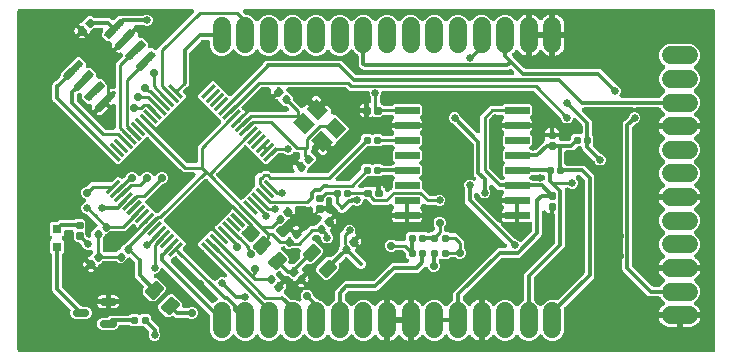
<source format=gbr>
G04 EAGLE Gerber RS-274X export*
G75*
%MOMM*%
%FSLAX34Y34*%
%LPD*%
%INTop Copper*%
%IPPOS*%
%AMOC8*
5,1,8,0,0,1.08239X$1,22.5*%
G01*
%ADD10C,0.260000*%
%ADD11C,0.150000*%
%ADD12C,0.420000*%
%ADD13R,0.300000X1.500000*%
%ADD14R,1.400000X1.200000*%
%ADD15C,0.240000*%
%ADD16C,0.090000*%
%ADD17C,1.524000*%
%ADD18R,0.800000X0.800000*%
%ADD19C,0.650000*%
%ADD20C,0.654800*%
%ADD21C,0.228600*%
%ADD22C,0.279400*%
%ADD23C,0.711200*%
%ADD24C,0.304800*%

G36*
X593414Y4575D02*
X593414Y4575D01*
X593432Y4573D01*
X593614Y4594D01*
X593797Y4613D01*
X593814Y4618D01*
X593831Y4620D01*
X594006Y4677D01*
X594182Y4731D01*
X594197Y4739D01*
X594214Y4745D01*
X594374Y4835D01*
X594536Y4923D01*
X594549Y4934D01*
X594565Y4943D01*
X594704Y5063D01*
X594845Y5180D01*
X594856Y5194D01*
X594870Y5206D01*
X594982Y5351D01*
X595097Y5494D01*
X595105Y5510D01*
X595116Y5524D01*
X595198Y5689D01*
X595283Y5851D01*
X595288Y5868D01*
X595296Y5884D01*
X595343Y6063D01*
X595394Y6238D01*
X595396Y6256D01*
X595400Y6273D01*
X595427Y6604D01*
X595427Y293396D01*
X595425Y293414D01*
X595427Y293432D01*
X595406Y293614D01*
X595387Y293797D01*
X595382Y293814D01*
X595380Y293831D01*
X595323Y294006D01*
X595269Y294182D01*
X595261Y294197D01*
X595255Y294214D01*
X595165Y294374D01*
X595077Y294536D01*
X595066Y294549D01*
X595057Y294565D01*
X594937Y294704D01*
X594820Y294845D01*
X594806Y294856D01*
X594794Y294870D01*
X594649Y294982D01*
X594506Y295097D01*
X594490Y295105D01*
X594476Y295116D01*
X594311Y295198D01*
X594149Y295283D01*
X594132Y295288D01*
X594116Y295296D01*
X593937Y295343D01*
X593762Y295394D01*
X593744Y295396D01*
X593727Y295400D01*
X593396Y295427D01*
X197286Y295427D01*
X197277Y295426D01*
X197268Y295427D01*
X197076Y295406D01*
X196886Y295387D01*
X196877Y295385D01*
X196868Y295384D01*
X196686Y295326D01*
X196501Y295269D01*
X196493Y295265D01*
X196484Y295262D01*
X196316Y295169D01*
X196147Y295077D01*
X196140Y295072D01*
X196132Y295067D01*
X195984Y294942D01*
X195837Y294820D01*
X195832Y294813D01*
X195825Y294807D01*
X195705Y294655D01*
X195585Y294506D01*
X195581Y294498D01*
X195575Y294491D01*
X195488Y294318D01*
X195400Y294149D01*
X195397Y294140D01*
X195393Y294132D01*
X195341Y293947D01*
X195288Y293762D01*
X195287Y293753D01*
X195285Y293744D01*
X195271Y293552D01*
X195255Y293360D01*
X195256Y293352D01*
X195256Y293343D01*
X195280Y293152D01*
X195302Y292961D01*
X195305Y292952D01*
X195306Y292943D01*
X195367Y292761D01*
X195427Y292578D01*
X195431Y292570D01*
X195434Y292562D01*
X195530Y292395D01*
X195625Y292227D01*
X195631Y292220D01*
X195635Y292213D01*
X195850Y291960D01*
X196892Y290918D01*
X196913Y290901D01*
X196930Y290880D01*
X197068Y290774D01*
X197203Y290663D01*
X197227Y290650D01*
X197248Y290634D01*
X197404Y290556D01*
X197559Y290474D01*
X197585Y290466D01*
X197609Y290454D01*
X197778Y290409D01*
X197945Y290359D01*
X197972Y290357D01*
X197998Y290350D01*
X198328Y290323D01*
X199420Y290323D01*
X202968Y288853D01*
X205721Y286100D01*
X205724Y286094D01*
X205813Y285928D01*
X205819Y285921D01*
X205824Y285913D01*
X205949Y285763D01*
X206070Y285617D01*
X206077Y285611D01*
X206083Y285604D01*
X206233Y285484D01*
X206382Y285363D01*
X206390Y285359D01*
X206397Y285354D01*
X206570Y285265D01*
X206739Y285176D01*
X206747Y285174D01*
X206756Y285170D01*
X206942Y285117D01*
X207125Y285063D01*
X207134Y285062D01*
X207143Y285060D01*
X207333Y285045D01*
X207526Y285028D01*
X207536Y285029D01*
X207544Y285029D01*
X207734Y285052D01*
X207926Y285074D01*
X207935Y285076D01*
X207944Y285077D01*
X208126Y285138D01*
X208310Y285197D01*
X208318Y285201D01*
X208326Y285204D01*
X208493Y285299D01*
X208661Y285393D01*
X208668Y285399D01*
X208676Y285403D01*
X208820Y285529D01*
X208967Y285655D01*
X208973Y285662D01*
X208980Y285668D01*
X209097Y285821D01*
X209215Y285972D01*
X209219Y285980D01*
X209225Y285987D01*
X209287Y286108D01*
X212032Y288853D01*
X215580Y290323D01*
X219420Y290323D01*
X222968Y288853D01*
X225721Y286100D01*
X225724Y286094D01*
X225813Y285928D01*
X225819Y285921D01*
X225824Y285913D01*
X225949Y285763D01*
X226070Y285617D01*
X226077Y285611D01*
X226083Y285604D01*
X226233Y285484D01*
X226382Y285363D01*
X226390Y285359D01*
X226397Y285354D01*
X226570Y285265D01*
X226739Y285176D01*
X226747Y285174D01*
X226756Y285170D01*
X226942Y285117D01*
X227125Y285063D01*
X227134Y285062D01*
X227143Y285060D01*
X227333Y285045D01*
X227526Y285028D01*
X227536Y285029D01*
X227544Y285029D01*
X227734Y285052D01*
X227926Y285074D01*
X227935Y285076D01*
X227944Y285077D01*
X228126Y285138D01*
X228310Y285197D01*
X228318Y285201D01*
X228326Y285204D01*
X228493Y285299D01*
X228661Y285393D01*
X228668Y285399D01*
X228676Y285403D01*
X228820Y285529D01*
X228967Y285655D01*
X228973Y285662D01*
X228980Y285668D01*
X229097Y285821D01*
X229215Y285972D01*
X229219Y285980D01*
X229225Y285987D01*
X229287Y286108D01*
X232032Y288853D01*
X235580Y290323D01*
X239420Y290323D01*
X242968Y288853D01*
X245721Y286100D01*
X245723Y286096D01*
X245813Y285928D01*
X245819Y285921D01*
X245823Y285913D01*
X245949Y285763D01*
X246070Y285617D01*
X246077Y285611D01*
X246083Y285605D01*
X246234Y285484D01*
X246382Y285363D01*
X246390Y285359D01*
X246397Y285354D01*
X246568Y285266D01*
X246739Y285176D01*
X246748Y285174D01*
X246756Y285170D01*
X246939Y285118D01*
X247125Y285063D01*
X247134Y285062D01*
X247143Y285060D01*
X247335Y285045D01*
X247526Y285029D01*
X247535Y285030D01*
X247544Y285029D01*
X247735Y285052D01*
X247927Y285074D01*
X247935Y285076D01*
X247944Y285077D01*
X248126Y285138D01*
X248310Y285197D01*
X248318Y285201D01*
X248326Y285204D01*
X248493Y285299D01*
X248661Y285393D01*
X248668Y285399D01*
X248676Y285403D01*
X248821Y285529D01*
X248967Y285655D01*
X248973Y285662D01*
X248980Y285668D01*
X249096Y285820D01*
X249215Y285972D01*
X249220Y285980D01*
X249225Y285987D01*
X249287Y286108D01*
X252032Y288853D01*
X255580Y290323D01*
X259420Y290323D01*
X262968Y288853D01*
X265721Y286100D01*
X265723Y286096D01*
X265813Y285928D01*
X265819Y285921D01*
X265823Y285913D01*
X265949Y285763D01*
X266070Y285617D01*
X266077Y285611D01*
X266083Y285605D01*
X266234Y285484D01*
X266382Y285363D01*
X266390Y285359D01*
X266397Y285354D01*
X266568Y285266D01*
X266739Y285176D01*
X266748Y285174D01*
X266756Y285170D01*
X266939Y285118D01*
X267125Y285063D01*
X267134Y285062D01*
X267143Y285060D01*
X267335Y285045D01*
X267526Y285029D01*
X267535Y285030D01*
X267544Y285029D01*
X267735Y285052D01*
X267927Y285074D01*
X267935Y285076D01*
X267944Y285077D01*
X268126Y285138D01*
X268310Y285197D01*
X268318Y285201D01*
X268326Y285204D01*
X268493Y285299D01*
X268661Y285393D01*
X268668Y285399D01*
X268676Y285403D01*
X268821Y285529D01*
X268967Y285655D01*
X268973Y285662D01*
X268980Y285668D01*
X269096Y285820D01*
X269215Y285972D01*
X269220Y285980D01*
X269225Y285987D01*
X269287Y286108D01*
X272032Y288853D01*
X275580Y290323D01*
X279420Y290323D01*
X282968Y288853D01*
X285721Y286100D01*
X285723Y286096D01*
X285813Y285928D01*
X285819Y285921D01*
X285823Y285913D01*
X285949Y285763D01*
X286070Y285617D01*
X286077Y285611D01*
X286083Y285605D01*
X286234Y285484D01*
X286382Y285363D01*
X286390Y285359D01*
X286397Y285354D01*
X286568Y285266D01*
X286739Y285176D01*
X286748Y285174D01*
X286756Y285170D01*
X286939Y285118D01*
X287125Y285063D01*
X287134Y285062D01*
X287143Y285060D01*
X287335Y285045D01*
X287526Y285029D01*
X287535Y285030D01*
X287544Y285029D01*
X287735Y285052D01*
X287927Y285074D01*
X287935Y285076D01*
X287944Y285077D01*
X288126Y285138D01*
X288310Y285197D01*
X288318Y285201D01*
X288326Y285204D01*
X288493Y285299D01*
X288661Y285393D01*
X288668Y285399D01*
X288676Y285403D01*
X288821Y285529D01*
X288967Y285655D01*
X288973Y285662D01*
X288980Y285668D01*
X289096Y285820D01*
X289215Y285972D01*
X289220Y285980D01*
X289225Y285987D01*
X289287Y286108D01*
X292032Y288853D01*
X295580Y290323D01*
X299420Y290323D01*
X302968Y288853D01*
X305721Y286100D01*
X305723Y286096D01*
X305813Y285928D01*
X305819Y285921D01*
X305823Y285913D01*
X305949Y285763D01*
X306070Y285617D01*
X306077Y285611D01*
X306083Y285605D01*
X306234Y285484D01*
X306382Y285363D01*
X306390Y285359D01*
X306397Y285354D01*
X306568Y285266D01*
X306739Y285176D01*
X306748Y285174D01*
X306756Y285170D01*
X306939Y285118D01*
X307125Y285063D01*
X307134Y285062D01*
X307143Y285060D01*
X307335Y285045D01*
X307526Y285029D01*
X307535Y285030D01*
X307544Y285029D01*
X307735Y285052D01*
X307927Y285074D01*
X307935Y285076D01*
X307944Y285077D01*
X308126Y285138D01*
X308310Y285197D01*
X308318Y285201D01*
X308326Y285204D01*
X308493Y285299D01*
X308661Y285393D01*
X308668Y285399D01*
X308676Y285403D01*
X308821Y285529D01*
X308967Y285655D01*
X308973Y285662D01*
X308980Y285668D01*
X309096Y285820D01*
X309215Y285972D01*
X309220Y285980D01*
X309225Y285987D01*
X309287Y286108D01*
X312032Y288853D01*
X315580Y290323D01*
X319420Y290323D01*
X322968Y288853D01*
X325721Y286100D01*
X325723Y286096D01*
X325813Y285928D01*
X325819Y285921D01*
X325823Y285913D01*
X325949Y285763D01*
X326070Y285617D01*
X326077Y285611D01*
X326083Y285605D01*
X326234Y285484D01*
X326382Y285363D01*
X326390Y285359D01*
X326397Y285354D01*
X326568Y285266D01*
X326739Y285176D01*
X326748Y285174D01*
X326756Y285170D01*
X326939Y285118D01*
X327125Y285063D01*
X327134Y285062D01*
X327143Y285060D01*
X327335Y285045D01*
X327526Y285029D01*
X327535Y285030D01*
X327544Y285029D01*
X327735Y285052D01*
X327927Y285074D01*
X327935Y285076D01*
X327944Y285077D01*
X328126Y285138D01*
X328310Y285197D01*
X328318Y285201D01*
X328326Y285204D01*
X328493Y285299D01*
X328661Y285393D01*
X328668Y285399D01*
X328676Y285403D01*
X328821Y285529D01*
X328967Y285655D01*
X328973Y285662D01*
X328980Y285668D01*
X329096Y285820D01*
X329215Y285972D01*
X329220Y285980D01*
X329225Y285987D01*
X329287Y286108D01*
X332032Y288853D01*
X335580Y290323D01*
X339420Y290323D01*
X342968Y288853D01*
X345721Y286100D01*
X345723Y286096D01*
X345813Y285928D01*
X345819Y285921D01*
X345823Y285913D01*
X345949Y285763D01*
X346070Y285617D01*
X346077Y285611D01*
X346083Y285605D01*
X346234Y285484D01*
X346382Y285363D01*
X346390Y285359D01*
X346397Y285354D01*
X346568Y285266D01*
X346739Y285176D01*
X346748Y285174D01*
X346756Y285170D01*
X346939Y285118D01*
X347125Y285063D01*
X347134Y285062D01*
X347143Y285060D01*
X347335Y285045D01*
X347526Y285029D01*
X347535Y285030D01*
X347544Y285029D01*
X347735Y285052D01*
X347927Y285074D01*
X347935Y285076D01*
X347944Y285077D01*
X348126Y285138D01*
X348310Y285197D01*
X348318Y285201D01*
X348326Y285204D01*
X348493Y285299D01*
X348661Y285393D01*
X348668Y285399D01*
X348676Y285403D01*
X348821Y285529D01*
X348967Y285655D01*
X348973Y285662D01*
X348980Y285668D01*
X349096Y285820D01*
X349215Y285972D01*
X349220Y285980D01*
X349225Y285987D01*
X349287Y286108D01*
X352032Y288853D01*
X355580Y290323D01*
X359420Y290323D01*
X362968Y288853D01*
X365721Y286100D01*
X365723Y286096D01*
X365813Y285928D01*
X365819Y285921D01*
X365823Y285913D01*
X365949Y285763D01*
X366070Y285617D01*
X366077Y285611D01*
X366083Y285605D01*
X366234Y285484D01*
X366382Y285363D01*
X366390Y285359D01*
X366397Y285354D01*
X366568Y285266D01*
X366739Y285176D01*
X366748Y285174D01*
X366756Y285170D01*
X366939Y285118D01*
X367125Y285063D01*
X367134Y285062D01*
X367143Y285060D01*
X367335Y285045D01*
X367526Y285029D01*
X367535Y285030D01*
X367544Y285029D01*
X367735Y285052D01*
X367927Y285074D01*
X367935Y285076D01*
X367944Y285077D01*
X368126Y285138D01*
X368310Y285197D01*
X368318Y285201D01*
X368326Y285204D01*
X368493Y285299D01*
X368661Y285393D01*
X368668Y285399D01*
X368676Y285403D01*
X368821Y285529D01*
X368967Y285655D01*
X368973Y285662D01*
X368980Y285668D01*
X369096Y285820D01*
X369215Y285972D01*
X369220Y285980D01*
X369225Y285987D01*
X369287Y286108D01*
X372032Y288853D01*
X375580Y290323D01*
X379420Y290323D01*
X382968Y288853D01*
X385721Y286100D01*
X385723Y286096D01*
X385813Y285928D01*
X385819Y285921D01*
X385823Y285913D01*
X385949Y285763D01*
X386070Y285617D01*
X386077Y285611D01*
X386083Y285605D01*
X386234Y285484D01*
X386382Y285363D01*
X386390Y285359D01*
X386397Y285354D01*
X386568Y285266D01*
X386739Y285176D01*
X386748Y285174D01*
X386756Y285170D01*
X386939Y285118D01*
X387125Y285063D01*
X387134Y285062D01*
X387143Y285060D01*
X387335Y285045D01*
X387526Y285029D01*
X387535Y285030D01*
X387544Y285029D01*
X387735Y285052D01*
X387927Y285074D01*
X387935Y285076D01*
X387944Y285077D01*
X388126Y285138D01*
X388310Y285197D01*
X388318Y285201D01*
X388326Y285204D01*
X388493Y285299D01*
X388661Y285393D01*
X388668Y285399D01*
X388676Y285403D01*
X388821Y285529D01*
X388967Y285655D01*
X388973Y285662D01*
X388980Y285668D01*
X389096Y285820D01*
X389215Y285972D01*
X389220Y285980D01*
X389225Y285987D01*
X389287Y286108D01*
X392032Y288853D01*
X395580Y290323D01*
X399420Y290323D01*
X402968Y288853D01*
X405721Y286100D01*
X405723Y286096D01*
X405813Y285928D01*
X405819Y285921D01*
X405823Y285913D01*
X405949Y285763D01*
X406070Y285617D01*
X406077Y285611D01*
X406083Y285605D01*
X406234Y285484D01*
X406382Y285363D01*
X406390Y285359D01*
X406397Y285354D01*
X406568Y285266D01*
X406739Y285176D01*
X406748Y285174D01*
X406756Y285170D01*
X406939Y285118D01*
X407125Y285063D01*
X407134Y285062D01*
X407143Y285060D01*
X407335Y285045D01*
X407526Y285029D01*
X407535Y285030D01*
X407544Y285029D01*
X407735Y285052D01*
X407927Y285074D01*
X407935Y285076D01*
X407944Y285077D01*
X408126Y285138D01*
X408310Y285197D01*
X408318Y285201D01*
X408326Y285204D01*
X408493Y285299D01*
X408661Y285393D01*
X408668Y285399D01*
X408676Y285403D01*
X408821Y285529D01*
X408967Y285655D01*
X408973Y285662D01*
X408980Y285668D01*
X409096Y285820D01*
X409215Y285972D01*
X409220Y285980D01*
X409225Y285987D01*
X409287Y286108D01*
X412032Y288853D01*
X415580Y290323D01*
X419420Y290323D01*
X422968Y288853D01*
X425872Y285949D01*
X426009Y285836D01*
X426144Y285721D01*
X426165Y285709D01*
X426184Y285694D01*
X426340Y285611D01*
X426495Y285524D01*
X426518Y285516D01*
X426540Y285505D01*
X426709Y285454D01*
X426878Y285400D01*
X426902Y285397D01*
X426925Y285390D01*
X427102Y285374D01*
X427278Y285354D01*
X427302Y285356D01*
X427326Y285354D01*
X427502Y285373D01*
X427679Y285388D01*
X427702Y285395D01*
X427727Y285397D01*
X427895Y285451D01*
X428066Y285500D01*
X428087Y285511D01*
X428111Y285519D01*
X428265Y285604D01*
X428423Y285686D01*
X428442Y285702D01*
X428463Y285714D01*
X428598Y285828D01*
X428736Y285939D01*
X428753Y285960D01*
X428770Y285974D01*
X428821Y286038D01*
X428952Y286191D01*
X429750Y287289D01*
X430881Y288420D01*
X432175Y289360D01*
X433600Y290086D01*
X434961Y290529D01*
X434961Y273558D01*
X434962Y273540D01*
X434961Y273523D01*
X434982Y273340D01*
X435001Y273158D01*
X435006Y273141D01*
X435008Y273123D01*
X435033Y273045D01*
X434994Y272908D01*
X434992Y272890D01*
X434988Y272873D01*
X434961Y272542D01*
X434961Y255571D01*
X433600Y256014D01*
X432175Y256740D01*
X430881Y257680D01*
X429750Y258811D01*
X428952Y259909D01*
X428834Y260041D01*
X428720Y260176D01*
X428700Y260191D01*
X428684Y260210D01*
X428543Y260316D01*
X428404Y260426D01*
X428382Y260437D01*
X428362Y260452D01*
X428203Y260528D01*
X428045Y260608D01*
X428021Y260615D01*
X427999Y260625D01*
X427828Y260669D01*
X427657Y260716D01*
X427632Y260718D01*
X427609Y260724D01*
X427433Y260733D01*
X427255Y260746D01*
X427231Y260742D01*
X427207Y260744D01*
X427032Y260717D01*
X426856Y260695D01*
X426833Y260687D01*
X426809Y260684D01*
X426642Y260623D01*
X426474Y260567D01*
X426453Y260555D01*
X426430Y260546D01*
X426279Y260454D01*
X426125Y260366D01*
X426105Y260348D01*
X426086Y260337D01*
X426026Y260282D01*
X425872Y260151D01*
X423721Y258000D01*
X423710Y257986D01*
X423696Y257975D01*
X423582Y257831D01*
X423466Y257688D01*
X423458Y257673D01*
X423446Y257659D01*
X423363Y257494D01*
X423277Y257333D01*
X423272Y257316D01*
X423264Y257300D01*
X423215Y257122D01*
X423163Y256947D01*
X423161Y256929D01*
X423156Y256912D01*
X423143Y256729D01*
X423126Y256546D01*
X423128Y256528D01*
X423127Y256510D01*
X423150Y256329D01*
X423170Y256146D01*
X423175Y256128D01*
X423177Y256111D01*
X423235Y255937D01*
X423291Y255762D01*
X423300Y255746D01*
X423305Y255729D01*
X423397Y255569D01*
X423486Y255409D01*
X423497Y255396D01*
X423506Y255380D01*
X423721Y255127D01*
X424292Y254557D01*
X433524Y245325D01*
X433544Y245308D01*
X433562Y245287D01*
X433700Y245180D01*
X433835Y245070D01*
X433859Y245057D01*
X433880Y245041D01*
X434037Y244963D01*
X434191Y244881D01*
X434216Y244873D01*
X434241Y244861D01*
X434410Y244816D01*
X434577Y244766D01*
X434603Y244764D01*
X434629Y244757D01*
X434960Y244730D01*
X496744Y244730D01*
X498237Y244111D01*
X511201Y231148D01*
X511225Y231128D01*
X511245Y231105D01*
X511380Y231001D01*
X511512Y230893D01*
X511540Y230878D01*
X511564Y230859D01*
X511860Y230707D01*
X513258Y230128D01*
X514608Y228778D01*
X515339Y227015D01*
X515339Y225105D01*
X514528Y223149D01*
X514495Y223085D01*
X514405Y222916D01*
X514403Y222907D01*
X514398Y222899D01*
X514345Y222715D01*
X514290Y222530D01*
X514290Y222521D01*
X514287Y222512D01*
X514271Y222320D01*
X514254Y222129D01*
X514255Y222120D01*
X514254Y222110D01*
X514276Y221920D01*
X514297Y221729D01*
X514300Y221720D01*
X514301Y221711D01*
X514361Y221527D01*
X514418Y221345D01*
X514423Y221337D01*
X514426Y221328D01*
X514521Y221160D01*
X514613Y220992D01*
X514619Y220985D01*
X514624Y220977D01*
X514749Y220833D01*
X514874Y220685D01*
X514881Y220679D01*
X514887Y220672D01*
X515037Y220556D01*
X515189Y220436D01*
X515198Y220431D01*
X515205Y220426D01*
X515376Y220340D01*
X515548Y220253D01*
X515557Y220251D01*
X515566Y220246D01*
X515752Y220196D01*
X515936Y220145D01*
X515945Y220144D01*
X515954Y220142D01*
X516285Y220115D01*
X547408Y220115D01*
X547431Y220117D01*
X547453Y220115D01*
X547630Y220137D01*
X547809Y220155D01*
X547830Y220161D01*
X547853Y220164D01*
X548022Y220220D01*
X548194Y220273D01*
X548214Y220283D01*
X548235Y220290D01*
X548390Y220379D01*
X548548Y220465D01*
X548565Y220479D01*
X548584Y220490D01*
X548719Y220607D01*
X548857Y220722D01*
X548871Y220740D01*
X548888Y220754D01*
X548997Y220896D01*
X549110Y221036D01*
X549120Y221056D01*
X549133Y221074D01*
X549285Y221369D01*
X549347Y221518D01*
X552100Y224271D01*
X552104Y224273D01*
X552272Y224363D01*
X552279Y224369D01*
X552287Y224373D01*
X552435Y224498D01*
X552583Y224620D01*
X552589Y224627D01*
X552595Y224633D01*
X552716Y224784D01*
X552837Y224932D01*
X552841Y224940D01*
X552846Y224947D01*
X552934Y225118D01*
X553024Y225289D01*
X553026Y225298D01*
X553030Y225306D01*
X553082Y225489D01*
X553137Y225675D01*
X553138Y225684D01*
X553140Y225693D01*
X553155Y225883D01*
X553171Y226076D01*
X553170Y226085D01*
X553171Y226094D01*
X553148Y226285D01*
X553126Y226477D01*
X553124Y226485D01*
X553123Y226494D01*
X553062Y226676D01*
X553003Y226860D01*
X552999Y226868D01*
X552996Y226876D01*
X552901Y227043D01*
X552807Y227211D01*
X552801Y227218D01*
X552797Y227226D01*
X552671Y227371D01*
X552545Y227517D01*
X552538Y227523D01*
X552532Y227530D01*
X552380Y227646D01*
X552228Y227765D01*
X552220Y227770D01*
X552213Y227775D01*
X552092Y227837D01*
X549347Y230582D01*
X547877Y234130D01*
X547877Y237970D01*
X549347Y241518D01*
X552100Y244271D01*
X552104Y244273D01*
X552272Y244363D01*
X552279Y244369D01*
X552287Y244373D01*
X552435Y244498D01*
X552583Y244620D01*
X552589Y244627D01*
X552595Y244633D01*
X552716Y244784D01*
X552837Y244932D01*
X552841Y244940D01*
X552846Y244947D01*
X552934Y245118D01*
X553024Y245289D01*
X553026Y245298D01*
X553030Y245306D01*
X553082Y245489D01*
X553137Y245675D01*
X553138Y245684D01*
X553140Y245693D01*
X553155Y245885D01*
X553171Y246076D01*
X553170Y246085D01*
X553171Y246094D01*
X553148Y246285D01*
X553126Y246477D01*
X553124Y246485D01*
X553123Y246494D01*
X553062Y246676D01*
X553003Y246860D01*
X552999Y246868D01*
X552996Y246876D01*
X552901Y247043D01*
X552807Y247211D01*
X552801Y247218D01*
X552797Y247226D01*
X552671Y247371D01*
X552545Y247517D01*
X552538Y247523D01*
X552532Y247530D01*
X552380Y247646D01*
X552228Y247765D01*
X552220Y247770D01*
X552213Y247775D01*
X552092Y247837D01*
X549347Y250582D01*
X547877Y254130D01*
X547877Y257970D01*
X549347Y261518D01*
X552062Y264233D01*
X553263Y264731D01*
X555610Y265703D01*
X574690Y265703D01*
X578238Y264233D01*
X580953Y261518D01*
X582423Y257970D01*
X582423Y254130D01*
X580953Y250582D01*
X578200Y247829D01*
X578197Y247828D01*
X578027Y247736D01*
X578020Y247731D01*
X578013Y247726D01*
X577866Y247603D01*
X577717Y247480D01*
X577711Y247473D01*
X577704Y247467D01*
X577585Y247317D01*
X577463Y247167D01*
X577459Y247159D01*
X577453Y247152D01*
X577365Y246979D01*
X577276Y246811D01*
X577274Y246802D01*
X577270Y246794D01*
X577217Y246609D01*
X577163Y246424D01*
X577162Y246415D01*
X577160Y246407D01*
X577145Y246215D01*
X577129Y246023D01*
X577130Y246014D01*
X577129Y246005D01*
X577152Y245815D01*
X577174Y245623D01*
X577176Y245615D01*
X577178Y245606D01*
X577237Y245425D01*
X577297Y245240D01*
X577301Y245232D01*
X577304Y245224D01*
X577399Y245057D01*
X577493Y244888D01*
X577499Y244882D01*
X577504Y244874D01*
X577630Y244729D01*
X577755Y244583D01*
X577762Y244577D01*
X577768Y244570D01*
X577920Y244453D01*
X578072Y244334D01*
X578080Y244330D01*
X578087Y244325D01*
X578208Y244263D01*
X580953Y241518D01*
X582423Y237970D01*
X582423Y234130D01*
X580953Y230582D01*
X578200Y227829D01*
X578197Y227828D01*
X578027Y227736D01*
X578020Y227731D01*
X578013Y227726D01*
X577866Y227603D01*
X577717Y227480D01*
X577711Y227473D01*
X577704Y227467D01*
X577585Y227317D01*
X577463Y227167D01*
X577459Y227159D01*
X577453Y227152D01*
X577365Y226979D01*
X577276Y226811D01*
X577274Y226802D01*
X577270Y226794D01*
X577217Y226609D01*
X577163Y226424D01*
X577162Y226415D01*
X577160Y226407D01*
X577145Y226215D01*
X577129Y226023D01*
X577130Y226014D01*
X577129Y226005D01*
X577152Y225815D01*
X577174Y225623D01*
X577176Y225615D01*
X577178Y225606D01*
X577237Y225425D01*
X577297Y225240D01*
X577301Y225232D01*
X577304Y225224D01*
X577399Y225057D01*
X577493Y224888D01*
X577499Y224882D01*
X577504Y224874D01*
X577630Y224729D01*
X577755Y224583D01*
X577762Y224577D01*
X577768Y224570D01*
X577921Y224453D01*
X578072Y224334D01*
X578080Y224330D01*
X578087Y224325D01*
X578208Y224263D01*
X580953Y221518D01*
X582423Y217970D01*
X582423Y214130D01*
X580953Y210582D01*
X578049Y207678D01*
X577936Y207541D01*
X577821Y207406D01*
X577809Y207385D01*
X577794Y207366D01*
X577711Y207210D01*
X577624Y207055D01*
X577616Y207032D01*
X577605Y207010D01*
X577554Y206841D01*
X577500Y206672D01*
X577497Y206648D01*
X577490Y206625D01*
X577474Y206448D01*
X577454Y206272D01*
X577456Y206248D01*
X577454Y206224D01*
X577473Y206048D01*
X577488Y205871D01*
X577495Y205848D01*
X577497Y205823D01*
X577551Y205655D01*
X577600Y205484D01*
X577611Y205463D01*
X577619Y205439D01*
X577704Y205285D01*
X577786Y205127D01*
X577802Y205108D01*
X577814Y205087D01*
X577928Y204952D01*
X578039Y204814D01*
X578060Y204797D01*
X578074Y204780D01*
X578138Y204729D01*
X578291Y204598D01*
X579389Y203800D01*
X580520Y202669D01*
X581460Y201375D01*
X582186Y199950D01*
X582629Y198589D01*
X565658Y198589D01*
X565640Y198587D01*
X565623Y198589D01*
X565440Y198568D01*
X565258Y198549D01*
X565241Y198544D01*
X565223Y198542D01*
X565145Y198517D01*
X565008Y198556D01*
X564990Y198558D01*
X564973Y198562D01*
X564642Y198589D01*
X547671Y198589D01*
X548114Y199950D01*
X548840Y201375D01*
X549780Y202669D01*
X550911Y203800D01*
X552009Y204598D01*
X552141Y204716D01*
X552276Y204830D01*
X552291Y204849D01*
X552310Y204866D01*
X552416Y205008D01*
X552526Y205146D01*
X552537Y205168D01*
X552552Y205188D01*
X552628Y205347D01*
X552708Y205505D01*
X552715Y205529D01*
X552725Y205551D01*
X552769Y205722D01*
X552816Y205893D01*
X552818Y205918D01*
X552824Y205941D01*
X552833Y206117D01*
X552846Y206295D01*
X552843Y206319D01*
X552844Y206343D01*
X552817Y206518D01*
X552795Y206694D01*
X552787Y206717D01*
X552784Y206741D01*
X552723Y206908D01*
X552667Y207076D01*
X552655Y207097D01*
X552646Y207120D01*
X552554Y207271D01*
X552466Y207425D01*
X552448Y207445D01*
X552437Y207464D01*
X552382Y207524D01*
X552251Y207678D01*
X549347Y210582D01*
X549285Y210731D01*
X549275Y210751D01*
X549268Y210772D01*
X549179Y210928D01*
X549095Y211086D01*
X549081Y211103D01*
X549070Y211123D01*
X548953Y211258D01*
X548838Y211397D01*
X548821Y211411D01*
X548807Y211428D01*
X548665Y211537D01*
X548526Y211650D01*
X548506Y211661D01*
X548488Y211674D01*
X548328Y211754D01*
X548169Y211837D01*
X548148Y211844D01*
X548128Y211854D01*
X547955Y211900D01*
X547783Y211950D01*
X547761Y211952D01*
X547739Y211958D01*
X547408Y211985D01*
X528592Y211985D01*
X528587Y211985D01*
X528583Y211985D01*
X528389Y211965D01*
X528191Y211945D01*
X528187Y211944D01*
X528183Y211944D01*
X527997Y211886D01*
X527806Y211827D01*
X527802Y211825D01*
X527798Y211824D01*
X527627Y211730D01*
X527452Y211635D01*
X527449Y211633D01*
X527445Y211630D01*
X527294Y211503D01*
X527143Y211378D01*
X527140Y211374D01*
X527137Y211371D01*
X527049Y211262D01*
X527042Y211270D01*
X526913Y211421D01*
X526909Y211424D01*
X526906Y211428D01*
X526754Y211546D01*
X526596Y211670D01*
X526592Y211672D01*
X526588Y211674D01*
X526413Y211761D01*
X526236Y211850D01*
X526232Y211852D01*
X526228Y211854D01*
X526035Y211905D01*
X525848Y211957D01*
X525843Y211957D01*
X525839Y211958D01*
X525508Y211985D01*
X484467Y211985D01*
X484458Y211984D01*
X484449Y211985D01*
X484257Y211964D01*
X484066Y211945D01*
X484058Y211943D01*
X484049Y211942D01*
X483867Y211884D01*
X483681Y211827D01*
X483674Y211823D01*
X483665Y211820D01*
X483497Y211727D01*
X483327Y211635D01*
X483321Y211630D01*
X483313Y211625D01*
X483166Y211501D01*
X483018Y211378D01*
X483013Y211371D01*
X483006Y211365D01*
X482887Y211214D01*
X482766Y211064D01*
X482762Y211056D01*
X482756Y211049D01*
X482667Y210874D01*
X482580Y210707D01*
X482578Y210698D01*
X482574Y210690D01*
X482522Y210504D01*
X482469Y210320D01*
X482468Y210311D01*
X482466Y210302D01*
X482452Y210108D01*
X482436Y209918D01*
X482437Y209910D01*
X482436Y209901D01*
X482461Y209708D01*
X482483Y209519D01*
X482486Y209510D01*
X482487Y209501D01*
X482548Y209318D01*
X482608Y209136D01*
X482612Y209128D01*
X482615Y209120D01*
X482711Y208952D01*
X482806Y208785D01*
X482811Y208778D01*
X482816Y208771D01*
X483031Y208518D01*
X489117Y202432D01*
X490546Y201002D01*
X491165Y199509D01*
X491165Y189098D01*
X491167Y189072D01*
X491165Y189045D01*
X491187Y188870D01*
X491205Y188698D01*
X491213Y188672D01*
X491216Y188646D01*
X491271Y188480D01*
X491323Y188313D01*
X491336Y188289D01*
X491344Y188264D01*
X491431Y188112D01*
X491515Y187959D01*
X491532Y187938D01*
X491545Y187915D01*
X491760Y187662D01*
X492133Y187289D01*
X492133Y180711D01*
X492105Y180612D01*
X492053Y180437D01*
X492051Y180419D01*
X492047Y180402D01*
X492033Y180218D01*
X492017Y180036D01*
X492018Y180018D01*
X492017Y180000D01*
X492040Y179817D01*
X492060Y179636D01*
X492065Y179618D01*
X492068Y179601D01*
X492126Y179427D01*
X492181Y179252D01*
X492190Y179236D01*
X492196Y179219D01*
X492287Y179060D01*
X492376Y178899D01*
X492388Y178886D01*
X492397Y178870D01*
X492611Y178617D01*
X498501Y172728D01*
X498525Y172708D01*
X498545Y172685D01*
X498680Y172581D01*
X498812Y172473D01*
X498840Y172458D01*
X498864Y172439D01*
X499160Y172288D01*
X500558Y171708D01*
X501908Y170358D01*
X502639Y168595D01*
X502639Y166685D01*
X501908Y164922D01*
X500558Y163572D01*
X498795Y162841D01*
X496885Y162841D01*
X495122Y163572D01*
X493772Y164922D01*
X493192Y166320D01*
X493178Y166348D01*
X493168Y166378D01*
X493083Y166525D01*
X493002Y166675D01*
X492982Y166699D01*
X492967Y166726D01*
X492752Y166979D01*
X485083Y174648D01*
X483654Y176078D01*
X482914Y177863D01*
X482904Y177883D01*
X482897Y177904D01*
X482809Y178061D01*
X482724Y178218D01*
X482710Y178235D01*
X482699Y178255D01*
X482582Y178391D01*
X482468Y178529D01*
X482450Y178543D01*
X482436Y178560D01*
X482295Y178669D01*
X482155Y178782D01*
X482135Y178793D01*
X482118Y178806D01*
X481958Y178886D01*
X481799Y178969D01*
X481777Y178976D01*
X481757Y178986D01*
X481584Y179032D01*
X481412Y179082D01*
X481390Y179084D01*
X481368Y179090D01*
X481038Y179117D01*
X479657Y179117D01*
X479630Y179115D01*
X479604Y179117D01*
X479430Y179095D01*
X479256Y179077D01*
X479231Y179070D01*
X479204Y179066D01*
X479039Y179011D01*
X478872Y178959D01*
X478848Y178946D01*
X478823Y178938D01*
X478671Y178851D01*
X478517Y178767D01*
X478497Y178750D01*
X478474Y178737D01*
X478221Y178522D01*
X475902Y176204D01*
X474409Y175585D01*
X469646Y175585D01*
X469628Y175583D01*
X469610Y175585D01*
X469428Y175564D01*
X469245Y175545D01*
X469228Y175540D01*
X469211Y175538D01*
X469036Y175481D01*
X468860Y175427D01*
X468845Y175419D01*
X468828Y175413D01*
X468668Y175323D01*
X468506Y175235D01*
X468493Y175224D01*
X468477Y175215D01*
X468338Y175095D01*
X468197Y174978D01*
X468186Y174964D01*
X468172Y174952D01*
X468060Y174807D01*
X467945Y174664D01*
X467937Y174648D01*
X467926Y174634D01*
X467844Y174469D01*
X467759Y174307D01*
X467754Y174290D01*
X467746Y174274D01*
X467699Y174095D01*
X467648Y173920D01*
X467646Y173902D01*
X467642Y173885D01*
X467615Y173554D01*
X467615Y164846D01*
X467617Y164828D01*
X467615Y164810D01*
X467636Y164628D01*
X467655Y164445D01*
X467660Y164428D01*
X467662Y164411D01*
X467719Y164235D01*
X467773Y164060D01*
X467781Y164045D01*
X467787Y164028D01*
X467877Y163868D01*
X467965Y163706D01*
X467976Y163693D01*
X467985Y163677D01*
X468105Y163538D01*
X468222Y163397D01*
X468236Y163386D01*
X468248Y163372D01*
X468393Y163260D01*
X468536Y163145D01*
X468552Y163137D01*
X468566Y163126D01*
X468731Y163044D01*
X468893Y162959D01*
X468910Y162954D01*
X468926Y162946D01*
X469105Y162899D01*
X469280Y162848D01*
X469298Y162846D01*
X469315Y162842D01*
X469646Y162815D01*
X483409Y162815D01*
X484902Y162196D01*
X492396Y154702D01*
X493015Y153209D01*
X493015Y69041D01*
X492396Y67548D01*
X467748Y42899D01*
X467731Y42879D01*
X467710Y42861D01*
X467603Y42723D01*
X467493Y42588D01*
X467480Y42564D01*
X467464Y42543D01*
X467386Y42386D01*
X467304Y42232D01*
X467296Y42207D01*
X467284Y42182D01*
X467239Y42013D01*
X467189Y41846D01*
X467187Y41820D01*
X467180Y41794D01*
X467153Y41463D01*
X467153Y22210D01*
X465683Y18662D01*
X462968Y15947D01*
X459420Y14477D01*
X455580Y14477D01*
X452032Y15947D01*
X449279Y18700D01*
X449278Y18703D01*
X449186Y18873D01*
X449181Y18880D01*
X449176Y18887D01*
X449053Y19034D01*
X448930Y19183D01*
X448923Y19189D01*
X448917Y19196D01*
X448767Y19315D01*
X448617Y19437D01*
X448609Y19441D01*
X448602Y19447D01*
X448431Y19534D01*
X448261Y19624D01*
X448252Y19626D01*
X448244Y19630D01*
X448059Y19683D01*
X447874Y19737D01*
X447865Y19738D01*
X447857Y19740D01*
X447665Y19755D01*
X447473Y19771D01*
X447464Y19770D01*
X447455Y19771D01*
X447265Y19748D01*
X447073Y19726D01*
X447065Y19724D01*
X447056Y19722D01*
X446875Y19663D01*
X446690Y19603D01*
X446682Y19599D01*
X446674Y19596D01*
X446507Y19501D01*
X446338Y19407D01*
X446332Y19401D01*
X446324Y19396D01*
X446179Y19270D01*
X446033Y19145D01*
X446027Y19138D01*
X446020Y19132D01*
X445903Y18980D01*
X445784Y18828D01*
X445780Y18820D01*
X445775Y18813D01*
X445713Y18692D01*
X442968Y15947D01*
X439420Y14477D01*
X435580Y14477D01*
X432032Y15947D01*
X429279Y18700D01*
X429278Y18703D01*
X429186Y18873D01*
X429181Y18880D01*
X429176Y18887D01*
X429053Y19034D01*
X428930Y19183D01*
X428923Y19189D01*
X428917Y19196D01*
X428767Y19315D01*
X428617Y19437D01*
X428609Y19441D01*
X428602Y19447D01*
X428431Y19534D01*
X428261Y19624D01*
X428252Y19626D01*
X428244Y19630D01*
X428059Y19683D01*
X427874Y19737D01*
X427865Y19738D01*
X427857Y19740D01*
X427665Y19755D01*
X427473Y19771D01*
X427464Y19770D01*
X427455Y19771D01*
X427265Y19748D01*
X427073Y19726D01*
X427065Y19724D01*
X427056Y19722D01*
X426875Y19663D01*
X426690Y19603D01*
X426682Y19599D01*
X426674Y19596D01*
X426507Y19501D01*
X426338Y19407D01*
X426332Y19401D01*
X426324Y19396D01*
X426179Y19270D01*
X426033Y19145D01*
X426027Y19138D01*
X426020Y19132D01*
X425903Y18980D01*
X425784Y18828D01*
X425780Y18820D01*
X425775Y18813D01*
X425713Y18692D01*
X422968Y15947D01*
X419420Y14477D01*
X415580Y14477D01*
X412032Y15947D01*
X409128Y18851D01*
X408991Y18963D01*
X408856Y19079D01*
X408835Y19091D01*
X408816Y19106D01*
X408660Y19189D01*
X408505Y19276D01*
X408482Y19284D01*
X408460Y19295D01*
X408291Y19345D01*
X408122Y19400D01*
X408098Y19403D01*
X408075Y19410D01*
X407898Y19426D01*
X407722Y19446D01*
X407698Y19444D01*
X407674Y19446D01*
X407497Y19427D01*
X407321Y19412D01*
X407298Y19405D01*
X407273Y19403D01*
X407104Y19349D01*
X406934Y19300D01*
X406913Y19289D01*
X406889Y19281D01*
X406734Y19196D01*
X406577Y19114D01*
X406558Y19098D01*
X406537Y19086D01*
X406402Y18972D01*
X406264Y18861D01*
X406247Y18840D01*
X406230Y18826D01*
X406179Y18762D01*
X406048Y18609D01*
X405250Y17511D01*
X404119Y16380D01*
X402825Y15440D01*
X401400Y14714D01*
X400039Y14271D01*
X400039Y31242D01*
X400037Y31260D01*
X400039Y31277D01*
X400018Y31460D01*
X399999Y31642D01*
X399994Y31659D01*
X399992Y31677D01*
X399967Y31755D01*
X400006Y31892D01*
X400008Y31910D01*
X400012Y31927D01*
X400039Y32258D01*
X400039Y49229D01*
X401400Y48786D01*
X402825Y48060D01*
X404119Y47120D01*
X405250Y45989D01*
X406048Y44891D01*
X406166Y44759D01*
X406280Y44624D01*
X406300Y44609D01*
X406316Y44590D01*
X406457Y44484D01*
X406596Y44374D01*
X406618Y44363D01*
X406638Y44348D01*
X406797Y44272D01*
X406955Y44192D01*
X406979Y44185D01*
X407001Y44175D01*
X407172Y44131D01*
X407343Y44084D01*
X407368Y44082D01*
X407391Y44076D01*
X407567Y44067D01*
X407745Y44054D01*
X407769Y44058D01*
X407793Y44056D01*
X407968Y44083D01*
X408144Y44105D01*
X408167Y44113D01*
X408191Y44116D01*
X408358Y44177D01*
X408526Y44233D01*
X408547Y44245D01*
X408570Y44254D01*
X408721Y44346D01*
X408875Y44434D01*
X408895Y44452D01*
X408914Y44463D01*
X408974Y44518D01*
X409128Y44649D01*
X412032Y47553D01*
X415580Y49023D01*
X419420Y49023D01*
X422968Y47553D01*
X425721Y44800D01*
X425723Y44796D01*
X425813Y44628D01*
X425819Y44621D01*
X425823Y44613D01*
X425949Y44463D01*
X426070Y44317D01*
X426077Y44311D01*
X426083Y44305D01*
X426234Y44184D01*
X426382Y44063D01*
X426390Y44059D01*
X426397Y44054D01*
X426568Y43966D01*
X426739Y43876D01*
X426748Y43874D01*
X426756Y43870D01*
X426939Y43818D01*
X427125Y43763D01*
X427134Y43762D01*
X427143Y43760D01*
X427335Y43745D01*
X427526Y43729D01*
X427535Y43730D01*
X427544Y43729D01*
X427735Y43752D01*
X427927Y43774D01*
X427935Y43776D01*
X427944Y43777D01*
X428126Y43838D01*
X428310Y43897D01*
X428318Y43901D01*
X428326Y43904D01*
X428493Y43999D01*
X428661Y44093D01*
X428668Y44099D01*
X428676Y44103D01*
X428820Y44229D01*
X428967Y44355D01*
X428973Y44362D01*
X428980Y44368D01*
X429096Y44520D01*
X429215Y44672D01*
X429220Y44680D01*
X429225Y44687D01*
X429287Y44808D01*
X432032Y47553D01*
X432181Y47615D01*
X432201Y47625D01*
X432222Y47632D01*
X432378Y47721D01*
X432536Y47805D01*
X432553Y47819D01*
X432573Y47830D01*
X432708Y47947D01*
X432847Y48062D01*
X432861Y48079D01*
X432878Y48093D01*
X432987Y48235D01*
X433100Y48374D01*
X433111Y48394D01*
X433124Y48412D01*
X433204Y48572D01*
X433287Y48731D01*
X433294Y48752D01*
X433304Y48772D01*
X433350Y48945D01*
X433400Y49117D01*
X433402Y49139D01*
X433408Y49161D01*
X433435Y49492D01*
X433435Y70009D01*
X434054Y71502D01*
X459346Y96795D01*
X459363Y96815D01*
X459384Y96833D01*
X459490Y96970D01*
X459601Y97106D01*
X459614Y97130D01*
X459630Y97151D01*
X459708Y97308D01*
X459790Y97462D01*
X459798Y97487D01*
X459810Y97512D01*
X459855Y97681D01*
X459905Y97848D01*
X459907Y97874D01*
X459914Y97900D01*
X459941Y98231D01*
X459941Y120520D01*
X459939Y120538D01*
X459941Y120556D01*
X459920Y120738D01*
X459901Y120921D01*
X459896Y120938D01*
X459894Y120955D01*
X459837Y121130D01*
X459783Y121306D01*
X459775Y121321D01*
X459769Y121338D01*
X459679Y121498D01*
X459591Y121660D01*
X459580Y121673D01*
X459571Y121689D01*
X459451Y121828D01*
X459334Y121969D01*
X459320Y121980D01*
X459308Y121994D01*
X459231Y122053D01*
X459231Y128342D01*
X459230Y128359D01*
X459231Y128377D01*
X459210Y128560D01*
X459191Y128742D01*
X459186Y128759D01*
X459184Y128777D01*
X459128Y128950D01*
X459073Y129127D01*
X459065Y129143D01*
X459059Y129160D01*
X458969Y129320D01*
X458882Y129481D01*
X458870Y129495D01*
X458861Y129510D01*
X458741Y129650D01*
X458624Y129790D01*
X458610Y129802D01*
X458598Y129815D01*
X458453Y129928D01*
X458310Y130043D01*
X458294Y130051D01*
X458280Y130062D01*
X458115Y130144D01*
X457953Y130228D01*
X457936Y130233D01*
X457920Y130241D01*
X457742Y130289D01*
X457566Y130340D01*
X457548Y130341D01*
X457531Y130346D01*
X457200Y130373D01*
X457182Y130371D01*
X457165Y130373D01*
X457164Y130373D01*
X456982Y130351D01*
X456799Y130333D01*
X456782Y130328D01*
X456764Y130326D01*
X456590Y130269D01*
X456414Y130215D01*
X456399Y130206D01*
X456382Y130201D01*
X456221Y130110D01*
X456060Y130023D01*
X456047Y130012D01*
X456031Y130003D01*
X455892Y129883D01*
X455751Y129765D01*
X455740Y129751D01*
X455726Y129740D01*
X455614Y129595D01*
X455499Y129452D01*
X455490Y129436D01*
X455480Y129422D01*
X455398Y129257D01*
X455313Y129094D01*
X455308Y129077D01*
X455300Y129061D01*
X455252Y128883D01*
X455202Y128707D01*
X455200Y128690D01*
X455196Y128672D01*
X455169Y128342D01*
X455169Y122551D01*
X454872Y122551D01*
X454130Y122699D01*
X453431Y122988D01*
X452802Y123409D01*
X452251Y123960D01*
X452153Y124077D01*
X452029Y124227D01*
X452024Y124231D01*
X452020Y124237D01*
X451868Y124359D01*
X451717Y124482D01*
X451711Y124485D01*
X451706Y124489D01*
X451535Y124578D01*
X451361Y124670D01*
X451355Y124672D01*
X451349Y124675D01*
X451163Y124728D01*
X450975Y124784D01*
X450968Y124784D01*
X450962Y124786D01*
X450767Y124802D01*
X450574Y124819D01*
X450567Y124818D01*
X450560Y124819D01*
X450367Y124796D01*
X450174Y124775D01*
X450167Y124773D01*
X450161Y124772D01*
X449976Y124712D01*
X449790Y124653D01*
X449784Y124649D01*
X449778Y124647D01*
X449608Y124551D01*
X449438Y124457D01*
X449433Y124453D01*
X449427Y124449D01*
X449279Y124322D01*
X449132Y124196D01*
X449128Y124191D01*
X449122Y124186D01*
X449003Y124033D01*
X448883Y123880D01*
X448880Y123873D01*
X448876Y123868D01*
X448788Y123691D01*
X448701Y123520D01*
X448700Y123514D01*
X448696Y123507D01*
X448646Y123319D01*
X448594Y123132D01*
X448594Y123125D01*
X448592Y123119D01*
X448565Y122788D01*
X448565Y104551D01*
X447946Y103057D01*
X430371Y85482D01*
X428877Y84863D01*
X415303Y84863D01*
X415276Y84861D01*
X415250Y84863D01*
X415076Y84841D01*
X414902Y84823D01*
X414877Y84816D01*
X414850Y84812D01*
X414685Y84757D01*
X414518Y84705D01*
X414494Y84692D01*
X414469Y84684D01*
X414317Y84597D01*
X414163Y84513D01*
X414143Y84496D01*
X414120Y84483D01*
X413867Y84268D01*
X382160Y52561D01*
X382143Y52541D01*
X382122Y52523D01*
X382015Y52385D01*
X381905Y52250D01*
X381892Y52226D01*
X381876Y52205D01*
X381798Y52048D01*
X381716Y51894D01*
X381708Y51869D01*
X381696Y51844D01*
X381651Y51674D01*
X381601Y51508D01*
X381599Y51482D01*
X381592Y51456D01*
X381565Y51125D01*
X381565Y49492D01*
X381567Y49469D01*
X381565Y49447D01*
X381587Y49270D01*
X381605Y49091D01*
X381611Y49070D01*
X381614Y49047D01*
X381670Y48878D01*
X381723Y48706D01*
X381733Y48686D01*
X381740Y48665D01*
X381829Y48510D01*
X381915Y48352D01*
X381929Y48335D01*
X381940Y48316D01*
X382057Y48181D01*
X382172Y48043D01*
X382190Y48029D01*
X382204Y48012D01*
X382346Y47903D01*
X382486Y47790D01*
X382506Y47780D01*
X382524Y47767D01*
X382819Y47615D01*
X382968Y47553D01*
X385872Y44649D01*
X386009Y44537D01*
X386144Y44421D01*
X386165Y44409D01*
X386184Y44394D01*
X386340Y44311D01*
X386495Y44224D01*
X386518Y44216D01*
X386540Y44205D01*
X386709Y44155D01*
X386878Y44100D01*
X386902Y44097D01*
X386925Y44090D01*
X387102Y44074D01*
X387278Y44054D01*
X387302Y44056D01*
X387326Y44054D01*
X387503Y44073D01*
X387679Y44088D01*
X387702Y44095D01*
X387727Y44097D01*
X387896Y44151D01*
X388066Y44200D01*
X388087Y44211D01*
X388111Y44219D01*
X388266Y44304D01*
X388423Y44386D01*
X388442Y44402D01*
X388463Y44414D01*
X388598Y44528D01*
X388736Y44639D01*
X388753Y44660D01*
X388770Y44674D01*
X388821Y44738D01*
X388952Y44891D01*
X389750Y45989D01*
X390881Y47120D01*
X392175Y48060D01*
X393600Y48786D01*
X394961Y49229D01*
X394961Y32258D01*
X394962Y32240D01*
X394961Y32223D01*
X394982Y32040D01*
X395001Y31858D01*
X395006Y31841D01*
X395008Y31823D01*
X395033Y31745D01*
X394994Y31608D01*
X394992Y31590D01*
X394988Y31573D01*
X394961Y31242D01*
X394961Y14271D01*
X393600Y14714D01*
X392175Y15440D01*
X390881Y16380D01*
X389750Y17511D01*
X388952Y18609D01*
X388834Y18741D01*
X388720Y18876D01*
X388700Y18891D01*
X388684Y18910D01*
X388543Y19016D01*
X388404Y19126D01*
X388382Y19137D01*
X388362Y19152D01*
X388203Y19228D01*
X388045Y19308D01*
X388021Y19315D01*
X387999Y19325D01*
X387828Y19369D01*
X387657Y19416D01*
X387632Y19418D01*
X387609Y19424D01*
X387433Y19433D01*
X387255Y19446D01*
X387231Y19442D01*
X387207Y19444D01*
X387032Y19417D01*
X386856Y19395D01*
X386833Y19387D01*
X386809Y19384D01*
X386642Y19323D01*
X386474Y19267D01*
X386453Y19255D01*
X386430Y19246D01*
X386279Y19154D01*
X386125Y19066D01*
X386105Y19048D01*
X386086Y19037D01*
X386026Y18982D01*
X385872Y18851D01*
X382968Y15947D01*
X379420Y14477D01*
X375580Y14477D01*
X372032Y15947D01*
X369279Y18700D01*
X369278Y18703D01*
X369186Y18873D01*
X369181Y18880D01*
X369176Y18887D01*
X369053Y19034D01*
X368930Y19183D01*
X368923Y19189D01*
X368917Y19196D01*
X368767Y19315D01*
X368617Y19437D01*
X368609Y19441D01*
X368602Y19447D01*
X368431Y19534D01*
X368261Y19624D01*
X368252Y19626D01*
X368244Y19630D01*
X368059Y19683D01*
X367874Y19737D01*
X367865Y19738D01*
X367857Y19740D01*
X367665Y19755D01*
X367473Y19771D01*
X367464Y19770D01*
X367455Y19771D01*
X367265Y19748D01*
X367073Y19726D01*
X367065Y19724D01*
X367056Y19722D01*
X366875Y19663D01*
X366690Y19603D01*
X366682Y19599D01*
X366674Y19596D01*
X366507Y19501D01*
X366338Y19407D01*
X366332Y19401D01*
X366324Y19396D01*
X366179Y19270D01*
X366033Y19145D01*
X366027Y19138D01*
X366020Y19132D01*
X365903Y18980D01*
X365784Y18828D01*
X365780Y18820D01*
X365775Y18813D01*
X365713Y18692D01*
X362968Y15947D01*
X359420Y14477D01*
X355580Y14477D01*
X352032Y15947D01*
X349128Y18851D01*
X348991Y18964D01*
X348856Y19079D01*
X348835Y19091D01*
X348816Y19106D01*
X348660Y19189D01*
X348505Y19276D01*
X348482Y19284D01*
X348460Y19295D01*
X348291Y19346D01*
X348122Y19400D01*
X348098Y19403D01*
X348075Y19410D01*
X347898Y19426D01*
X347722Y19446D01*
X347698Y19444D01*
X347674Y19446D01*
X347498Y19427D01*
X347321Y19412D01*
X347298Y19405D01*
X347273Y19403D01*
X347105Y19349D01*
X346934Y19300D01*
X346913Y19289D01*
X346889Y19281D01*
X346735Y19196D01*
X346577Y19114D01*
X346558Y19098D01*
X346537Y19086D01*
X346402Y18972D01*
X346264Y18861D01*
X346247Y18840D01*
X346230Y18826D01*
X346179Y18762D01*
X346048Y18609D01*
X345250Y17511D01*
X344119Y16380D01*
X342825Y15440D01*
X341400Y14714D01*
X340039Y14271D01*
X340039Y31242D01*
X340037Y31260D01*
X340039Y31277D01*
X340018Y31460D01*
X339999Y31642D01*
X339994Y31659D01*
X339992Y31677D01*
X339967Y31755D01*
X340006Y31892D01*
X340008Y31910D01*
X340012Y31927D01*
X340039Y32258D01*
X340039Y49229D01*
X341400Y48786D01*
X342825Y48060D01*
X344119Y47120D01*
X345250Y45989D01*
X346048Y44891D01*
X346166Y44759D01*
X346280Y44624D01*
X346299Y44609D01*
X346316Y44590D01*
X346458Y44484D01*
X346596Y44374D01*
X346618Y44363D01*
X346638Y44348D01*
X346797Y44272D01*
X346955Y44192D01*
X346979Y44185D01*
X347001Y44175D01*
X347172Y44131D01*
X347343Y44084D01*
X347368Y44082D01*
X347391Y44076D01*
X347567Y44067D01*
X347745Y44054D01*
X347769Y44057D01*
X347793Y44056D01*
X347968Y44083D01*
X348144Y44105D01*
X348167Y44113D01*
X348191Y44116D01*
X348358Y44177D01*
X348526Y44233D01*
X348547Y44245D01*
X348570Y44254D01*
X348721Y44346D01*
X348875Y44434D01*
X348895Y44452D01*
X348914Y44463D01*
X348974Y44518D01*
X349128Y44649D01*
X352032Y47553D01*
X355580Y49023D01*
X359420Y49023D01*
X362968Y47553D01*
X365721Y44800D01*
X365723Y44796D01*
X365813Y44628D01*
X365819Y44621D01*
X365823Y44613D01*
X365949Y44463D01*
X366070Y44317D01*
X366077Y44311D01*
X366083Y44305D01*
X366234Y44184D01*
X366382Y44063D01*
X366390Y44059D01*
X366397Y44054D01*
X366568Y43966D01*
X366739Y43876D01*
X366748Y43874D01*
X366756Y43870D01*
X366939Y43818D01*
X367125Y43763D01*
X367134Y43762D01*
X367143Y43760D01*
X367335Y43745D01*
X367526Y43729D01*
X367535Y43730D01*
X367544Y43729D01*
X367735Y43752D01*
X367927Y43774D01*
X367935Y43776D01*
X367944Y43777D01*
X368126Y43838D01*
X368310Y43897D01*
X368318Y43901D01*
X368326Y43904D01*
X368493Y43999D01*
X368661Y44093D01*
X368668Y44099D01*
X368676Y44103D01*
X368820Y44229D01*
X368967Y44355D01*
X368973Y44362D01*
X368980Y44368D01*
X369096Y44520D01*
X369215Y44672D01*
X369220Y44680D01*
X369225Y44687D01*
X369287Y44808D01*
X372032Y47553D01*
X372181Y47615D01*
X372201Y47625D01*
X372222Y47632D01*
X372378Y47721D01*
X372536Y47805D01*
X372553Y47819D01*
X372573Y47830D01*
X372708Y47947D01*
X372847Y48062D01*
X372861Y48079D01*
X372878Y48093D01*
X372987Y48235D01*
X373100Y48374D01*
X373111Y48394D01*
X373124Y48412D01*
X373204Y48572D01*
X373287Y48731D01*
X373294Y48752D01*
X373304Y48772D01*
X373350Y48945D01*
X373400Y49117D01*
X373402Y49139D01*
X373408Y49161D01*
X373435Y49492D01*
X373435Y54459D01*
X374054Y55952D01*
X410476Y92374D01*
X411969Y92993D01*
X417055Y92993D01*
X417064Y92994D01*
X417073Y92993D01*
X417266Y93014D01*
X417456Y93033D01*
X417464Y93035D01*
X417473Y93036D01*
X417658Y93095D01*
X417841Y93151D01*
X417848Y93155D01*
X417857Y93158D01*
X418025Y93251D01*
X418195Y93343D01*
X418201Y93348D01*
X418209Y93353D01*
X418356Y93477D01*
X418504Y93600D01*
X418509Y93607D01*
X418516Y93613D01*
X418635Y93763D01*
X418756Y93914D01*
X418760Y93922D01*
X418766Y93929D01*
X418854Y94102D01*
X418942Y94271D01*
X418944Y94280D01*
X418948Y94288D01*
X419000Y94474D01*
X419053Y94658D01*
X419054Y94667D01*
X419056Y94676D01*
X419070Y94869D01*
X419086Y95060D01*
X419085Y95068D01*
X419086Y95077D01*
X419061Y95269D01*
X419039Y95459D01*
X419036Y95468D01*
X419035Y95477D01*
X418974Y95659D01*
X418914Y95842D01*
X418910Y95850D01*
X418907Y95858D01*
X418811Y96025D01*
X418716Y96193D01*
X418711Y96200D01*
X418706Y96207D01*
X418491Y96460D01*
X383904Y131048D01*
X383285Y132541D01*
X383285Y142919D01*
X383282Y142950D01*
X383284Y142982D01*
X383262Y143151D01*
X383245Y143320D01*
X383236Y143350D01*
X383232Y143381D01*
X383131Y143697D01*
X382551Y145095D01*
X382551Y147005D01*
X383282Y148768D01*
X384632Y150118D01*
X386395Y150849D01*
X388305Y150849D01*
X390025Y150136D01*
X390030Y150135D01*
X390033Y150133D01*
X390219Y150078D01*
X390411Y150020D01*
X390415Y150019D01*
X390419Y150018D01*
X390617Y150000D01*
X390811Y149981D01*
X390816Y149982D01*
X390820Y149981D01*
X391019Y150003D01*
X391212Y150023D01*
X391216Y150024D01*
X391221Y150025D01*
X391411Y150085D01*
X391596Y150143D01*
X391600Y150145D01*
X391604Y150146D01*
X391776Y150241D01*
X391949Y150336D01*
X391953Y150339D01*
X391957Y150341D01*
X392106Y150468D01*
X392258Y150595D01*
X392260Y150599D01*
X392264Y150602D01*
X392384Y150754D01*
X392509Y150910D01*
X392511Y150914D01*
X392513Y150918D01*
X392603Y151093D01*
X392692Y151268D01*
X392694Y151272D01*
X392696Y151277D01*
X392749Y151468D01*
X392802Y151656D01*
X392803Y151660D01*
X392804Y151664D01*
X392818Y151866D01*
X392833Y152057D01*
X392833Y152061D01*
X392833Y152066D01*
X392808Y152264D01*
X392785Y152457D01*
X392783Y152461D01*
X392783Y152465D01*
X392720Y152651D01*
X392658Y152839D01*
X392656Y152843D01*
X392654Y152847D01*
X392555Y153019D01*
X392459Y153189D01*
X392456Y153192D01*
X392454Y153196D01*
X392239Y153449D01*
X391397Y154291D01*
X390778Y155785D01*
X390778Y180482D01*
X390776Y180509D01*
X390778Y180535D01*
X390756Y180709D01*
X390738Y180883D01*
X390731Y180908D01*
X390727Y180935D01*
X390672Y181100D01*
X390620Y181267D01*
X390607Y181291D01*
X390599Y181316D01*
X390512Y181468D01*
X390428Y181622D01*
X390411Y181642D01*
X390398Y181665D01*
X390183Y181918D01*
X373989Y198112D01*
X373965Y198132D01*
X373945Y198155D01*
X373810Y198259D01*
X373678Y198367D01*
X373650Y198382D01*
X373626Y198401D01*
X373330Y198552D01*
X371932Y199132D01*
X370582Y200482D01*
X369851Y202245D01*
X369851Y204155D01*
X370582Y205918D01*
X371932Y207268D01*
X373695Y207999D01*
X375605Y207999D01*
X377368Y207268D01*
X378718Y205918D01*
X379298Y204520D01*
X379312Y204492D01*
X379322Y204462D01*
X379407Y204315D01*
X379488Y204165D01*
X379508Y204141D01*
X379523Y204114D01*
X379738Y203861D01*
X392899Y190700D01*
X392906Y190694D01*
X392911Y190687D01*
X393061Y190567D01*
X393210Y190445D01*
X393218Y190440D01*
X393225Y190435D01*
X393396Y190346D01*
X393566Y190256D01*
X393574Y190253D01*
X393582Y190249D01*
X393768Y190196D01*
X393952Y190141D01*
X393961Y190140D01*
X393969Y190138D01*
X394161Y190122D01*
X394353Y190105D01*
X394362Y190106D01*
X394371Y190105D01*
X394560Y190127D01*
X394753Y190148D01*
X394762Y190151D01*
X394770Y190152D01*
X394952Y190211D01*
X395137Y190270D01*
X395145Y190274D01*
X395153Y190277D01*
X395322Y190372D01*
X395489Y190465D01*
X395496Y190470D01*
X395504Y190475D01*
X395650Y190601D01*
X395796Y190725D01*
X395802Y190732D01*
X395809Y190738D01*
X395926Y190889D01*
X396046Y191041D01*
X396050Y191049D01*
X396055Y191056D01*
X396141Y191228D01*
X396228Y191400D01*
X396231Y191408D01*
X396235Y191416D01*
X396285Y191603D01*
X396336Y191788D01*
X396337Y191797D01*
X396339Y191805D01*
X396366Y192136D01*
X396366Y204726D01*
X404874Y213234D01*
X414531Y213234D01*
X414558Y213236D01*
X414585Y213234D01*
X414758Y213256D01*
X414932Y213274D01*
X414957Y213281D01*
X414984Y213285D01*
X415150Y213340D01*
X415317Y213392D01*
X415340Y213405D01*
X415366Y213413D01*
X415517Y213500D01*
X415671Y213584D01*
X415691Y213601D01*
X415715Y213614D01*
X415968Y213829D01*
X416722Y214583D01*
X438378Y214583D01*
X439833Y213128D01*
X439833Y205972D01*
X438819Y204958D01*
X438767Y204894D01*
X438708Y204837D01*
X438640Y204739D01*
X438564Y204646D01*
X438525Y204574D01*
X438478Y204506D01*
X438431Y204396D01*
X438375Y204291D01*
X438352Y204212D01*
X438319Y204136D01*
X438295Y204019D01*
X438260Y203905D01*
X438253Y203823D01*
X438236Y203742D01*
X438235Y203623D01*
X438224Y203504D01*
X438233Y203422D01*
X438232Y203340D01*
X438255Y203222D01*
X438267Y203103D01*
X438292Y203025D01*
X438308Y202944D01*
X438353Y202834D01*
X438389Y202720D01*
X438429Y202648D01*
X438460Y202571D01*
X438526Y202472D01*
X438584Y202367D01*
X438637Y202304D01*
X438683Y202236D01*
X438767Y202152D01*
X438844Y202060D01*
X438909Y202009D01*
X438967Y201951D01*
X439092Y201864D01*
X439160Y201811D01*
X439178Y201802D01*
X439743Y201236D01*
X440137Y200554D01*
X440341Y199794D01*
X440341Y198881D01*
X427550Y198881D01*
X414759Y198881D01*
X414759Y199794D01*
X414963Y200554D01*
X415357Y201236D01*
X415935Y201815D01*
X415999Y201850D01*
X416090Y201927D01*
X416187Y201997D01*
X416243Y202057D01*
X416306Y202111D01*
X416380Y202204D01*
X416462Y202292D01*
X416505Y202362D01*
X416556Y202427D01*
X416610Y202533D01*
X416672Y202635D01*
X416701Y202712D01*
X416738Y202786D01*
X416770Y202900D01*
X416811Y203013D01*
X416824Y203094D01*
X416846Y203173D01*
X416855Y203293D01*
X416873Y203411D01*
X416869Y203493D01*
X416875Y203575D01*
X416860Y203694D01*
X416855Y203813D01*
X416835Y203893D01*
X416825Y203974D01*
X416787Y204088D01*
X416758Y204204D01*
X416723Y204278D01*
X416697Y204356D01*
X416637Y204460D01*
X416586Y204568D01*
X416537Y204633D01*
X416496Y204705D01*
X416397Y204821D01*
X416345Y204890D01*
X416315Y204918D01*
X416281Y204958D01*
X415967Y205271D01*
X415947Y205288D01*
X415929Y205309D01*
X415791Y205416D01*
X415656Y205526D01*
X415632Y205539D01*
X415611Y205555D01*
X415455Y205633D01*
X415300Y205715D01*
X415275Y205723D01*
X415251Y205735D01*
X415082Y205780D01*
X414914Y205830D01*
X414888Y205832D01*
X414862Y205839D01*
X414531Y205866D01*
X408767Y205866D01*
X408741Y205864D01*
X408714Y205866D01*
X408540Y205844D01*
X408367Y205826D01*
X408341Y205819D01*
X408314Y205815D01*
X408149Y205760D01*
X407982Y205708D01*
X407958Y205695D01*
X407933Y205687D01*
X407781Y205600D01*
X407628Y205516D01*
X407607Y205499D01*
X407584Y205486D01*
X407331Y205271D01*
X404329Y202269D01*
X404312Y202248D01*
X404291Y202231D01*
X404184Y202093D01*
X404074Y201958D01*
X404061Y201934D01*
X404045Y201913D01*
X403967Y201756D01*
X403885Y201602D01*
X403877Y201576D01*
X403865Y201552D01*
X403820Y201383D01*
X403770Y201216D01*
X403768Y201189D01*
X403761Y201163D01*
X403734Y200833D01*
X403734Y161117D01*
X403736Y161091D01*
X403734Y161064D01*
X403756Y160890D01*
X403774Y160717D01*
X403781Y160691D01*
X403785Y160664D01*
X403840Y160499D01*
X403892Y160332D01*
X403905Y160308D01*
X403913Y160283D01*
X404000Y160131D01*
X404084Y159978D01*
X404101Y159957D01*
X404114Y159934D01*
X404329Y159681D01*
X413300Y150710D01*
X413321Y150693D01*
X413338Y150672D01*
X413476Y150565D01*
X413611Y150455D01*
X413635Y150442D01*
X413656Y150426D01*
X413813Y150348D01*
X413967Y150266D01*
X413993Y150258D01*
X414017Y150246D01*
X414186Y150201D01*
X414353Y150151D01*
X414380Y150149D01*
X414405Y150142D01*
X414736Y150115D01*
X414912Y150115D01*
X414939Y150117D01*
X414965Y150115D01*
X415139Y150137D01*
X415313Y150155D01*
X415338Y150162D01*
X415365Y150166D01*
X415531Y150222D01*
X415698Y150273D01*
X415721Y150285D01*
X415747Y150294D01*
X415898Y150381D01*
X416052Y150465D01*
X416072Y150482D01*
X416095Y150495D01*
X416348Y150710D01*
X416602Y150964D01*
X416614Y150977D01*
X416627Y150989D01*
X416741Y151133D01*
X416858Y151275D01*
X416866Y151291D01*
X416877Y151305D01*
X416960Y151469D01*
X417046Y151631D01*
X417051Y151648D01*
X417059Y151664D01*
X417109Y151841D01*
X417161Y152017D01*
X417163Y152034D01*
X417167Y152052D01*
X417181Y152235D01*
X417197Y152418D01*
X417196Y152435D01*
X417197Y152453D01*
X417174Y152636D01*
X417154Y152818D01*
X417149Y152835D01*
X417146Y152853D01*
X417088Y153026D01*
X417033Y153202D01*
X417024Y153217D01*
X417018Y153234D01*
X416927Y153393D01*
X416838Y153554D01*
X416826Y153568D01*
X416817Y153583D01*
X416603Y153836D01*
X415267Y155172D01*
X415267Y162328D01*
X416603Y163664D01*
X416614Y163677D01*
X416627Y163689D01*
X416741Y163833D01*
X416858Y163975D01*
X416866Y163991D01*
X416877Y164005D01*
X416960Y164169D01*
X417046Y164331D01*
X417051Y164348D01*
X417059Y164364D01*
X417109Y164541D01*
X417161Y164717D01*
X417163Y164735D01*
X417167Y164752D01*
X417181Y164935D01*
X417197Y165118D01*
X417196Y165136D01*
X417197Y165153D01*
X417174Y165335D01*
X417154Y165518D01*
X417149Y165535D01*
X417146Y165553D01*
X417088Y165726D01*
X417033Y165902D01*
X417024Y165918D01*
X417018Y165934D01*
X416927Y166093D01*
X416838Y166254D01*
X416826Y166268D01*
X416817Y166283D01*
X416603Y166536D01*
X415267Y167872D01*
X415267Y175028D01*
X416603Y176364D01*
X416614Y176377D01*
X416627Y176389D01*
X416741Y176533D01*
X416858Y176675D01*
X416866Y176691D01*
X416877Y176705D01*
X416960Y176869D01*
X417046Y177031D01*
X417051Y177048D01*
X417059Y177064D01*
X417109Y177241D01*
X417161Y177417D01*
X417163Y177435D01*
X417167Y177452D01*
X417181Y177635D01*
X417197Y177818D01*
X417196Y177836D01*
X417197Y177853D01*
X417174Y178035D01*
X417154Y178218D01*
X417149Y178235D01*
X417146Y178253D01*
X417088Y178426D01*
X417033Y178602D01*
X417024Y178618D01*
X417018Y178634D01*
X416927Y178793D01*
X416838Y178954D01*
X416826Y178968D01*
X416817Y178983D01*
X416603Y179236D01*
X415267Y180572D01*
X415267Y187728D01*
X416281Y188742D01*
X416333Y188806D01*
X416392Y188863D01*
X416460Y188961D01*
X416536Y189054D01*
X416575Y189126D01*
X416622Y189194D01*
X416669Y189304D01*
X416725Y189409D01*
X416748Y189488D01*
X416781Y189564D01*
X416805Y189681D01*
X416840Y189795D01*
X416847Y189877D01*
X416864Y189958D01*
X416865Y190077D01*
X416876Y190196D01*
X416867Y190278D01*
X416868Y190360D01*
X416845Y190478D01*
X416833Y190597D01*
X416808Y190675D01*
X416792Y190756D01*
X416747Y190866D01*
X416711Y190980D01*
X416671Y191052D01*
X416640Y191129D01*
X416574Y191228D01*
X416516Y191333D01*
X416463Y191396D01*
X416417Y191464D01*
X416333Y191548D01*
X416256Y191640D01*
X416191Y191691D01*
X416133Y191749D01*
X416008Y191836D01*
X415940Y191889D01*
X415922Y191898D01*
X415357Y192464D01*
X414963Y193146D01*
X414759Y193906D01*
X414759Y194819D01*
X427550Y194819D01*
X440341Y194819D01*
X440341Y193906D01*
X440137Y193146D01*
X439743Y192464D01*
X439165Y191885D01*
X439101Y191850D01*
X439010Y191773D01*
X438913Y191703D01*
X438857Y191643D01*
X438794Y191589D01*
X438720Y191496D01*
X438638Y191408D01*
X438595Y191338D01*
X438544Y191274D01*
X438490Y191167D01*
X438428Y191065D01*
X438399Y190988D01*
X438362Y190915D01*
X438330Y190800D01*
X438289Y190687D01*
X438276Y190606D01*
X438254Y190527D01*
X438245Y190407D01*
X438227Y190289D01*
X438231Y190207D01*
X438225Y190125D01*
X438240Y190006D01*
X438245Y189887D01*
X438265Y189807D01*
X438275Y189726D01*
X438313Y189612D01*
X438342Y189496D01*
X438377Y189422D01*
X438403Y189344D01*
X438463Y189240D01*
X438514Y189132D01*
X438563Y189066D01*
X438604Y188995D01*
X438703Y188879D01*
X438755Y188810D01*
X438785Y188782D01*
X438819Y188742D01*
X439833Y187728D01*
X439833Y180572D01*
X438497Y179236D01*
X438486Y179222D01*
X438473Y179211D01*
X438359Y179067D01*
X438242Y178925D01*
X438234Y178909D01*
X438223Y178895D01*
X438139Y178731D01*
X438054Y178569D01*
X438049Y178552D01*
X438041Y178536D01*
X437991Y178359D01*
X437939Y178183D01*
X437937Y178165D01*
X437933Y178148D01*
X437919Y177965D01*
X437903Y177782D01*
X437904Y177764D01*
X437903Y177747D01*
X437926Y177565D01*
X437946Y177382D01*
X437951Y177365D01*
X437954Y177347D01*
X438012Y177174D01*
X438067Y176998D01*
X438076Y176982D01*
X438082Y176966D01*
X438174Y176806D01*
X438262Y176646D01*
X438274Y176632D01*
X438283Y176617D01*
X438497Y176364D01*
X438751Y176110D01*
X438772Y176093D01*
X438790Y176072D01*
X438928Y175965D01*
X439063Y175855D01*
X439087Y175842D01*
X439108Y175826D01*
X439265Y175748D01*
X439419Y175666D01*
X439444Y175658D01*
X439468Y175646D01*
X439638Y175601D01*
X439805Y175551D01*
X439831Y175549D01*
X439857Y175542D01*
X440188Y175515D01*
X441975Y175515D01*
X442002Y175517D01*
X442028Y175515D01*
X442202Y175537D01*
X442376Y175555D01*
X442401Y175562D01*
X442428Y175566D01*
X442593Y175621D01*
X442760Y175673D01*
X442784Y175686D01*
X442809Y175694D01*
X442961Y175781D01*
X443115Y175865D01*
X443135Y175882D01*
X443158Y175895D01*
X443411Y176110D01*
X450400Y183098D01*
X450405Y183101D01*
X450424Y183107D01*
X450582Y183196D01*
X450743Y183282D01*
X450758Y183295D01*
X450775Y183304D01*
X450913Y183422D01*
X451054Y183539D01*
X451066Y183554D01*
X451080Y183566D01*
X451193Y183710D01*
X451308Y183851D01*
X451316Y183868D01*
X451328Y183883D01*
X451410Y184046D01*
X451495Y184208D01*
X451500Y184226D01*
X451509Y184243D01*
X451556Y184419D01*
X451608Y184594D01*
X451609Y184614D01*
X451614Y184632D01*
X451627Y184814D01*
X451642Y184995D01*
X451640Y185014D01*
X451642Y185034D01*
X451618Y185214D01*
X451597Y185396D01*
X451591Y185414D01*
X451589Y185433D01*
X451582Y185455D01*
X451409Y186322D01*
X451409Y186619D01*
X457200Y186619D01*
X462991Y186619D01*
X462991Y186322D01*
X462955Y186142D01*
X462954Y186127D01*
X462949Y186112D01*
X462934Y185926D01*
X462916Y185742D01*
X462918Y185726D01*
X462916Y185710D01*
X462938Y185526D01*
X462957Y185341D01*
X462961Y185326D01*
X462963Y185311D01*
X463021Y185134D01*
X463076Y184956D01*
X463083Y184943D01*
X463088Y184928D01*
X463180Y184766D01*
X463268Y184603D01*
X463278Y184591D01*
X463286Y184577D01*
X463407Y184437D01*
X463527Y184294D01*
X463539Y184284D01*
X463549Y184272D01*
X463696Y184159D01*
X463841Y184042D01*
X463855Y184035D01*
X463867Y184026D01*
X464034Y183943D01*
X464199Y183858D01*
X464214Y183853D01*
X464228Y183846D01*
X464408Y183798D01*
X464586Y183747D01*
X464601Y183746D01*
X464617Y183742D01*
X464947Y183715D01*
X471036Y183715D01*
X471054Y183717D01*
X471072Y183715D01*
X471254Y183736D01*
X471437Y183755D01*
X471454Y183760D01*
X471471Y183762D01*
X471646Y183819D01*
X471822Y183873D01*
X471837Y183881D01*
X471854Y183887D01*
X472014Y183977D01*
X472176Y184065D01*
X472189Y184076D01*
X472205Y184085D01*
X472344Y184205D01*
X472485Y184322D01*
X472496Y184336D01*
X472510Y184348D01*
X472622Y184493D01*
X472737Y184636D01*
X472745Y184652D01*
X472756Y184666D01*
X472838Y184831D01*
X472923Y184993D01*
X472928Y185010D01*
X472936Y185026D01*
X472983Y185205D01*
X473034Y185380D01*
X473036Y185398D01*
X473040Y185415D01*
X473067Y185746D01*
X473067Y187289D01*
X474961Y189183D01*
X481004Y189183D01*
X481022Y189185D01*
X481040Y189183D01*
X481222Y189204D01*
X481405Y189223D01*
X481422Y189228D01*
X481439Y189230D01*
X481614Y189287D01*
X481790Y189341D01*
X481805Y189349D01*
X481822Y189355D01*
X481982Y189445D01*
X482144Y189533D01*
X482157Y189544D01*
X482173Y189553D01*
X482312Y189673D01*
X482453Y189790D01*
X482464Y189804D01*
X482478Y189816D01*
X482590Y189961D01*
X482705Y190104D01*
X482713Y190120D01*
X482724Y190134D01*
X482806Y190298D01*
X482891Y190461D01*
X482896Y190478D01*
X482904Y190494D01*
X482951Y190673D01*
X483002Y190848D01*
X483004Y190866D01*
X483008Y190883D01*
X483035Y191214D01*
X483035Y196175D01*
X483033Y196202D01*
X483035Y196228D01*
X483013Y196402D01*
X482995Y196576D01*
X482988Y196601D01*
X482984Y196628D01*
X482929Y196793D01*
X482877Y196960D01*
X482864Y196984D01*
X482856Y197009D01*
X482769Y197161D01*
X482685Y197315D01*
X482668Y197335D01*
X482655Y197358D01*
X482440Y197611D01*
X477758Y202293D01*
X477748Y202302D01*
X477739Y202312D01*
X477593Y202429D01*
X477447Y202548D01*
X477435Y202554D01*
X477425Y202563D01*
X477257Y202649D01*
X477091Y202737D01*
X477078Y202741D01*
X477067Y202747D01*
X476886Y202798D01*
X476705Y202852D01*
X476692Y202853D01*
X476679Y202856D01*
X476493Y202871D01*
X476304Y202888D01*
X476291Y202887D01*
X476278Y202888D01*
X476093Y202865D01*
X475904Y202845D01*
X475891Y202841D01*
X475878Y202839D01*
X475700Y202780D01*
X475520Y202723D01*
X475509Y202717D01*
X475496Y202712D01*
X475332Y202619D01*
X475168Y202528D01*
X475158Y202520D01*
X475146Y202513D01*
X475004Y202389D01*
X474861Y202268D01*
X474853Y202257D01*
X474843Y202248D01*
X474728Y202099D01*
X474611Y201952D01*
X474605Y201940D01*
X474597Y201929D01*
X474446Y201634D01*
X473968Y200482D01*
X472618Y199132D01*
X470855Y198401D01*
X468945Y198401D01*
X467182Y199132D01*
X465832Y200482D01*
X465062Y202340D01*
X465061Y202348D01*
X465054Y202374D01*
X465050Y202401D01*
X464995Y202566D01*
X464943Y202733D01*
X464930Y202757D01*
X464922Y202782D01*
X464835Y202934D01*
X464751Y203087D01*
X464734Y203108D01*
X464721Y203131D01*
X464506Y203384D01*
X442299Y225591D01*
X442278Y225608D01*
X442261Y225629D01*
X442123Y225736D01*
X441988Y225846D01*
X441964Y225859D01*
X441943Y225875D01*
X441786Y225953D01*
X441632Y226035D01*
X441606Y226043D01*
X441582Y226055D01*
X441413Y226100D01*
X441246Y226150D01*
X441219Y226152D01*
X441193Y226159D01*
X440863Y226186D01*
X314528Y226186D01*
X314511Y226184D01*
X314493Y226186D01*
X314310Y226165D01*
X314128Y226146D01*
X314111Y226141D01*
X314093Y226139D01*
X313918Y226082D01*
X313743Y226028D01*
X313727Y226020D01*
X313710Y226014D01*
X313550Y225924D01*
X313389Y225836D01*
X313375Y225825D01*
X313359Y225816D01*
X313220Y225696D01*
X313079Y225579D01*
X313068Y225565D01*
X313055Y225553D01*
X312942Y225408D01*
X312827Y225265D01*
X312819Y225249D01*
X312808Y225235D01*
X312726Y225070D01*
X312642Y224908D01*
X312637Y224891D01*
X312629Y224875D01*
X312581Y224696D01*
X312530Y224521D01*
X312529Y224503D01*
X312524Y224486D01*
X312497Y224155D01*
X312497Y222974D01*
X311727Y221116D01*
X311722Y221110D01*
X311709Y221086D01*
X311693Y221065D01*
X311615Y220908D01*
X311533Y220754D01*
X311526Y220729D01*
X311514Y220704D01*
X311468Y220535D01*
X311419Y220368D01*
X311416Y220342D01*
X311409Y220316D01*
X311382Y219985D01*
X311382Y216864D01*
X311384Y216846D01*
X311382Y216828D01*
X311404Y216646D01*
X311422Y216463D01*
X311427Y216446D01*
X311429Y216429D01*
X311486Y216254D01*
X311540Y216078D01*
X311549Y216063D01*
X311554Y216046D01*
X311645Y215886D01*
X311732Y215724D01*
X311743Y215711D01*
X311752Y215695D01*
X311872Y215556D01*
X311990Y215415D01*
X312003Y215404D01*
X312015Y215390D01*
X312160Y215278D01*
X312288Y215175D01*
X313635Y213829D01*
X313655Y213812D01*
X313673Y213791D01*
X313811Y213684D01*
X313946Y213574D01*
X313970Y213561D01*
X313991Y213545D01*
X314148Y213467D01*
X314302Y213385D01*
X314327Y213377D01*
X314351Y213365D01*
X314521Y213320D01*
X314688Y213270D01*
X314714Y213268D01*
X314740Y213261D01*
X315071Y213234D01*
X321431Y213234D01*
X321458Y213236D01*
X321485Y213234D01*
X321658Y213256D01*
X321832Y213274D01*
X321857Y213281D01*
X321884Y213285D01*
X322050Y213340D01*
X322217Y213392D01*
X322240Y213405D01*
X322266Y213413D01*
X322417Y213500D01*
X322571Y213584D01*
X322591Y213601D01*
X322615Y213614D01*
X322868Y213829D01*
X323622Y214583D01*
X345278Y214583D01*
X346733Y213128D01*
X346733Y205972D01*
X345719Y204958D01*
X345667Y204894D01*
X345608Y204837D01*
X345540Y204739D01*
X345464Y204646D01*
X345425Y204574D01*
X345378Y204506D01*
X345331Y204396D01*
X345275Y204291D01*
X345252Y204212D01*
X345219Y204136D01*
X345195Y204019D01*
X345160Y203905D01*
X345153Y203823D01*
X345136Y203742D01*
X345135Y203623D01*
X345124Y203504D01*
X345133Y203422D01*
X345132Y203340D01*
X345155Y203222D01*
X345167Y203103D01*
X345192Y203025D01*
X345208Y202944D01*
X345253Y202834D01*
X345289Y202720D01*
X345329Y202648D01*
X345360Y202571D01*
X345426Y202472D01*
X345484Y202367D01*
X345537Y202304D01*
X345583Y202236D01*
X345667Y202152D01*
X345744Y202060D01*
X345809Y202009D01*
X345867Y201951D01*
X345992Y201864D01*
X346060Y201811D01*
X346078Y201802D01*
X346643Y201236D01*
X347037Y200554D01*
X347241Y199794D01*
X347241Y198881D01*
X334450Y198881D01*
X321659Y198881D01*
X321659Y199794D01*
X321863Y200554D01*
X322257Y201236D01*
X322835Y201815D01*
X322899Y201850D01*
X322990Y201927D01*
X323087Y201997D01*
X323143Y202057D01*
X323206Y202111D01*
X323280Y202204D01*
X323362Y202292D01*
X323405Y202362D01*
X323456Y202427D01*
X323510Y202533D01*
X323572Y202635D01*
X323601Y202712D01*
X323638Y202786D01*
X323670Y202900D01*
X323711Y203013D01*
X323724Y203094D01*
X323746Y203173D01*
X323755Y203293D01*
X323773Y203411D01*
X323769Y203493D01*
X323775Y203575D01*
X323760Y203694D01*
X323755Y203813D01*
X323735Y203893D01*
X323725Y203974D01*
X323687Y204088D01*
X323658Y204204D01*
X323623Y204278D01*
X323597Y204356D01*
X323537Y204460D01*
X323486Y204568D01*
X323437Y204633D01*
X323396Y204705D01*
X323297Y204821D01*
X323245Y204890D01*
X323215Y204918D01*
X323181Y204958D01*
X322867Y205271D01*
X322847Y205288D01*
X322829Y205309D01*
X322691Y205416D01*
X322556Y205526D01*
X322532Y205539D01*
X322511Y205555D01*
X322355Y205633D01*
X322200Y205715D01*
X322175Y205723D01*
X322151Y205735D01*
X321982Y205780D01*
X321814Y205830D01*
X321788Y205832D01*
X321762Y205839D01*
X321431Y205866D01*
X315071Y205866D01*
X315044Y205864D01*
X315018Y205866D01*
X314844Y205844D01*
X314670Y205826D01*
X314645Y205819D01*
X314618Y205815D01*
X314452Y205760D01*
X314285Y205708D01*
X314262Y205695D01*
X314236Y205687D01*
X314085Y205600D01*
X313931Y205516D01*
X313911Y205499D01*
X313888Y205486D01*
X313635Y205271D01*
X312630Y204267D01*
X305728Y204267D01*
X305714Y204274D01*
X305541Y204322D01*
X305370Y204372D01*
X305347Y204375D01*
X305326Y204380D01*
X305148Y204393D01*
X304969Y204409D01*
X304946Y204406D01*
X304924Y204408D01*
X304748Y204385D01*
X304568Y204365D01*
X304547Y204359D01*
X304525Y204356D01*
X304209Y204254D01*
X303370Y203907D01*
X302628Y203759D01*
X302331Y203759D01*
X302331Y209550D01*
X302331Y215375D01*
X302384Y215381D01*
X302401Y215386D01*
X302419Y215388D01*
X302593Y215445D01*
X302769Y215499D01*
X302785Y215507D01*
X302802Y215513D01*
X302962Y215603D01*
X303123Y215691D01*
X303137Y215702D01*
X303152Y215711D01*
X303291Y215831D01*
X303432Y215948D01*
X303443Y215962D01*
X303457Y215974D01*
X303569Y216118D01*
X303684Y216262D01*
X303693Y216278D01*
X303704Y216292D01*
X303785Y216456D01*
X303870Y216619D01*
X303875Y216636D01*
X303883Y216652D01*
X303931Y216831D01*
X303981Y217006D01*
X303983Y217024D01*
X303987Y217041D01*
X304015Y217372D01*
X304015Y219985D01*
X304012Y220011D01*
X304014Y220038D01*
X303992Y220212D01*
X303975Y220386D01*
X303967Y220411D01*
X303963Y220438D01*
X303908Y220603D01*
X303857Y220770D01*
X303844Y220794D01*
X303835Y220819D01*
X303748Y220971D01*
X303669Y221116D01*
X302900Y222974D01*
X302900Y224155D01*
X302898Y224173D01*
X302899Y224191D01*
X302878Y224373D01*
X302860Y224556D01*
X302854Y224573D01*
X302852Y224590D01*
X302795Y224765D01*
X302742Y224941D01*
X302733Y224956D01*
X302728Y224973D01*
X302637Y225133D01*
X302550Y225295D01*
X302538Y225308D01*
X302530Y225324D01*
X302409Y225463D01*
X302292Y225604D01*
X302278Y225615D01*
X302266Y225629D01*
X302121Y225741D01*
X301978Y225856D01*
X301962Y225864D01*
X301948Y225875D01*
X301783Y225957D01*
X301621Y226042D01*
X301604Y226047D01*
X301588Y226055D01*
X301410Y226102D01*
X301234Y226153D01*
X301216Y226155D01*
X301199Y226159D01*
X300868Y226186D01*
X285840Y226186D01*
X283640Y228386D01*
X283619Y228403D01*
X283602Y228423D01*
X283464Y228530D01*
X283328Y228641D01*
X283305Y228654D01*
X283284Y228670D01*
X283127Y228748D01*
X282973Y228830D01*
X282947Y228837D01*
X282923Y228849D01*
X282754Y228895D01*
X282587Y228944D01*
X282560Y228947D01*
X282534Y228954D01*
X282204Y228981D01*
X234244Y228981D01*
X234235Y228980D01*
X234226Y228981D01*
X234034Y228960D01*
X233843Y228941D01*
X233835Y228938D01*
X233826Y228937D01*
X233643Y228880D01*
X233458Y228823D01*
X233450Y228819D01*
X233442Y228816D01*
X233273Y228723D01*
X233104Y228631D01*
X233097Y228625D01*
X233090Y228621D01*
X232943Y228496D01*
X232795Y228373D01*
X232789Y228366D01*
X232783Y228361D01*
X232664Y228210D01*
X232543Y228060D01*
X232538Y228052D01*
X232533Y228045D01*
X232445Y227872D01*
X232357Y227702D01*
X232355Y227694D01*
X232351Y227686D01*
X232299Y227499D01*
X232246Y227315D01*
X232245Y227307D01*
X232243Y227298D01*
X232228Y227103D01*
X232213Y226914D01*
X232214Y226905D01*
X232213Y226896D01*
X232238Y226704D01*
X232260Y226514D01*
X232262Y226506D01*
X232264Y226497D01*
X232325Y226314D01*
X232385Y226132D01*
X232389Y226124D01*
X232392Y226115D01*
X232488Y225948D01*
X232582Y225781D01*
X232588Y225774D01*
X232593Y225766D01*
X232807Y225513D01*
X237872Y220448D01*
X237872Y219029D01*
X237875Y219002D01*
X237873Y218975D01*
X237895Y218801D01*
X237912Y218628D01*
X237920Y218602D01*
X237923Y218576D01*
X237979Y218410D01*
X238030Y218243D01*
X238043Y218219D01*
X238052Y218194D01*
X238139Y218042D01*
X238222Y217889D01*
X238239Y217869D01*
X238253Y217845D01*
X238467Y217592D01*
X242924Y213135D01*
X243852Y212208D01*
X243915Y212156D01*
X243972Y212096D01*
X244071Y212028D01*
X244163Y211953D01*
X244236Y211914D01*
X244304Y211867D01*
X244413Y211820D01*
X244519Y211764D01*
X244598Y211741D01*
X244673Y211708D01*
X244790Y211683D01*
X244905Y211649D01*
X244987Y211642D01*
X245067Y211625D01*
X245187Y211624D01*
X245306Y211613D01*
X245388Y211622D01*
X245470Y211621D01*
X245587Y211643D01*
X245706Y211656D01*
X245785Y211681D01*
X245865Y211697D01*
X245976Y211742D01*
X246090Y211778D01*
X246162Y211818D01*
X246238Y211849D01*
X246338Y211915D01*
X246442Y211973D01*
X246505Y212026D01*
X246574Y212071D01*
X246658Y212156D01*
X246749Y212233D01*
X246800Y212297D01*
X246858Y212356D01*
X246945Y212481D01*
X246995Y212544D01*
X249362Y214910D01*
X255423Y208849D01*
X255437Y208837D01*
X255449Y208824D01*
X255593Y208710D01*
X255735Y208594D01*
X255750Y208585D01*
X255764Y208574D01*
X255929Y208491D01*
X256090Y208405D01*
X256107Y208400D01*
X256123Y208392D01*
X256301Y208343D01*
X256476Y208290D01*
X256494Y208289D01*
X256511Y208284D01*
X256694Y208270D01*
X256877Y208254D01*
X256895Y208256D01*
X256913Y208255D01*
X257095Y208277D01*
X257278Y208297D01*
X257295Y208303D01*
X257312Y208305D01*
X257486Y208363D01*
X257661Y208419D01*
X257677Y208427D01*
X257694Y208433D01*
X257853Y208525D01*
X258014Y208614D01*
X258027Y208625D01*
X258043Y208634D01*
X258228Y208791D01*
X258331Y208710D01*
X258473Y208594D01*
X258489Y208585D01*
X258503Y208574D01*
X258667Y208491D01*
X258829Y208405D01*
X258846Y208400D01*
X258862Y208392D01*
X259039Y208342D01*
X259215Y208290D01*
X259232Y208289D01*
X259250Y208284D01*
X259433Y208271D01*
X259616Y208254D01*
X259633Y208256D01*
X259651Y208255D01*
X259833Y208278D01*
X260016Y208297D01*
X260033Y208303D01*
X260051Y208305D01*
X260224Y208363D01*
X260400Y208419D01*
X260415Y208428D01*
X260432Y208433D01*
X260592Y208525D01*
X260752Y208614D01*
X260766Y208625D01*
X260781Y208634D01*
X261034Y208849D01*
X266389Y214203D01*
X269454Y211138D01*
X269789Y210559D01*
X269962Y209912D01*
X269962Y209243D01*
X269765Y208511D01*
X269752Y208430D01*
X269729Y208351D01*
X269720Y208231D01*
X269700Y208113D01*
X269703Y208031D01*
X269697Y207949D01*
X269710Y207831D01*
X269715Y207711D01*
X269734Y207631D01*
X269743Y207550D01*
X269781Y207436D01*
X269808Y207319D01*
X269843Y207245D01*
X269868Y207167D01*
X269927Y207063D01*
X269977Y206954D01*
X270026Y206888D01*
X270066Y206816D01*
X270144Y206726D01*
X270215Y206629D01*
X270276Y206574D01*
X270329Y206512D01*
X270424Y206438D01*
X270512Y206357D01*
X270583Y206315D01*
X270647Y206265D01*
X270755Y206211D01*
X270857Y206150D01*
X270934Y206122D01*
X271008Y206085D01*
X271124Y206054D01*
X271236Y206014D01*
X271317Y206002D01*
X271397Y205981D01*
X271549Y205968D01*
X271635Y205956D01*
X271675Y205958D01*
X271727Y205954D01*
X273920Y205954D01*
X285010Y194864D01*
X285010Y193180D01*
X275063Y183232D01*
X275004Y183204D01*
X274967Y183176D01*
X274926Y183154D01*
X274807Y183055D01*
X274684Y182961D01*
X274653Y182926D01*
X274617Y182896D01*
X274520Y182775D01*
X274417Y182659D01*
X274394Y182619D01*
X274365Y182582D01*
X274293Y182445D01*
X274216Y182310D01*
X274198Y182261D01*
X274179Y182225D01*
X274155Y182142D01*
X274104Y181998D01*
X274031Y181727D01*
X273697Y181148D01*
X271338Y178789D01*
X265277Y184851D01*
X265263Y184862D01*
X265251Y184876D01*
X265107Y184990D01*
X264965Y185106D01*
X264950Y185115D01*
X264935Y185126D01*
X264771Y185209D01*
X264610Y185295D01*
X264593Y185300D01*
X264577Y185308D01*
X264399Y185357D01*
X264224Y185410D01*
X264206Y185411D01*
X264189Y185416D01*
X264005Y185429D01*
X263823Y185446D01*
X263805Y185444D01*
X263787Y185445D01*
X263605Y185422D01*
X263422Y185403D01*
X263405Y185397D01*
X263388Y185395D01*
X263214Y185337D01*
X263039Y185281D01*
X263023Y185272D01*
X263006Y185267D01*
X262847Y185175D01*
X262686Y185086D01*
X262673Y185075D01*
X262657Y185066D01*
X262472Y184909D01*
X262369Y184990D01*
X262227Y185106D01*
X262211Y185115D01*
X262197Y185126D01*
X262033Y185209D01*
X261871Y185295D01*
X261854Y185300D01*
X261838Y185308D01*
X261661Y185357D01*
X261485Y185410D01*
X261468Y185411D01*
X261450Y185416D01*
X261267Y185429D01*
X261084Y185446D01*
X261067Y185444D01*
X261049Y185445D01*
X260867Y185422D01*
X260684Y185403D01*
X260667Y185397D01*
X260649Y185395D01*
X260476Y185337D01*
X260300Y185281D01*
X260285Y185272D01*
X260268Y185267D01*
X260108Y185175D01*
X259948Y185086D01*
X259934Y185075D01*
X259919Y185066D01*
X259666Y184851D01*
X254383Y179568D01*
X254366Y179547D01*
X254345Y179530D01*
X254238Y179392D01*
X254128Y179256D01*
X254115Y179233D01*
X254099Y179212D01*
X254021Y179055D01*
X253939Y178901D01*
X253931Y178875D01*
X253919Y178851D01*
X253874Y178682D01*
X253824Y178515D01*
X253822Y178488D01*
X253815Y178462D01*
X253788Y178132D01*
X253788Y176274D01*
X253485Y175972D01*
X253474Y175958D01*
X253461Y175947D01*
X253347Y175803D01*
X253230Y175660D01*
X253222Y175645D01*
X253211Y175631D01*
X253127Y175466D01*
X253042Y175305D01*
X253037Y175288D01*
X253029Y175272D01*
X252979Y175094D01*
X252927Y174919D01*
X252925Y174901D01*
X252921Y174884D01*
X252907Y174701D01*
X252891Y174518D01*
X252893Y174500D01*
X252891Y174482D01*
X252914Y174300D01*
X252934Y174118D01*
X252939Y174101D01*
X252942Y174083D01*
X253000Y173909D01*
X253056Y173734D01*
X253064Y173718D01*
X253070Y173701D01*
X253162Y173542D01*
X253250Y173381D01*
X253262Y173368D01*
X253271Y173352D01*
X253485Y173099D01*
X256922Y169662D01*
X256922Y166901D01*
X252042Y162021D01*
X252027Y162016D01*
X251871Y161927D01*
X251714Y161842D01*
X251697Y161828D01*
X251677Y161816D01*
X251541Y161698D01*
X251405Y161584D01*
X251391Y161567D01*
X251374Y161552D01*
X251264Y161410D01*
X251152Y161270D01*
X251142Y161250D01*
X251128Y161233D01*
X250977Y160938D01*
X250629Y160099D01*
X250144Y159372D01*
X250036Y159240D01*
X250031Y159232D01*
X250026Y159225D01*
X249938Y159055D01*
X249847Y158885D01*
X249844Y158876D01*
X249840Y158868D01*
X249787Y158684D01*
X249732Y158499D01*
X249731Y158490D01*
X249729Y158481D01*
X249713Y158287D01*
X249696Y158098D01*
X249697Y158089D01*
X249696Y158079D01*
X249718Y157889D01*
X249739Y157697D01*
X249742Y157689D01*
X249743Y157680D01*
X249803Y157497D01*
X249860Y157314D01*
X249865Y157306D01*
X249868Y157297D01*
X249963Y157129D01*
X250055Y156961D01*
X250061Y156954D01*
X250066Y156946D01*
X250192Y156800D01*
X250316Y156654D01*
X250323Y156648D01*
X250329Y156641D01*
X250481Y156523D01*
X250631Y156404D01*
X250640Y156400D01*
X250647Y156395D01*
X250818Y156309D01*
X250990Y156222D01*
X250999Y156220D01*
X251007Y156215D01*
X251193Y156165D01*
X251378Y156114D01*
X251387Y156113D01*
X251396Y156111D01*
X251727Y156084D01*
X266183Y156084D01*
X266209Y156086D01*
X266236Y156084D01*
X266410Y156106D01*
X266583Y156124D01*
X266609Y156131D01*
X266636Y156135D01*
X266801Y156190D01*
X266968Y156242D01*
X266992Y156255D01*
X267017Y156263D01*
X267169Y156350D01*
X267322Y156434D01*
X267343Y156451D01*
X267366Y156464D01*
X267619Y156679D01*
X294672Y183732D01*
X294689Y183753D01*
X294710Y183770D01*
X294817Y183908D01*
X294927Y184043D01*
X294940Y184067D01*
X294956Y184088D01*
X295034Y184245D01*
X295116Y184399D01*
X295124Y184425D01*
X295136Y184449D01*
X295181Y184618D01*
X295231Y184785D01*
X295233Y184812D01*
X295240Y184838D01*
X295267Y185168D01*
X295267Y187289D01*
X297161Y189183D01*
X303453Y189183D01*
X303533Y189119D01*
X303675Y189003D01*
X303691Y188995D01*
X303705Y188984D01*
X303869Y188900D01*
X304031Y188814D01*
X304048Y188809D01*
X304064Y188801D01*
X304240Y188752D01*
X304417Y188700D01*
X304435Y188698D01*
X304452Y188693D01*
X304635Y188680D01*
X304818Y188663D01*
X304835Y188665D01*
X304853Y188664D01*
X305036Y188687D01*
X305218Y188707D01*
X305235Y188712D01*
X305253Y188714D01*
X305427Y188773D01*
X305602Y188828D01*
X305617Y188837D01*
X305634Y188842D01*
X305794Y188934D01*
X305954Y189023D01*
X305968Y189034D01*
X305983Y189043D01*
X306148Y189183D01*
X312439Y189183D01*
X313193Y188429D01*
X313214Y188412D01*
X313231Y188391D01*
X313370Y188284D01*
X313505Y188174D01*
X313528Y188161D01*
X313549Y188145D01*
X313706Y188067D01*
X313860Y187985D01*
X313886Y187977D01*
X313910Y187965D01*
X314079Y187920D01*
X314246Y187870D01*
X314273Y187868D01*
X314299Y187861D01*
X314629Y187834D01*
X321431Y187834D01*
X321458Y187836D01*
X321484Y187834D01*
X321658Y187856D01*
X321832Y187874D01*
X321857Y187881D01*
X321884Y187885D01*
X322049Y187940D01*
X322217Y187992D01*
X322240Y188004D01*
X322266Y188013D01*
X322418Y188101D01*
X322571Y188184D01*
X322591Y188201D01*
X322614Y188214D01*
X322867Y188429D01*
X323181Y188742D01*
X323233Y188806D01*
X323292Y188863D01*
X323360Y188961D01*
X323436Y189054D01*
X323475Y189126D01*
X323522Y189194D01*
X323569Y189304D01*
X323625Y189409D01*
X323648Y189488D01*
X323681Y189564D01*
X323705Y189681D01*
X323740Y189795D01*
X323747Y189877D01*
X323764Y189958D01*
X323765Y190077D01*
X323776Y190196D01*
X323767Y190278D01*
X323768Y190360D01*
X323745Y190478D01*
X323733Y190596D01*
X323708Y190675D01*
X323692Y190756D01*
X323647Y190866D01*
X323611Y190980D01*
X323571Y191052D01*
X323540Y191129D01*
X323474Y191228D01*
X323416Y191333D01*
X323363Y191395D01*
X323317Y191464D01*
X323233Y191548D01*
X323156Y191640D01*
X323091Y191691D01*
X323033Y191749D01*
X322908Y191836D01*
X322840Y191889D01*
X322822Y191898D01*
X322257Y192464D01*
X321863Y193146D01*
X321659Y193906D01*
X321659Y194819D01*
X334450Y194819D01*
X347241Y194819D01*
X347241Y193906D01*
X347037Y193146D01*
X346643Y192464D01*
X346065Y191885D01*
X346001Y191850D01*
X345910Y191773D01*
X345813Y191703D01*
X345757Y191643D01*
X345694Y191589D01*
X345620Y191496D01*
X345538Y191408D01*
X345495Y191338D01*
X345444Y191274D01*
X345390Y191167D01*
X345328Y191065D01*
X345299Y190988D01*
X345262Y190915D01*
X345230Y190800D01*
X345189Y190687D01*
X345176Y190606D01*
X345154Y190527D01*
X345145Y190407D01*
X345127Y190289D01*
X345131Y190207D01*
X345125Y190125D01*
X345140Y190006D01*
X345145Y189887D01*
X345165Y189807D01*
X345175Y189726D01*
X345213Y189612D01*
X345242Y189496D01*
X345277Y189422D01*
X345303Y189344D01*
X345363Y189240D01*
X345414Y189132D01*
X345463Y189066D01*
X345504Y188995D01*
X345603Y188879D01*
X345655Y188810D01*
X345685Y188782D01*
X345719Y188742D01*
X346733Y187728D01*
X346733Y180572D01*
X345397Y179236D01*
X345386Y179223D01*
X345373Y179211D01*
X345258Y179066D01*
X345142Y178925D01*
X345134Y178909D01*
X345123Y178895D01*
X345040Y178731D01*
X344954Y178569D01*
X344949Y178552D01*
X344941Y178536D01*
X344891Y178359D01*
X344839Y178183D01*
X344837Y178165D01*
X344833Y178148D01*
X344819Y177965D01*
X344803Y177782D01*
X344804Y177764D01*
X344803Y177747D01*
X344826Y177565D01*
X344846Y177382D01*
X344851Y177365D01*
X344854Y177347D01*
X344912Y177174D01*
X344967Y176998D01*
X344976Y176982D01*
X344982Y176966D01*
X345073Y176807D01*
X345162Y176646D01*
X345174Y176632D01*
X345183Y176617D01*
X345397Y176364D01*
X346733Y175028D01*
X346733Y167872D01*
X345397Y166536D01*
X345386Y166522D01*
X345373Y166511D01*
X345259Y166367D01*
X345142Y166225D01*
X345134Y166209D01*
X345123Y166195D01*
X345040Y166031D01*
X344954Y165869D01*
X344949Y165852D01*
X344941Y165836D01*
X344891Y165659D01*
X344839Y165483D01*
X344837Y165465D01*
X344833Y165448D01*
X344819Y165265D01*
X344803Y165082D01*
X344804Y165064D01*
X344803Y165047D01*
X344826Y164865D01*
X344846Y164682D01*
X344851Y164665D01*
X344854Y164647D01*
X344912Y164473D01*
X344967Y164298D01*
X344976Y164282D01*
X344982Y164266D01*
X345073Y164107D01*
X345162Y163946D01*
X345174Y163932D01*
X345183Y163917D01*
X345397Y163664D01*
X346733Y162328D01*
X346733Y155172D01*
X345397Y153836D01*
X345386Y153823D01*
X345373Y153811D01*
X345258Y153666D01*
X345142Y153525D01*
X345134Y153509D01*
X345123Y153495D01*
X345040Y153331D01*
X344954Y153169D01*
X344949Y153152D01*
X344941Y153136D01*
X344891Y152959D01*
X344839Y152783D01*
X344837Y152765D01*
X344833Y152748D01*
X344819Y152565D01*
X344803Y152382D01*
X344804Y152364D01*
X344803Y152347D01*
X344826Y152165D01*
X344846Y151982D01*
X344851Y151965D01*
X344854Y151947D01*
X344912Y151774D01*
X344967Y151598D01*
X344976Y151582D01*
X344982Y151566D01*
X345073Y151406D01*
X345162Y151246D01*
X345174Y151232D01*
X345183Y151217D01*
X345397Y150964D01*
X346733Y149628D01*
X346733Y144595D01*
X346735Y144568D01*
X346733Y144541D01*
X346755Y144367D01*
X346773Y144194D01*
X346780Y144169D01*
X346784Y144142D01*
X346840Y143976D01*
X346891Y143809D01*
X346904Y143786D01*
X346912Y143760D01*
X346999Y143609D01*
X347083Y143455D01*
X347100Y143435D01*
X347113Y143411D01*
X347328Y143158D01*
X352857Y137629D01*
X352878Y137612D01*
X352896Y137591D01*
X353034Y137484D01*
X353169Y137374D01*
X353193Y137361D01*
X353214Y137345D01*
X353371Y137267D01*
X353525Y137185D01*
X353550Y137177D01*
X353574Y137165D01*
X353744Y137120D01*
X353911Y137070D01*
X353937Y137068D01*
X353963Y137061D01*
X354294Y137034D01*
X358006Y137034D01*
X358032Y137036D01*
X358059Y137034D01*
X358233Y137056D01*
X358407Y137074D01*
X358432Y137081D01*
X358459Y137085D01*
X358624Y137140D01*
X358791Y137192D01*
X358815Y137205D01*
X358840Y137213D01*
X358992Y137300D01*
X359137Y137379D01*
X360995Y138149D01*
X362905Y138149D01*
X364668Y137418D01*
X366018Y136068D01*
X366749Y134305D01*
X366749Y132395D01*
X366018Y130632D01*
X364668Y129282D01*
X362905Y128551D01*
X360995Y128551D01*
X359137Y129321D01*
X359131Y129326D01*
X359107Y129339D01*
X359086Y129355D01*
X358929Y129433D01*
X358775Y129515D01*
X358750Y129523D01*
X358725Y129535D01*
X358556Y129580D01*
X358389Y129630D01*
X358363Y129632D01*
X358337Y129639D01*
X358006Y129666D01*
X350401Y129666D01*
X350148Y129919D01*
X350129Y129935D01*
X350113Y129952D01*
X350069Y129987D01*
X350027Y130031D01*
X349929Y130099D01*
X349836Y130174D01*
X349808Y130189D01*
X349795Y130199D01*
X349752Y130221D01*
X349696Y130260D01*
X349586Y130307D01*
X349480Y130363D01*
X349444Y130374D01*
X349435Y130379D01*
X349396Y130389D01*
X349326Y130419D01*
X349209Y130444D01*
X349094Y130478D01*
X349051Y130482D01*
X349046Y130483D01*
X349008Y130486D01*
X348932Y130502D01*
X348813Y130503D01*
X348693Y130514D01*
X348612Y130505D01*
X348530Y130506D01*
X348412Y130484D01*
X348293Y130471D01*
X348215Y130446D01*
X348134Y130431D01*
X348023Y130385D01*
X347909Y130349D01*
X347837Y130310D01*
X347761Y130279D01*
X347662Y130212D01*
X347557Y130155D01*
X347494Y130101D01*
X347426Y130056D01*
X347341Y129971D01*
X347269Y129910D01*
X347260Y129903D01*
X347260Y129902D01*
X347250Y129894D01*
X347199Y129830D01*
X347141Y129772D01*
X347057Y129650D01*
X347008Y129589D01*
X347005Y129584D01*
X347000Y129578D01*
X346982Y129542D01*
X346952Y129499D01*
X346643Y128964D01*
X346116Y128436D01*
X346105Y128423D01*
X346091Y128411D01*
X345977Y128267D01*
X345861Y128125D01*
X345852Y128109D01*
X345841Y128095D01*
X345758Y127932D01*
X345672Y127769D01*
X345667Y127752D01*
X345659Y127736D01*
X345610Y127559D01*
X345557Y127383D01*
X345556Y127365D01*
X345551Y127348D01*
X345538Y127165D01*
X345521Y126982D01*
X345523Y126965D01*
X345522Y126947D01*
X345545Y126765D01*
X345564Y126582D01*
X345570Y126565D01*
X345572Y126547D01*
X345630Y126373D01*
X345686Y126198D01*
X345695Y126183D01*
X345700Y126166D01*
X345792Y126006D01*
X345881Y125846D01*
X345892Y125832D01*
X345901Y125817D01*
X346116Y125564D01*
X346643Y125036D01*
X347037Y124354D01*
X347241Y123594D01*
X347241Y122681D01*
X336481Y122681D01*
X336481Y133350D01*
X336480Y133367D01*
X336481Y133385D01*
X336460Y133568D01*
X336441Y133750D01*
X336436Y133767D01*
X336434Y133785D01*
X336377Y133960D01*
X336323Y134135D01*
X336315Y134151D01*
X336309Y134168D01*
X336219Y134328D01*
X336132Y134489D01*
X336120Y134503D01*
X336111Y134518D01*
X335991Y134658D01*
X335874Y134798D01*
X335860Y134810D01*
X335848Y134823D01*
X335703Y134936D01*
X335560Y135051D01*
X335544Y135059D01*
X335530Y135070D01*
X335365Y135152D01*
X335203Y135236D01*
X335186Y135241D01*
X335170Y135249D01*
X334992Y135297D01*
X334816Y135348D01*
X334798Y135349D01*
X334781Y135354D01*
X334450Y135381D01*
X334432Y135379D01*
X334415Y135381D01*
X334414Y135381D01*
X334232Y135359D01*
X334049Y135341D01*
X334032Y135336D01*
X334014Y135334D01*
X333840Y135277D01*
X333664Y135223D01*
X333649Y135214D01*
X333632Y135209D01*
X333471Y135118D01*
X333310Y135031D01*
X333297Y135020D01*
X333281Y135011D01*
X333142Y134891D01*
X333001Y134773D01*
X332990Y134759D01*
X332976Y134748D01*
X332864Y134603D01*
X332749Y134460D01*
X332740Y134444D01*
X332730Y134430D01*
X332648Y134265D01*
X332563Y134102D01*
X332558Y134085D01*
X332550Y134069D01*
X332502Y133891D01*
X332452Y133715D01*
X332450Y133698D01*
X332446Y133680D01*
X332419Y133350D01*
X332419Y122681D01*
X321659Y122681D01*
X321659Y123594D01*
X321863Y124354D01*
X322257Y125036D01*
X322784Y125564D01*
X322795Y125578D01*
X322809Y125589D01*
X322923Y125733D01*
X323039Y125875D01*
X323048Y125891D01*
X323059Y125905D01*
X323142Y126069D01*
X323228Y126231D01*
X323233Y126248D01*
X323241Y126264D01*
X323290Y126441D01*
X323343Y126617D01*
X323344Y126635D01*
X323349Y126652D01*
X323362Y126835D01*
X323379Y127018D01*
X323377Y127036D01*
X323378Y127053D01*
X323356Y127234D01*
X323336Y127418D01*
X323330Y127435D01*
X323328Y127453D01*
X323270Y127626D01*
X323214Y127802D01*
X323205Y127818D01*
X323200Y127834D01*
X323108Y127993D01*
X323019Y128154D01*
X323008Y128168D01*
X322999Y128183D01*
X322784Y128436D01*
X322257Y128964D01*
X321948Y129499D01*
X321900Y129565D01*
X321860Y129637D01*
X321855Y129644D01*
X321852Y129648D01*
X321792Y129718D01*
X321783Y129729D01*
X321713Y129826D01*
X321653Y129882D01*
X321600Y129944D01*
X321506Y130018D01*
X321418Y130100D01*
X321348Y130143D01*
X321284Y130194D01*
X321177Y130248D01*
X321075Y130311D01*
X320998Y130339D01*
X320925Y130376D01*
X320810Y130408D01*
X320697Y130450D01*
X320616Y130462D01*
X320537Y130484D01*
X320418Y130493D01*
X320300Y130511D01*
X320221Y130508D01*
X320191Y130510D01*
X320185Y130510D01*
X320184Y130510D01*
X320135Y130514D01*
X320017Y130499D01*
X319897Y130493D01*
X319818Y130474D01*
X319784Y130470D01*
X319778Y130469D01*
X319736Y130463D01*
X319623Y130425D01*
X319507Y130396D01*
X319439Y130364D01*
X319399Y130352D01*
X319389Y130347D01*
X319354Y130335D01*
X319251Y130275D01*
X319143Y130224D01*
X319089Y130184D01*
X319045Y130160D01*
X319031Y130149D01*
X319005Y130134D01*
X318889Y130035D01*
X318820Y129984D01*
X318793Y129954D01*
X318752Y129919D01*
X318424Y129591D01*
X304733Y129591D01*
X302706Y131618D01*
X300501Y133822D01*
X300481Y133839D01*
X300463Y133860D01*
X300325Y133967D01*
X300190Y134077D01*
X300166Y134090D01*
X300145Y134106D01*
X299988Y134184D01*
X299834Y134266D01*
X299809Y134274D01*
X299785Y134286D01*
X299615Y134331D01*
X299448Y134381D01*
X299422Y134383D01*
X299396Y134390D01*
X299065Y134417D01*
X298930Y134417D01*
X298912Y134415D01*
X298894Y134417D01*
X298712Y134396D01*
X298529Y134377D01*
X298512Y134372D01*
X298495Y134370D01*
X298320Y134313D01*
X298144Y134259D01*
X298129Y134251D01*
X298112Y134245D01*
X297952Y134155D01*
X297790Y134067D01*
X297777Y134056D01*
X297761Y134047D01*
X297622Y133927D01*
X297481Y133810D01*
X297470Y133796D01*
X297456Y133784D01*
X297344Y133639D01*
X297229Y133496D01*
X297221Y133480D01*
X297210Y133466D01*
X297128Y133301D01*
X297043Y133139D01*
X297038Y133122D01*
X297030Y133106D01*
X296983Y132927D01*
X296932Y132752D01*
X296930Y132734D01*
X296926Y132717D01*
X296900Y132398D01*
X296168Y130632D01*
X294818Y129282D01*
X293055Y128551D01*
X291145Y128551D01*
X289952Y129046D01*
X289926Y129053D01*
X289902Y129065D01*
X289734Y129112D01*
X289567Y129162D01*
X289540Y129165D01*
X289514Y129172D01*
X289340Y129184D01*
X289166Y129200D01*
X289139Y129197D01*
X289112Y129199D01*
X288939Y129177D01*
X288765Y129159D01*
X288740Y129151D01*
X288713Y129147D01*
X288502Y129079D01*
X288069Y129079D01*
X288042Y129077D01*
X288016Y129079D01*
X287842Y129057D01*
X287668Y129039D01*
X287643Y129032D01*
X287616Y129028D01*
X287451Y128973D01*
X287284Y128921D01*
X287260Y128908D01*
X287235Y128900D01*
X287083Y128813D01*
X286929Y128729D01*
X286909Y128712D01*
X286886Y128699D01*
X286633Y128484D01*
X281702Y123554D01*
X281156Y123328D01*
X281128Y123313D01*
X281099Y123303D01*
X280977Y123233D01*
X280755Y123162D01*
X280209Y122935D01*
X278591Y122935D01*
X278045Y123162D01*
X278015Y123171D01*
X277987Y123185D01*
X277852Y123221D01*
X277644Y123328D01*
X277098Y123554D01*
X275954Y124698D01*
X275728Y125244D01*
X275713Y125272D01*
X275703Y125301D01*
X275618Y125449D01*
X275538Y125599D01*
X275518Y125623D01*
X275502Y125650D01*
X275287Y125903D01*
X271216Y129974D01*
X271216Y133985D01*
X271214Y134003D01*
X271216Y134021D01*
X271195Y134203D01*
X271176Y134386D01*
X271171Y134403D01*
X271169Y134420D01*
X271112Y134595D01*
X271058Y134771D01*
X271050Y134786D01*
X271044Y134803D01*
X270954Y134963D01*
X270866Y135125D01*
X270855Y135138D01*
X270846Y135154D01*
X270726Y135293D01*
X270609Y135434D01*
X270595Y135445D01*
X270583Y135459D01*
X270438Y135571D01*
X270295Y135686D01*
X270279Y135694D01*
X270265Y135705D01*
X270100Y135787D01*
X269938Y135872D01*
X269921Y135877D01*
X269905Y135885D01*
X269726Y135932D01*
X269551Y135983D01*
X269533Y135985D01*
X269516Y135989D01*
X269185Y136016D01*
X268052Y136016D01*
X268026Y136014D01*
X267999Y136016D01*
X267825Y135994D01*
X267652Y135976D01*
X267626Y135969D01*
X267600Y135965D01*
X267434Y135910D01*
X267267Y135858D01*
X267243Y135845D01*
X267218Y135837D01*
X267066Y135750D01*
X266913Y135666D01*
X266892Y135649D01*
X266869Y135636D01*
X266616Y135421D01*
X266228Y135033D01*
X266211Y135012D01*
X266190Y134995D01*
X266083Y134857D01*
X265973Y134721D01*
X265960Y134698D01*
X265944Y134677D01*
X265866Y134520D01*
X265784Y134366D01*
X265776Y134340D01*
X265764Y134316D01*
X265719Y134147D01*
X265669Y133980D01*
X265667Y133953D01*
X265660Y133927D01*
X265633Y133597D01*
X265633Y131738D01*
X265626Y131724D01*
X265579Y131552D01*
X265528Y131380D01*
X265525Y131357D01*
X265520Y131336D01*
X265507Y131158D01*
X265491Y130979D01*
X265494Y130956D01*
X265492Y130934D01*
X265515Y130757D01*
X265534Y130579D01*
X265541Y130557D01*
X265544Y130535D01*
X265646Y130219D01*
X265993Y129380D01*
X266141Y128638D01*
X266141Y128341D01*
X260350Y128341D01*
X260333Y128340D01*
X260315Y128341D01*
X260132Y128320D01*
X259950Y128301D01*
X259933Y128296D01*
X259915Y128294D01*
X259740Y128237D01*
X259565Y128183D01*
X259549Y128175D01*
X259532Y128169D01*
X259372Y128079D01*
X259211Y127992D01*
X259197Y127980D01*
X259182Y127971D01*
X259042Y127851D01*
X258902Y127734D01*
X258890Y127720D01*
X258877Y127708D01*
X258764Y127563D01*
X258649Y127420D01*
X258641Y127404D01*
X258630Y127390D01*
X258548Y127225D01*
X258464Y127063D01*
X258459Y127046D01*
X258451Y127030D01*
X258403Y126851D01*
X258352Y126676D01*
X258351Y126658D01*
X258346Y126641D01*
X258319Y126310D01*
X258321Y126292D01*
X258319Y126275D01*
X258319Y126274D01*
X258341Y126092D01*
X258359Y125909D01*
X258364Y125892D01*
X258366Y125874D01*
X258423Y125700D01*
X258477Y125524D01*
X258486Y125509D01*
X258491Y125492D01*
X258582Y125331D01*
X258669Y125170D01*
X258680Y125157D01*
X258689Y125141D01*
X258809Y125002D01*
X258927Y124861D01*
X258941Y124850D01*
X258952Y124836D01*
X259097Y124724D01*
X259240Y124609D01*
X259256Y124600D01*
X259270Y124590D01*
X259435Y124508D01*
X259598Y124423D01*
X259615Y124418D01*
X259631Y124410D01*
X259809Y124362D01*
X259985Y124312D01*
X260002Y124310D01*
X260020Y124306D01*
X260350Y124279D01*
X266141Y124279D01*
X266141Y124252D01*
X266143Y124234D01*
X266141Y124216D01*
X266162Y124034D01*
X266181Y123851D01*
X266186Y123834D01*
X266188Y123816D01*
X266245Y123642D01*
X266299Y123466D01*
X266307Y123451D01*
X266313Y123434D01*
X266403Y123273D01*
X266491Y123112D01*
X266502Y123099D01*
X266511Y123083D01*
X266632Y122943D01*
X266748Y122803D01*
X266762Y122792D01*
X266774Y122778D01*
X266919Y122666D01*
X267062Y122551D01*
X267078Y122542D01*
X267092Y122531D01*
X267257Y122449D01*
X267419Y122365D01*
X267436Y122360D01*
X267452Y122352D01*
X267631Y122304D01*
X267806Y122254D01*
X267824Y122252D01*
X267841Y122248D01*
X268172Y122221D01*
X268400Y122221D01*
X269142Y122073D01*
X269841Y121783D01*
X270470Y121363D01*
X270680Y121153D01*
X266586Y117059D01*
X266575Y117045D01*
X266561Y117033D01*
X266447Y116889D01*
X266331Y116747D01*
X266322Y116732D01*
X266311Y116717D01*
X266228Y116553D01*
X266142Y116392D01*
X266137Y116375D01*
X266129Y116359D01*
X266080Y116181D01*
X266027Y116006D01*
X266026Y115988D01*
X266021Y115971D01*
X266008Y115787D01*
X265991Y115605D01*
X265991Y115604D01*
X265993Y115586D01*
X265992Y115569D01*
X265992Y115568D01*
X266015Y115386D01*
X266034Y115204D01*
X266040Y115187D01*
X266042Y115169D01*
X266100Y114995D01*
X266156Y114820D01*
X266165Y114804D01*
X266170Y114787D01*
X266262Y114627D01*
X266351Y114468D01*
X266362Y114454D01*
X266371Y114438D01*
X266586Y114185D01*
X270680Y110091D01*
X270470Y109881D01*
X269995Y109564D01*
X269983Y109554D01*
X269969Y109546D01*
X269828Y109426D01*
X269684Y109308D01*
X269674Y109296D01*
X269662Y109286D01*
X269547Y109140D01*
X269430Y108996D01*
X269423Y108982D01*
X269413Y108970D01*
X269329Y108805D01*
X269242Y108640D01*
X269238Y108625D01*
X269231Y108611D01*
X269181Y108432D01*
X269128Y108254D01*
X269127Y108238D01*
X269123Y108223D01*
X269109Y108035D01*
X269093Y107853D01*
X269094Y107837D01*
X269093Y107821D01*
X269117Y107637D01*
X269137Y107452D01*
X269142Y107438D01*
X269144Y107422D01*
X269203Y107245D01*
X269259Y107069D01*
X269267Y107055D01*
X269272Y107040D01*
X269364Y106880D01*
X269455Y106717D01*
X269465Y106705D01*
X269473Y106691D01*
X269687Y106438D01*
X270384Y105742D01*
X270384Y105544D01*
X270386Y105518D01*
X270384Y105491D01*
X270406Y105317D01*
X270424Y105143D01*
X270431Y105118D01*
X270435Y105091D01*
X270490Y104926D01*
X270542Y104759D01*
X270555Y104735D01*
X270563Y104710D01*
X270650Y104558D01*
X270729Y104413D01*
X271499Y102555D01*
X271499Y100645D01*
X270768Y98882D01*
X269418Y97532D01*
X267655Y96801D01*
X265745Y96801D01*
X263982Y97532D01*
X262632Y98882D01*
X261901Y100645D01*
X261901Y101136D01*
X261899Y101154D01*
X261901Y101172D01*
X261880Y101354D01*
X261861Y101537D01*
X261856Y101554D01*
X261854Y101572D01*
X261797Y101746D01*
X261743Y101922D01*
X261735Y101938D01*
X261729Y101955D01*
X261639Y102115D01*
X261551Y102276D01*
X261540Y102290D01*
X261531Y102305D01*
X261411Y102445D01*
X261294Y102585D01*
X261280Y102596D01*
X261268Y102610D01*
X261123Y102723D01*
X260980Y102838D01*
X260964Y102846D01*
X260950Y102857D01*
X260785Y102939D01*
X260623Y103023D01*
X260606Y103028D01*
X260590Y103036D01*
X260411Y103084D01*
X260341Y103104D01*
X260028Y103417D01*
X260007Y103434D01*
X259990Y103455D01*
X259852Y103561D01*
X259717Y103672D01*
X259693Y103685D01*
X259672Y103701D01*
X259516Y103779D01*
X259361Y103861D01*
X259335Y103869D01*
X259311Y103881D01*
X259142Y103926D01*
X258975Y103976D01*
X258948Y103978D01*
X258922Y103985D01*
X258592Y104012D01*
X256472Y104012D01*
X256446Y104010D01*
X256419Y104012D01*
X256245Y103990D01*
X256072Y103972D01*
X256046Y103965D01*
X256020Y103961D01*
X255854Y103905D01*
X255687Y103854D01*
X255663Y103842D01*
X255638Y103833D01*
X255486Y103746D01*
X255333Y103662D01*
X255312Y103645D01*
X255289Y103632D01*
X255036Y103417D01*
X254179Y102560D01*
X254173Y102553D01*
X254166Y102547D01*
X254047Y102399D01*
X253924Y102249D01*
X253919Y102241D01*
X253914Y102234D01*
X253826Y102065D01*
X253735Y101893D01*
X253732Y101884D01*
X253728Y101876D01*
X253676Y101693D01*
X253620Y101507D01*
X253619Y101498D01*
X253617Y101489D01*
X253601Y101298D01*
X253584Y101106D01*
X253585Y101097D01*
X253584Y101088D01*
X253606Y100899D01*
X253627Y100706D01*
X253630Y100697D01*
X253631Y100688D01*
X253691Y100504D01*
X253749Y100322D01*
X253753Y100314D01*
X253756Y100305D01*
X253851Y100137D01*
X253944Y99969D01*
X253949Y99963D01*
X253954Y99955D01*
X254080Y99808D01*
X254204Y99662D01*
X254211Y99657D01*
X254217Y99650D01*
X254370Y99532D01*
X254520Y99413D01*
X254528Y99409D01*
X254535Y99403D01*
X254710Y99317D01*
X254879Y99231D01*
X254887Y99228D01*
X254896Y99224D01*
X255084Y99173D01*
X255267Y99123D01*
X255276Y99122D01*
X255284Y99120D01*
X255615Y99092D01*
X255692Y99092D01*
X257211Y98463D01*
X262828Y92846D01*
X263457Y91327D01*
X263457Y89683D01*
X262828Y88164D01*
X254736Y80072D01*
X253217Y79443D01*
X251573Y79443D01*
X251401Y79514D01*
X251379Y79520D01*
X251359Y79531D01*
X251186Y79579D01*
X251015Y79630D01*
X250993Y79633D01*
X250972Y79639D01*
X250792Y79652D01*
X250615Y79669D01*
X250592Y79666D01*
X250570Y79668D01*
X250392Y79645D01*
X250214Y79627D01*
X250193Y79620D01*
X250171Y79618D01*
X250000Y79560D01*
X249830Y79507D01*
X249810Y79496D01*
X249789Y79489D01*
X249633Y79400D01*
X249476Y79314D01*
X249459Y79300D01*
X249440Y79288D01*
X249187Y79074D01*
X246038Y75925D01*
X246028Y75913D01*
X246016Y75902D01*
X245901Y75757D01*
X245783Y75613D01*
X245776Y75599D01*
X245766Y75587D01*
X245681Y75421D01*
X245594Y75257D01*
X245590Y75243D01*
X245583Y75229D01*
X245532Y75049D01*
X245480Y74872D01*
X245478Y74856D01*
X245474Y74841D01*
X245460Y74657D01*
X245443Y74471D01*
X245445Y74455D01*
X245444Y74439D01*
X245466Y74256D01*
X245487Y74070D01*
X245491Y74055D01*
X245493Y74040D01*
X245552Y73864D01*
X245608Y73687D01*
X245616Y73673D01*
X245621Y73658D01*
X245713Y73496D01*
X245803Y73334D01*
X245813Y73322D01*
X245821Y73309D01*
X245943Y73169D01*
X246063Y73027D01*
X246076Y73017D01*
X246086Y73006D01*
X246346Y72799D01*
X246930Y72409D01*
X247140Y72199D01*
X243046Y68105D01*
X243046Y68104D01*
X243045Y68104D01*
X238951Y64010D01*
X238741Y64220D01*
X238321Y64849D01*
X237973Y65688D01*
X237963Y65707D01*
X237956Y65728D01*
X237868Y65885D01*
X237783Y66042D01*
X237769Y66060D01*
X237758Y66079D01*
X237641Y66214D01*
X237527Y66353D01*
X237509Y66367D01*
X237495Y66384D01*
X237353Y66494D01*
X237214Y66607D01*
X237194Y66617D01*
X237177Y66631D01*
X237016Y66711D01*
X236916Y66763D01*
X235307Y68372D01*
X235286Y68389D01*
X235269Y68409D01*
X235131Y68517D01*
X234995Y68627D01*
X234972Y68640D01*
X234951Y68656D01*
X234794Y68734D01*
X234640Y68816D01*
X234614Y68824D01*
X234590Y68836D01*
X234421Y68881D01*
X234254Y68931D01*
X234227Y68933D01*
X234201Y68940D01*
X233870Y68967D01*
X232756Y68967D01*
X231262Y69586D01*
X228125Y72722D01*
X228111Y72734D01*
X228099Y72748D01*
X227955Y72861D01*
X227814Y72977D01*
X227797Y72986D01*
X227783Y72998D01*
X227619Y73081D01*
X227458Y73166D01*
X227440Y73171D01*
X227424Y73180D01*
X227247Y73229D01*
X227072Y73281D01*
X227054Y73282D01*
X227036Y73287D01*
X226854Y73301D01*
X226671Y73317D01*
X226653Y73315D01*
X226634Y73316D01*
X226454Y73294D01*
X226271Y73274D01*
X226253Y73268D01*
X226235Y73266D01*
X226062Y73208D01*
X225887Y73152D01*
X225871Y73143D01*
X225853Y73137D01*
X225783Y73097D01*
X224590Y72603D01*
X224578Y72596D01*
X224566Y72592D01*
X224401Y72501D01*
X224235Y72413D01*
X224225Y72404D01*
X224213Y72398D01*
X224070Y72276D01*
X223925Y72156D01*
X223916Y72146D01*
X223906Y72137D01*
X223790Y71990D01*
X223671Y71844D01*
X223665Y71832D01*
X223657Y71821D01*
X223572Y71654D01*
X223484Y71487D01*
X223480Y71474D01*
X223474Y71462D01*
X223424Y71281D01*
X223371Y71101D01*
X223370Y71087D01*
X223366Y71074D01*
X223352Y70886D01*
X223336Y70699D01*
X223338Y70686D01*
X223337Y70673D01*
X223360Y70485D01*
X223381Y70299D01*
X223386Y70287D01*
X223387Y70273D01*
X223447Y70095D01*
X223505Y69916D01*
X223511Y69904D01*
X223515Y69892D01*
X223610Y69728D01*
X223701Y69565D01*
X223710Y69554D01*
X223716Y69543D01*
X223931Y69290D01*
X225329Y67892D01*
X225334Y67877D01*
X225423Y67721D01*
X225508Y67564D01*
X225522Y67547D01*
X225533Y67527D01*
X225652Y67392D01*
X225766Y67255D01*
X225783Y67241D01*
X225798Y67224D01*
X225940Y67114D01*
X226080Y67002D01*
X226099Y66992D01*
X226117Y66978D01*
X226412Y66827D01*
X227251Y66479D01*
X227880Y66059D01*
X228090Y65849D01*
X223996Y61755D01*
X223984Y61741D01*
X223971Y61729D01*
X223857Y61585D01*
X223741Y61443D01*
X223732Y61427D01*
X223721Y61413D01*
X223638Y61249D01*
X223552Y61087D01*
X223547Y61070D01*
X223539Y61054D01*
X223490Y60877D01*
X223437Y60702D01*
X223436Y60684D01*
X223431Y60667D01*
X223417Y60483D01*
X223401Y60301D01*
X223403Y60283D01*
X223402Y60265D01*
X223425Y60082D01*
X223444Y59900D01*
X223450Y59883D01*
X223452Y59866D01*
X223510Y59692D01*
X223566Y59516D01*
X223574Y59501D01*
X223580Y59484D01*
X223672Y59324D01*
X223761Y59164D01*
X223772Y59151D01*
X223781Y59135D01*
X223996Y58882D01*
X224010Y58871D01*
X224021Y58857D01*
X224165Y58743D01*
X224308Y58627D01*
X224323Y58618D01*
X224337Y58607D01*
X224502Y58524D01*
X224663Y58438D01*
X224680Y58433D01*
X224696Y58425D01*
X224874Y58375D01*
X225049Y58323D01*
X225067Y58322D01*
X225084Y58317D01*
X225267Y58304D01*
X225450Y58287D01*
X225468Y58289D01*
X225486Y58288D01*
X225668Y58311D01*
X225850Y58330D01*
X225867Y58336D01*
X225885Y58338D01*
X226059Y58396D01*
X226234Y58452D01*
X226250Y58461D01*
X226267Y58466D01*
X226426Y58558D01*
X226587Y58647D01*
X226600Y58658D01*
X226616Y58667D01*
X226869Y58882D01*
X230963Y62976D01*
X231173Y62766D01*
X231593Y62137D01*
X231883Y61438D01*
X232030Y60696D01*
X232030Y59940D01*
X231883Y59198D01*
X231593Y58499D01*
X231173Y57870D01*
X230662Y57359D01*
X230651Y57345D01*
X230637Y57333D01*
X230524Y57190D01*
X230407Y57047D01*
X230399Y57032D01*
X230388Y57018D01*
X230304Y56853D01*
X230218Y56692D01*
X230213Y56675D01*
X230205Y56659D01*
X230156Y56481D01*
X230104Y56306D01*
X230102Y56288D01*
X230097Y56271D01*
X230084Y56088D01*
X230067Y55905D01*
X230069Y55887D01*
X230068Y55869D01*
X230091Y55687D01*
X230111Y55505D01*
X230116Y55487D01*
X230118Y55470D01*
X230177Y55296D01*
X230232Y55121D01*
X230241Y55105D01*
X230247Y55088D01*
X230338Y54929D01*
X230427Y54768D01*
X230438Y54755D01*
X230447Y54739D01*
X230662Y54486D01*
X235531Y49618D01*
X235551Y49601D01*
X235569Y49580D01*
X235707Y49474D01*
X235842Y49363D01*
X235866Y49350D01*
X235887Y49334D01*
X236043Y49256D01*
X236198Y49174D01*
X236224Y49166D01*
X236248Y49154D01*
X236416Y49109D01*
X236584Y49059D01*
X236610Y49057D01*
X236636Y49050D01*
X236967Y49023D01*
X239420Y49023D01*
X242402Y47787D01*
X242411Y47785D01*
X242419Y47781D01*
X242604Y47727D01*
X242788Y47671D01*
X242797Y47670D01*
X242805Y47668D01*
X242997Y47651D01*
X243189Y47633D01*
X243198Y47634D01*
X243206Y47633D01*
X243396Y47654D01*
X243589Y47674D01*
X243598Y47677D01*
X243607Y47678D01*
X243790Y47737D01*
X243974Y47794D01*
X243981Y47798D01*
X243990Y47801D01*
X244159Y47896D01*
X244327Y47988D01*
X244334Y47993D01*
X244341Y47998D01*
X244487Y48122D01*
X244635Y48247D01*
X244640Y48254D01*
X244647Y48259D01*
X244766Y48411D01*
X244886Y48561D01*
X244890Y48569D01*
X244895Y48576D01*
X244982Y48748D01*
X245070Y48920D01*
X245072Y48928D01*
X245076Y48936D01*
X245127Y49122D01*
X245179Y49307D01*
X245180Y49316D01*
X245183Y49325D01*
X245196Y49518D01*
X245211Y49708D01*
X245210Y49717D01*
X245210Y49726D01*
X245185Y49918D01*
X245162Y50108D01*
X245159Y50117D01*
X245158Y50125D01*
X245056Y50441D01*
X244519Y51739D01*
X244519Y53760D01*
X245292Y55628D01*
X246267Y56602D01*
X246272Y56609D01*
X246279Y56615D01*
X246400Y56764D01*
X246522Y56914D01*
X246526Y56921D01*
X246532Y56928D01*
X246620Y57099D01*
X246710Y57269D01*
X246713Y57278D01*
X246717Y57286D01*
X246770Y57469D01*
X246825Y57655D01*
X246826Y57664D01*
X246829Y57673D01*
X246844Y57863D01*
X246862Y58056D01*
X246861Y58065D01*
X246861Y58074D01*
X246839Y58263D01*
X246818Y58456D01*
X246816Y58465D01*
X246815Y58474D01*
X246755Y58656D01*
X246697Y58840D01*
X246692Y58848D01*
X246690Y58857D01*
X246595Y59023D01*
X246502Y59193D01*
X246496Y59199D01*
X246492Y59207D01*
X246367Y59352D01*
X246241Y59500D01*
X246234Y59505D01*
X246229Y59512D01*
X246078Y59629D01*
X245926Y59749D01*
X245917Y59753D01*
X245911Y59759D01*
X245740Y59843D01*
X245567Y59932D01*
X245558Y59934D01*
X245550Y59938D01*
X245364Y59988D01*
X245179Y60040D01*
X245170Y60040D01*
X245161Y60042D01*
X244830Y60070D01*
X244104Y60070D01*
X243362Y60217D01*
X242663Y60507D01*
X242034Y60927D01*
X241824Y61137D01*
X244482Y63795D01*
X247156Y61121D01*
X247046Y60986D01*
X247042Y60979D01*
X247036Y60972D01*
X246948Y60801D01*
X246858Y60631D01*
X246855Y60622D01*
X246851Y60614D01*
X246798Y60430D01*
X246743Y60245D01*
X246742Y60236D01*
X246739Y60227D01*
X246724Y60036D01*
X246706Y59844D01*
X246707Y59835D01*
X246707Y59826D01*
X246729Y59637D01*
X246750Y59444D01*
X246752Y59435D01*
X246753Y59426D01*
X246813Y59244D01*
X246871Y59060D01*
X246876Y59052D01*
X246878Y59043D01*
X246973Y58877D01*
X247066Y58707D01*
X247072Y58701D01*
X247076Y58693D01*
X247201Y58548D01*
X247327Y58400D01*
X247334Y58395D01*
X247339Y58388D01*
X247490Y58271D01*
X247642Y58151D01*
X247651Y58147D01*
X247657Y58141D01*
X247828Y58056D01*
X248001Y57968D01*
X248010Y57966D01*
X248018Y57962D01*
X248204Y57912D01*
X248389Y57860D01*
X248398Y57860D01*
X248407Y57857D01*
X248738Y57830D01*
X250610Y57830D01*
X252478Y57057D01*
X253907Y55628D01*
X254768Y53548D01*
X254783Y53521D01*
X254793Y53491D01*
X254878Y53343D01*
X254958Y53193D01*
X254978Y53169D01*
X254994Y53142D01*
X255209Y52889D01*
X258545Y49552D01*
X258569Y49533D01*
X258590Y49509D01*
X258725Y49405D01*
X258857Y49297D01*
X258884Y49283D01*
X258909Y49264D01*
X259204Y49112D01*
X262968Y47553D01*
X265721Y44800D01*
X265723Y44796D01*
X265813Y44628D01*
X265819Y44621D01*
X265824Y44613D01*
X265949Y44463D01*
X266070Y44317D01*
X266077Y44311D01*
X266083Y44304D01*
X266233Y44184D01*
X266382Y44063D01*
X266390Y44059D01*
X266397Y44054D01*
X266570Y43965D01*
X266739Y43876D01*
X266747Y43874D01*
X266756Y43870D01*
X266942Y43817D01*
X267125Y43763D01*
X267134Y43762D01*
X267143Y43760D01*
X267333Y43745D01*
X267526Y43728D01*
X267536Y43729D01*
X267544Y43729D01*
X267734Y43752D01*
X267926Y43774D01*
X267935Y43776D01*
X267944Y43777D01*
X268126Y43838D01*
X268310Y43897D01*
X268318Y43901D01*
X268326Y43904D01*
X268493Y43999D01*
X268661Y44093D01*
X268668Y44099D01*
X268676Y44103D01*
X268820Y44229D01*
X268967Y44355D01*
X268973Y44362D01*
X268980Y44368D01*
X269097Y44521D01*
X269215Y44672D01*
X269219Y44680D01*
X269225Y44687D01*
X269287Y44808D01*
X272032Y47553D01*
X272181Y47615D01*
X272201Y47625D01*
X272222Y47632D01*
X272378Y47721D01*
X272536Y47805D01*
X272553Y47819D01*
X272573Y47830D01*
X272708Y47947D01*
X272847Y48062D01*
X272861Y48079D01*
X272878Y48093D01*
X272987Y48235D01*
X273100Y48374D01*
X273111Y48394D01*
X273124Y48412D01*
X273204Y48572D01*
X273287Y48731D01*
X273294Y48752D01*
X273304Y48772D01*
X273350Y48945D01*
X273400Y49117D01*
X273402Y49139D01*
X273408Y49161D01*
X273435Y49492D01*
X273435Y56059D01*
X274054Y57552D01*
X280654Y64152D01*
X282147Y64771D01*
X305010Y64771D01*
X305037Y64773D01*
X305064Y64771D01*
X305238Y64793D01*
X305411Y64811D01*
X305437Y64818D01*
X305463Y64822D01*
X305629Y64877D01*
X305796Y64929D01*
X305820Y64942D01*
X305845Y64950D01*
X305997Y65037D01*
X306150Y65121D01*
X306170Y65138D01*
X306194Y65151D01*
X306447Y65366D01*
X320727Y79646D01*
X322221Y80265D01*
X333960Y80265D01*
X333968Y80266D01*
X333977Y80265D01*
X334169Y80286D01*
X334360Y80305D01*
X334369Y80307D01*
X334378Y80308D01*
X334560Y80366D01*
X334745Y80423D01*
X334753Y80427D01*
X334762Y80430D01*
X334930Y80523D01*
X335099Y80615D01*
X335106Y80620D01*
X335114Y80625D01*
X335261Y80749D01*
X335408Y80872D01*
X335414Y80879D01*
X335421Y80885D01*
X335540Y81035D01*
X335661Y81186D01*
X335665Y81194D01*
X335670Y81201D01*
X335757Y81372D01*
X335846Y81543D01*
X335849Y81552D01*
X335853Y81560D01*
X335905Y81746D01*
X335958Y81930D01*
X335958Y81939D01*
X335961Y81948D01*
X335975Y82141D01*
X335991Y82332D01*
X335990Y82340D01*
X335990Y82349D01*
X335966Y82541D01*
X335944Y82731D01*
X335941Y82740D01*
X335940Y82749D01*
X335878Y82932D01*
X335819Y83114D01*
X335814Y83122D01*
X335812Y83130D01*
X335716Y83296D01*
X335621Y83465D01*
X335615Y83472D01*
X335611Y83479D01*
X335396Y83732D01*
X333367Y85761D01*
X333367Y87882D01*
X333367Y87887D01*
X333367Y87890D01*
X333365Y87909D01*
X333367Y87935D01*
X333345Y88109D01*
X333327Y88282D01*
X333320Y88308D01*
X333316Y88335D01*
X333260Y88500D01*
X333209Y88667D01*
X333196Y88691D01*
X333188Y88716D01*
X333101Y88867D01*
X333017Y89021D01*
X333000Y89042D01*
X332987Y89065D01*
X332772Y89318D01*
X331344Y90747D01*
X331323Y90763D01*
X331306Y90784D01*
X331168Y90891D01*
X331032Y91002D01*
X331009Y91014D01*
X330988Y91031D01*
X330831Y91108D01*
X330677Y91190D01*
X330651Y91198D01*
X330627Y91210D01*
X330458Y91255D01*
X330291Y91305D01*
X330264Y91307D01*
X330238Y91314D01*
X329908Y91342D01*
X325428Y91342D01*
X325402Y91339D01*
X325375Y91341D01*
X325201Y91319D01*
X325028Y91302D01*
X325002Y91294D01*
X324975Y91290D01*
X324810Y91235D01*
X324643Y91183D01*
X324619Y91171D01*
X324594Y91162D01*
X324442Y91075D01*
X324289Y90992D01*
X324268Y90975D01*
X324245Y90961D01*
X323992Y90747D01*
X323963Y90718D01*
X322096Y89945D01*
X320075Y89945D01*
X318207Y90718D01*
X316778Y92147D01*
X316005Y94015D01*
X316005Y96036D01*
X316778Y97903D01*
X318207Y99333D01*
X320075Y100106D01*
X322096Y100106D01*
X323963Y99333D01*
X323992Y99304D01*
X324013Y99287D01*
X324030Y99267D01*
X324168Y99160D01*
X324303Y99049D01*
X324327Y99036D01*
X324348Y99020D01*
X324505Y98942D01*
X324659Y98860D01*
X324685Y98853D01*
X324709Y98841D01*
X324878Y98795D01*
X325045Y98745D01*
X325072Y98743D01*
X325097Y98736D01*
X325428Y98709D01*
X331336Y98709D01*
X331354Y98711D01*
X331372Y98709D01*
X331554Y98731D01*
X331737Y98749D01*
X331754Y98754D01*
X331771Y98756D01*
X331946Y98813D01*
X332122Y98867D01*
X332137Y98876D01*
X332154Y98881D01*
X332314Y98971D01*
X332476Y99059D01*
X332489Y99070D01*
X332505Y99079D01*
X332644Y99199D01*
X332785Y99317D01*
X332796Y99330D01*
X332810Y99342D01*
X332922Y99487D01*
X333037Y99630D01*
X333045Y99646D01*
X333056Y99660D01*
X333138Y99825D01*
X333223Y99988D01*
X333228Y100005D01*
X333236Y100021D01*
X333283Y100199D01*
X333334Y100375D01*
X333336Y100392D01*
X333340Y100410D01*
X333367Y100740D01*
X333367Y104739D01*
X335261Y106633D01*
X341553Y106633D01*
X341633Y106569D01*
X341775Y106453D01*
X341791Y106445D01*
X341805Y106434D01*
X341969Y106350D01*
X342131Y106264D01*
X342148Y106259D01*
X342164Y106251D01*
X342340Y106202D01*
X342517Y106150D01*
X342535Y106148D01*
X342552Y106143D01*
X342735Y106130D01*
X342918Y106113D01*
X342935Y106115D01*
X342953Y106114D01*
X343136Y106137D01*
X343318Y106157D01*
X343335Y106162D01*
X343353Y106164D01*
X343527Y106223D01*
X343702Y106278D01*
X343717Y106287D01*
X343734Y106292D01*
X343894Y106384D01*
X344054Y106473D01*
X344068Y106484D01*
X344083Y106493D01*
X344248Y106633D01*
X350539Y106633D01*
X350912Y106260D01*
X350933Y106243D01*
X350950Y106222D01*
X351088Y106115D01*
X351224Y106005D01*
X351247Y105992D01*
X351268Y105976D01*
X351425Y105898D01*
X351579Y105816D01*
X351605Y105808D01*
X351629Y105796D01*
X351798Y105751D01*
X351965Y105701D01*
X351992Y105699D01*
X352018Y105692D01*
X352348Y105665D01*
X352502Y105665D01*
X352528Y105667D01*
X352555Y105665D01*
X352728Y105687D01*
X352902Y105705D01*
X352928Y105713D01*
X352954Y105716D01*
X353120Y105771D01*
X353287Y105823D01*
X353311Y105836D01*
X353336Y105844D01*
X353488Y105931D01*
X353641Y106015D01*
X353662Y106032D01*
X353685Y106045D01*
X353938Y106260D01*
X354311Y106633D01*
X355645Y106633D01*
X355671Y106635D01*
X355698Y106633D01*
X355872Y106655D01*
X356045Y106673D01*
X356071Y106680D01*
X356097Y106684D01*
X356263Y106739D01*
X356430Y106791D01*
X356454Y106804D01*
X356479Y106812D01*
X356631Y106899D01*
X356784Y106983D01*
X356805Y107000D01*
X356828Y107013D01*
X357081Y107228D01*
X357671Y107818D01*
X357688Y107839D01*
X357709Y107856D01*
X357816Y107994D01*
X357926Y108130D01*
X357939Y108153D01*
X357955Y108174D01*
X358033Y108331D01*
X358115Y108485D01*
X358123Y108511D01*
X358135Y108535D01*
X358180Y108704D01*
X358230Y108871D01*
X358232Y108898D01*
X358239Y108924D01*
X358266Y109254D01*
X358266Y109957D01*
X358264Y109984D01*
X358266Y110010D01*
X358244Y110184D01*
X358226Y110358D01*
X358219Y110383D01*
X358215Y110410D01*
X358160Y110576D01*
X358108Y110743D01*
X358095Y110766D01*
X358087Y110792D01*
X358000Y110943D01*
X357916Y111097D01*
X357899Y111117D01*
X357886Y111140D01*
X357671Y111393D01*
X357643Y111422D01*
X356869Y113289D01*
X356869Y115311D01*
X357643Y117178D01*
X359072Y118607D01*
X360939Y119381D01*
X362961Y119381D01*
X364828Y118607D01*
X366257Y117178D01*
X367031Y115311D01*
X367031Y113289D01*
X366257Y111422D01*
X366229Y111393D01*
X366212Y111373D01*
X366191Y111355D01*
X366084Y111217D01*
X365974Y111082D01*
X365961Y111058D01*
X365945Y111037D01*
X365867Y110880D01*
X365785Y110726D01*
X365777Y110701D01*
X365765Y110677D01*
X365720Y110507D01*
X365670Y110340D01*
X365668Y110314D01*
X365661Y110288D01*
X365634Y109957D01*
X365634Y108664D01*
X365636Y108646D01*
X365634Y108628D01*
X365655Y108446D01*
X365674Y108263D01*
X365679Y108246D01*
X365681Y108229D01*
X365738Y108054D01*
X365792Y107878D01*
X365800Y107863D01*
X365806Y107846D01*
X365896Y107686D01*
X365984Y107524D01*
X365995Y107511D01*
X366004Y107495D01*
X366124Y107356D01*
X366241Y107215D01*
X366255Y107204D01*
X366267Y107190D01*
X366412Y107078D01*
X366555Y106963D01*
X366571Y106955D01*
X366585Y106944D01*
X366750Y106862D01*
X366912Y106777D01*
X366929Y106772D01*
X366945Y106764D01*
X367124Y106717D01*
X367299Y106666D01*
X367317Y106664D01*
X367334Y106660D01*
X367665Y106633D01*
X369589Y106633D01*
X370343Y105879D01*
X370364Y105862D01*
X370381Y105841D01*
X370520Y105734D01*
X370655Y105624D01*
X370678Y105611D01*
X370699Y105595D01*
X370856Y105517D01*
X371010Y105435D01*
X371036Y105427D01*
X371060Y105415D01*
X371229Y105370D01*
X371396Y105320D01*
X371423Y105318D01*
X371449Y105311D01*
X371779Y105284D01*
X376176Y105284D01*
X382834Y98626D01*
X382834Y93243D01*
X382836Y93216D01*
X382834Y93189D01*
X382856Y93016D01*
X382874Y92842D01*
X382881Y92817D01*
X382885Y92790D01*
X382941Y92624D01*
X382992Y92457D01*
X383005Y92434D01*
X383013Y92408D01*
X383100Y92257D01*
X383184Y92103D01*
X383201Y92083D01*
X383214Y92059D01*
X383429Y91806D01*
X383457Y91778D01*
X384231Y89911D01*
X384231Y87889D01*
X383457Y86022D01*
X382028Y84593D01*
X380161Y83819D01*
X378139Y83819D01*
X376272Y84593D01*
X376243Y84621D01*
X376223Y84638D01*
X376205Y84659D01*
X376067Y84766D01*
X375932Y84876D01*
X375908Y84889D01*
X375887Y84905D01*
X375730Y84983D01*
X375576Y85065D01*
X375551Y85073D01*
X375527Y85085D01*
X375357Y85130D01*
X375190Y85180D01*
X375164Y85182D01*
X375138Y85189D01*
X374807Y85216D01*
X371779Y85216D01*
X371753Y85214D01*
X371726Y85216D01*
X371552Y85194D01*
X371379Y85176D01*
X371353Y85169D01*
X371327Y85165D01*
X371161Y85110D01*
X370994Y85058D01*
X370970Y85045D01*
X370945Y85037D01*
X370793Y84950D01*
X370640Y84866D01*
X370619Y84849D01*
X370596Y84836D01*
X370343Y84621D01*
X369589Y83867D01*
X363191Y83867D01*
X363173Y83865D01*
X363155Y83867D01*
X362973Y83846D01*
X362790Y83827D01*
X362773Y83822D01*
X362755Y83820D01*
X362581Y83763D01*
X362405Y83709D01*
X362390Y83701D01*
X362373Y83695D01*
X362212Y83605D01*
X362051Y83517D01*
X362038Y83506D01*
X362022Y83497D01*
X361883Y83377D01*
X361742Y83260D01*
X361731Y83246D01*
X361717Y83234D01*
X361605Y83089D01*
X361490Y82946D01*
X361481Y82930D01*
X361470Y82916D01*
X361388Y82751D01*
X361304Y82589D01*
X361299Y82572D01*
X361291Y82556D01*
X361243Y82377D01*
X361193Y82202D01*
X361191Y82184D01*
X361187Y82167D01*
X361159Y81836D01*
X361159Y81562D01*
X361163Y81531D01*
X361160Y81500D01*
X361183Y81331D01*
X361199Y81162D01*
X361209Y81132D01*
X361213Y81101D01*
X361314Y80785D01*
X362175Y78705D01*
X362175Y76684D01*
X361402Y74817D01*
X359973Y73387D01*
X358105Y72614D01*
X356084Y72614D01*
X354217Y73387D01*
X352787Y74817D01*
X352333Y75913D01*
X352327Y75925D01*
X352323Y75938D01*
X352232Y76102D01*
X352143Y76268D01*
X352135Y76278D01*
X352128Y76290D01*
X352007Y76433D01*
X351887Y76578D01*
X351876Y76587D01*
X351868Y76597D01*
X351721Y76713D01*
X351574Y76832D01*
X351562Y76838D01*
X351552Y76847D01*
X351384Y76932D01*
X351218Y77019D01*
X351205Y77023D01*
X351193Y77029D01*
X351012Y77079D01*
X350831Y77132D01*
X350818Y77133D01*
X350805Y77137D01*
X350616Y77151D01*
X350430Y77167D01*
X350417Y77165D01*
X350403Y77166D01*
X350216Y77143D01*
X350030Y77122D01*
X350017Y77118D01*
X350004Y77116D01*
X349826Y77056D01*
X349647Y76999D01*
X349635Y76992D01*
X349622Y76988D01*
X349459Y76894D01*
X349295Y76802D01*
X349285Y76793D01*
X349273Y76787D01*
X349020Y76572D01*
X345202Y72754D01*
X343709Y72135D01*
X325555Y72135D01*
X325528Y72133D01*
X325501Y72135D01*
X325327Y72113D01*
X325154Y72095D01*
X325128Y72088D01*
X325102Y72084D01*
X324936Y72029D01*
X324769Y71977D01*
X324745Y71964D01*
X324720Y71956D01*
X324568Y71869D01*
X324415Y71785D01*
X324395Y71768D01*
X324371Y71755D01*
X324118Y71540D01*
X309838Y57260D01*
X308344Y56641D01*
X285481Y56641D01*
X285454Y56639D01*
X285428Y56641D01*
X285254Y56619D01*
X285080Y56601D01*
X285055Y56594D01*
X285028Y56590D01*
X284863Y56535D01*
X284696Y56483D01*
X284672Y56470D01*
X284647Y56462D01*
X284495Y56375D01*
X284341Y56291D01*
X284321Y56274D01*
X284298Y56261D01*
X284045Y56046D01*
X282160Y54161D01*
X282143Y54141D01*
X282122Y54123D01*
X282015Y53985D01*
X281905Y53850D01*
X281892Y53826D01*
X281876Y53805D01*
X281798Y53648D01*
X281716Y53494D01*
X281708Y53469D01*
X281696Y53444D01*
X281651Y53275D01*
X281601Y53108D01*
X281599Y53082D01*
X281592Y53056D01*
X281565Y52725D01*
X281565Y49492D01*
X281567Y49469D01*
X281565Y49447D01*
X281587Y49270D01*
X281605Y49091D01*
X281611Y49070D01*
X281614Y49047D01*
X281670Y48878D01*
X281723Y48706D01*
X281733Y48686D01*
X281740Y48665D01*
X281829Y48510D01*
X281915Y48352D01*
X281929Y48335D01*
X281940Y48316D01*
X282057Y48181D01*
X282172Y48043D01*
X282190Y48029D01*
X282204Y48012D01*
X282346Y47903D01*
X282486Y47790D01*
X282506Y47780D01*
X282524Y47767D01*
X282819Y47615D01*
X282968Y47553D01*
X285721Y44800D01*
X285723Y44796D01*
X285813Y44628D01*
X285819Y44621D01*
X285824Y44613D01*
X285949Y44463D01*
X286070Y44317D01*
X286077Y44311D01*
X286083Y44304D01*
X286233Y44184D01*
X286382Y44063D01*
X286390Y44059D01*
X286397Y44054D01*
X286570Y43965D01*
X286739Y43876D01*
X286747Y43874D01*
X286756Y43870D01*
X286942Y43817D01*
X287125Y43763D01*
X287134Y43762D01*
X287143Y43760D01*
X287333Y43745D01*
X287526Y43728D01*
X287536Y43729D01*
X287544Y43729D01*
X287734Y43752D01*
X287926Y43774D01*
X287935Y43776D01*
X287944Y43777D01*
X288126Y43838D01*
X288310Y43897D01*
X288318Y43901D01*
X288326Y43904D01*
X288493Y43999D01*
X288661Y44093D01*
X288668Y44099D01*
X288676Y44103D01*
X288820Y44229D01*
X288967Y44355D01*
X288973Y44362D01*
X288980Y44368D01*
X289097Y44521D01*
X289215Y44672D01*
X289219Y44680D01*
X289225Y44687D01*
X289287Y44808D01*
X292032Y47553D01*
X295580Y49023D01*
X299420Y49023D01*
X302968Y47553D01*
X305872Y44649D01*
X306009Y44536D01*
X306144Y44421D01*
X306165Y44409D01*
X306184Y44394D01*
X306340Y44311D01*
X306495Y44224D01*
X306518Y44216D01*
X306540Y44205D01*
X306709Y44154D01*
X306878Y44100D01*
X306902Y44097D01*
X306925Y44090D01*
X307102Y44074D01*
X307278Y44054D01*
X307302Y44056D01*
X307326Y44054D01*
X307502Y44073D01*
X307679Y44088D01*
X307702Y44095D01*
X307727Y44097D01*
X307895Y44151D01*
X308066Y44200D01*
X308087Y44211D01*
X308111Y44219D01*
X308265Y44304D01*
X308423Y44386D01*
X308442Y44402D01*
X308463Y44414D01*
X308598Y44528D01*
X308736Y44639D01*
X308753Y44660D01*
X308770Y44674D01*
X308821Y44738D01*
X308952Y44891D01*
X309750Y45989D01*
X310881Y47120D01*
X312175Y48060D01*
X313600Y48786D01*
X314961Y49229D01*
X314961Y32258D01*
X314962Y32240D01*
X314961Y32223D01*
X314982Y32040D01*
X315001Y31858D01*
X315006Y31841D01*
X315008Y31823D01*
X315033Y31745D01*
X314994Y31608D01*
X314992Y31590D01*
X314988Y31573D01*
X314961Y31242D01*
X314961Y14271D01*
X313600Y14714D01*
X312175Y15440D01*
X310881Y16380D01*
X309750Y17511D01*
X308952Y18609D01*
X308834Y18741D01*
X308720Y18876D01*
X308701Y18891D01*
X308684Y18910D01*
X308542Y19016D01*
X308404Y19126D01*
X308382Y19137D01*
X308362Y19152D01*
X308203Y19228D01*
X308045Y19308D01*
X308021Y19315D01*
X307999Y19325D01*
X307828Y19369D01*
X307657Y19416D01*
X307632Y19418D01*
X307609Y19424D01*
X307433Y19433D01*
X307255Y19446D01*
X307231Y19443D01*
X307207Y19444D01*
X307032Y19417D01*
X306856Y19395D01*
X306833Y19387D01*
X306809Y19384D01*
X306642Y19323D01*
X306474Y19267D01*
X306453Y19255D01*
X306430Y19246D01*
X306279Y19154D01*
X306125Y19066D01*
X306105Y19048D01*
X306086Y19037D01*
X306026Y18982D01*
X305872Y18851D01*
X302968Y15947D01*
X299420Y14477D01*
X295580Y14477D01*
X292032Y15947D01*
X289279Y18700D01*
X289277Y18703D01*
X289186Y18873D01*
X289181Y18880D01*
X289176Y18888D01*
X289052Y19036D01*
X288930Y19183D01*
X288923Y19189D01*
X288917Y19196D01*
X288766Y19316D01*
X288617Y19437D01*
X288609Y19441D01*
X288602Y19447D01*
X288431Y19534D01*
X288261Y19624D01*
X288252Y19626D01*
X288244Y19630D01*
X288060Y19683D01*
X287874Y19737D01*
X287865Y19738D01*
X287857Y19740D01*
X287665Y19755D01*
X287473Y19772D01*
X287464Y19771D01*
X287455Y19771D01*
X287264Y19748D01*
X287073Y19726D01*
X287065Y19724D01*
X287056Y19723D01*
X286874Y19662D01*
X286690Y19603D01*
X286682Y19599D01*
X286673Y19596D01*
X286507Y19501D01*
X286338Y19407D01*
X286332Y19401D01*
X286324Y19396D01*
X286178Y19270D01*
X286033Y19145D01*
X286027Y19138D01*
X286020Y19132D01*
X285902Y18979D01*
X285784Y18828D01*
X285780Y18820D01*
X285775Y18813D01*
X285713Y18692D01*
X282968Y15947D01*
X279420Y14477D01*
X275580Y14477D01*
X272032Y15947D01*
X269279Y18700D01*
X269277Y18703D01*
X269186Y18873D01*
X269181Y18880D01*
X269176Y18888D01*
X269052Y19036D01*
X268930Y19183D01*
X268923Y19189D01*
X268917Y19196D01*
X268766Y19316D01*
X268617Y19437D01*
X268609Y19441D01*
X268602Y19447D01*
X268431Y19534D01*
X268261Y19624D01*
X268252Y19626D01*
X268244Y19630D01*
X268060Y19683D01*
X267874Y19737D01*
X267865Y19738D01*
X267857Y19740D01*
X267665Y19755D01*
X267473Y19772D01*
X267464Y19771D01*
X267455Y19771D01*
X267264Y19748D01*
X267073Y19726D01*
X267065Y19724D01*
X267056Y19723D01*
X266874Y19662D01*
X266690Y19603D01*
X266682Y19599D01*
X266673Y19596D01*
X266507Y19501D01*
X266338Y19407D01*
X266332Y19401D01*
X266324Y19396D01*
X266178Y19270D01*
X266033Y19145D01*
X266027Y19138D01*
X266020Y19132D01*
X265902Y18979D01*
X265784Y18828D01*
X265780Y18820D01*
X265775Y18813D01*
X265713Y18692D01*
X262968Y15947D01*
X259420Y14477D01*
X255580Y14477D01*
X252032Y15947D01*
X249279Y18700D01*
X249277Y18703D01*
X249186Y18873D01*
X249181Y18880D01*
X249176Y18888D01*
X249052Y19036D01*
X248930Y19183D01*
X248923Y19189D01*
X248917Y19196D01*
X248766Y19316D01*
X248617Y19437D01*
X248609Y19441D01*
X248602Y19447D01*
X248431Y19534D01*
X248261Y19624D01*
X248252Y19626D01*
X248244Y19630D01*
X248060Y19683D01*
X247874Y19737D01*
X247865Y19738D01*
X247857Y19740D01*
X247665Y19755D01*
X247473Y19772D01*
X247464Y19771D01*
X247455Y19771D01*
X247264Y19748D01*
X247073Y19726D01*
X247065Y19724D01*
X247056Y19723D01*
X246874Y19662D01*
X246690Y19603D01*
X246682Y19599D01*
X246673Y19596D01*
X246507Y19501D01*
X246338Y19407D01*
X246332Y19401D01*
X246324Y19396D01*
X246178Y19270D01*
X246033Y19145D01*
X246027Y19138D01*
X246020Y19132D01*
X245902Y18979D01*
X245784Y18828D01*
X245780Y18820D01*
X245775Y18813D01*
X245713Y18692D01*
X242968Y15947D01*
X239420Y14477D01*
X235580Y14477D01*
X232032Y15947D01*
X229279Y18700D01*
X229277Y18703D01*
X229186Y18873D01*
X229181Y18880D01*
X229176Y18888D01*
X229052Y19036D01*
X228930Y19183D01*
X228923Y19189D01*
X228917Y19196D01*
X228766Y19316D01*
X228617Y19437D01*
X228609Y19441D01*
X228602Y19447D01*
X228431Y19534D01*
X228261Y19624D01*
X228252Y19626D01*
X228244Y19630D01*
X228060Y19683D01*
X227874Y19737D01*
X227865Y19738D01*
X227857Y19740D01*
X227665Y19755D01*
X227473Y19772D01*
X227464Y19771D01*
X227455Y19771D01*
X227264Y19748D01*
X227073Y19726D01*
X227065Y19724D01*
X227056Y19723D01*
X226874Y19662D01*
X226690Y19603D01*
X226682Y19599D01*
X226673Y19596D01*
X226507Y19501D01*
X226338Y19407D01*
X226332Y19401D01*
X226324Y19396D01*
X226178Y19270D01*
X226033Y19145D01*
X226027Y19138D01*
X226020Y19132D01*
X225902Y18979D01*
X225784Y18828D01*
X225780Y18820D01*
X225775Y18813D01*
X225713Y18692D01*
X222968Y15947D01*
X219420Y14477D01*
X215580Y14477D01*
X212032Y15947D01*
X209279Y18700D01*
X209277Y18703D01*
X209186Y18873D01*
X209181Y18880D01*
X209176Y18888D01*
X209052Y19036D01*
X208930Y19183D01*
X208923Y19189D01*
X208917Y19196D01*
X208766Y19316D01*
X208617Y19437D01*
X208609Y19441D01*
X208602Y19447D01*
X208431Y19534D01*
X208261Y19624D01*
X208252Y19626D01*
X208244Y19630D01*
X208060Y19683D01*
X207874Y19737D01*
X207865Y19738D01*
X207857Y19740D01*
X207665Y19755D01*
X207473Y19772D01*
X207464Y19771D01*
X207455Y19771D01*
X207264Y19748D01*
X207073Y19726D01*
X207065Y19724D01*
X207056Y19723D01*
X206874Y19662D01*
X206690Y19603D01*
X206682Y19599D01*
X206673Y19596D01*
X206507Y19501D01*
X206338Y19407D01*
X206332Y19401D01*
X206324Y19396D01*
X206178Y19270D01*
X206033Y19145D01*
X206027Y19138D01*
X206020Y19132D01*
X205902Y18979D01*
X205784Y18828D01*
X205780Y18820D01*
X205775Y18813D01*
X205713Y18692D01*
X202968Y15947D01*
X199420Y14477D01*
X195580Y14477D01*
X192032Y15947D01*
X189279Y18700D01*
X189277Y18703D01*
X189186Y18873D01*
X189181Y18880D01*
X189176Y18888D01*
X189052Y19036D01*
X188930Y19183D01*
X188923Y19189D01*
X188917Y19196D01*
X188766Y19316D01*
X188617Y19437D01*
X188609Y19441D01*
X188602Y19447D01*
X188431Y19534D01*
X188261Y19624D01*
X188252Y19626D01*
X188244Y19630D01*
X188060Y19683D01*
X187874Y19737D01*
X187865Y19738D01*
X187857Y19740D01*
X187665Y19755D01*
X187473Y19772D01*
X187464Y19771D01*
X187455Y19771D01*
X187264Y19748D01*
X187073Y19726D01*
X187065Y19724D01*
X187056Y19723D01*
X186874Y19662D01*
X186690Y19603D01*
X186682Y19599D01*
X186673Y19596D01*
X186507Y19501D01*
X186338Y19407D01*
X186332Y19401D01*
X186324Y19396D01*
X186178Y19270D01*
X186033Y19145D01*
X186027Y19138D01*
X186020Y19132D01*
X185902Y18979D01*
X185784Y18828D01*
X185780Y18820D01*
X185775Y18813D01*
X185713Y18692D01*
X182968Y15947D01*
X179420Y14477D01*
X175580Y14477D01*
X172032Y15947D01*
X169317Y18662D01*
X167847Y22210D01*
X167847Y35113D01*
X167845Y35140D01*
X167847Y35166D01*
X167825Y35340D01*
X167807Y35514D01*
X167800Y35539D01*
X167796Y35566D01*
X167741Y35731D01*
X167689Y35898D01*
X167676Y35922D01*
X167668Y35947D01*
X167581Y36099D01*
X167497Y36253D01*
X167480Y36273D01*
X167467Y36296D01*
X167252Y36549D01*
X128508Y75293D01*
X128498Y75302D01*
X128489Y75312D01*
X128343Y75429D01*
X128197Y75548D01*
X128185Y75554D01*
X128175Y75563D01*
X128007Y75649D01*
X127841Y75737D01*
X127828Y75741D01*
X127817Y75747D01*
X127636Y75798D01*
X127455Y75852D01*
X127442Y75853D01*
X127429Y75856D01*
X127243Y75871D01*
X127054Y75888D01*
X127041Y75887D01*
X127028Y75888D01*
X126843Y75865D01*
X126654Y75845D01*
X126641Y75841D01*
X126628Y75839D01*
X126450Y75780D01*
X126270Y75723D01*
X126259Y75717D01*
X126246Y75712D01*
X126082Y75619D01*
X125918Y75528D01*
X125908Y75520D01*
X125896Y75513D01*
X125754Y75389D01*
X125611Y75268D01*
X125603Y75257D01*
X125593Y75248D01*
X125478Y75100D01*
X125361Y74952D01*
X125355Y74940D01*
X125347Y74929D01*
X125196Y74634D01*
X124718Y73482D01*
X123368Y72132D01*
X121712Y71446D01*
X121240Y71250D01*
X121236Y71248D01*
X121232Y71247D01*
X121059Y71153D01*
X120885Y71060D01*
X120882Y71057D01*
X120878Y71055D01*
X120729Y70931D01*
X120575Y70804D01*
X120572Y70800D01*
X120569Y70797D01*
X120446Y70645D01*
X120321Y70491D01*
X120319Y70487D01*
X120316Y70484D01*
X120226Y70310D01*
X120134Y70135D01*
X120133Y70130D01*
X120131Y70126D01*
X120076Y69938D01*
X120021Y69748D01*
X120021Y69744D01*
X120019Y69739D01*
X120003Y69541D01*
X119986Y69347D01*
X119987Y69343D01*
X119986Y69338D01*
X120009Y69144D01*
X120031Y68947D01*
X120033Y68943D01*
X120033Y68938D01*
X120094Y68753D01*
X120155Y68564D01*
X120157Y68560D01*
X120158Y68555D01*
X120256Y68382D01*
X120351Y68212D01*
X120354Y68209D01*
X120356Y68205D01*
X120485Y68056D01*
X120613Y67906D01*
X120616Y67904D01*
X120619Y67900D01*
X120774Y67780D01*
X120930Y67658D01*
X120934Y67656D01*
X120937Y67653D01*
X121117Y67564D01*
X121290Y67477D01*
X121294Y67476D01*
X121298Y67474D01*
X121490Y67422D01*
X121678Y67371D01*
X121682Y67371D01*
X121687Y67370D01*
X122017Y67342D01*
X122342Y67342D01*
X123861Y66713D01*
X129478Y61096D01*
X130107Y59577D01*
X130107Y57933D01*
X129478Y56414D01*
X121386Y48322D01*
X119867Y47693D01*
X118223Y47693D01*
X116704Y48322D01*
X111087Y53939D01*
X110458Y55458D01*
X110458Y57102D01*
X111209Y58916D01*
X111265Y59022D01*
X111271Y59040D01*
X111279Y59057D01*
X111328Y59233D01*
X111380Y59408D01*
X111382Y59427D01*
X111387Y59445D01*
X111401Y59628D01*
X111417Y59809D01*
X111415Y59828D01*
X111417Y59846D01*
X111394Y60028D01*
X111374Y60210D01*
X111368Y60227D01*
X111366Y60246D01*
X111308Y60419D01*
X111253Y60593D01*
X111244Y60610D01*
X111238Y60627D01*
X111146Y60786D01*
X111058Y60946D01*
X111046Y60960D01*
X111037Y60976D01*
X110822Y61229D01*
X104504Y67547D01*
X103885Y69041D01*
X103885Y80564D01*
X103883Y80590D01*
X103885Y80617D01*
X103863Y80791D01*
X103845Y80964D01*
X103838Y80990D01*
X103834Y81017D01*
X103779Y81182D01*
X103727Y81349D01*
X103714Y81373D01*
X103706Y81398D01*
X103619Y81550D01*
X103535Y81703D01*
X103518Y81724D01*
X103505Y81747D01*
X103290Y82000D01*
X100815Y84475D01*
X100801Y84487D01*
X100790Y84500D01*
X100646Y84614D01*
X100504Y84730D01*
X100488Y84739D01*
X100474Y84750D01*
X100310Y84833D01*
X100148Y84919D01*
X100131Y84924D01*
X100115Y84932D01*
X99937Y84982D01*
X99762Y85034D01*
X99744Y85035D01*
X99727Y85040D01*
X99544Y85054D01*
X99361Y85070D01*
X99343Y85068D01*
X99326Y85069D01*
X99144Y85047D01*
X98961Y85027D01*
X98944Y85021D01*
X98926Y85019D01*
X98752Y84961D01*
X98577Y84905D01*
X98561Y84897D01*
X98544Y84891D01*
X98385Y84799D01*
X98225Y84710D01*
X98211Y84699D01*
X98196Y84690D01*
X97943Y84475D01*
X93407Y79940D01*
X90729Y79940D01*
X89215Y81453D01*
X89195Y81470D01*
X89177Y81490D01*
X89039Y81598D01*
X88904Y81708D01*
X88880Y81721D01*
X88859Y81737D01*
X88702Y81815D01*
X88548Y81897D01*
X88523Y81905D01*
X88499Y81917D01*
X88330Y81962D01*
X88162Y82012D01*
X88136Y82014D01*
X88110Y82021D01*
X87779Y82048D01*
X77661Y82048D01*
X77634Y82046D01*
X77607Y82048D01*
X77433Y82026D01*
X77260Y82008D01*
X77234Y82000D01*
X77208Y81997D01*
X77042Y81941D01*
X76875Y81890D01*
X76851Y81877D01*
X76826Y81869D01*
X76674Y81782D01*
X76521Y81698D01*
X76500Y81681D01*
X76477Y81668D01*
X76224Y81453D01*
X74242Y79471D01*
X74227Y79466D01*
X74071Y79377D01*
X73914Y79292D01*
X73897Y79278D01*
X73877Y79266D01*
X73741Y79148D01*
X73605Y79034D01*
X73591Y79017D01*
X73574Y79002D01*
X73464Y78860D01*
X73352Y78720D01*
X73342Y78700D01*
X73328Y78683D01*
X73177Y78388D01*
X72829Y77549D01*
X72409Y76920D01*
X72199Y76710D01*
X68105Y80804D01*
X68104Y80804D01*
X68104Y80805D01*
X64010Y84899D01*
X64220Y85109D01*
X64849Y85529D01*
X65688Y85877D01*
X65707Y85887D01*
X65728Y85894D01*
X65884Y85982D01*
X66043Y86067D01*
X66060Y86081D01*
X66079Y86092D01*
X66215Y86209D01*
X66353Y86323D01*
X66367Y86341D01*
X66384Y86355D01*
X66493Y86496D01*
X66607Y86636D01*
X66617Y86656D01*
X66631Y86673D01*
X66710Y86834D01*
X66763Y86934D01*
X67890Y88061D01*
X67893Y88065D01*
X67897Y88067D01*
X68023Y88223D01*
X68145Y88373D01*
X68147Y88377D01*
X68150Y88380D01*
X68243Y88558D01*
X68334Y88728D01*
X68335Y88733D01*
X68337Y88737D01*
X68393Y88926D01*
X68449Y89114D01*
X68449Y89119D01*
X68450Y89123D01*
X68467Y89315D01*
X68485Y89515D01*
X68485Y89520D01*
X68485Y89524D01*
X68464Y89715D01*
X68442Y89915D01*
X68440Y89920D01*
X68440Y89924D01*
X68382Y90105D01*
X68320Y90299D01*
X68318Y90303D01*
X68317Y90308D01*
X68223Y90476D01*
X68125Y90652D01*
X68122Y90655D01*
X68120Y90659D01*
X67994Y90807D01*
X67865Y90959D01*
X67861Y90961D01*
X67858Y90965D01*
X67705Y91085D01*
X67549Y91208D01*
X67545Y91210D01*
X67541Y91213D01*
X67368Y91300D01*
X67190Y91391D01*
X67186Y91392D01*
X67182Y91394D01*
X66993Y91446D01*
X66802Y91499D01*
X66798Y91499D01*
X66793Y91500D01*
X66598Y91514D01*
X66401Y91528D01*
X66396Y91527D01*
X66392Y91528D01*
X66195Y91502D01*
X66001Y91478D01*
X65997Y91476D01*
X65993Y91476D01*
X65677Y91374D01*
X65166Y91162D01*
X63257Y91162D01*
X61493Y91893D01*
X60143Y93243D01*
X59564Y94642D01*
X59549Y94669D01*
X59539Y94699D01*
X59454Y94846D01*
X59373Y94997D01*
X59354Y95021D01*
X59338Y95048D01*
X59123Y95301D01*
X56602Y97822D01*
X56581Y97839D01*
X56563Y97860D01*
X56426Y97966D01*
X56290Y98077D01*
X56266Y98090D01*
X56245Y98106D01*
X56089Y98184D01*
X55934Y98266D01*
X55909Y98274D01*
X55885Y98286D01*
X55716Y98331D01*
X55549Y98381D01*
X55522Y98383D01*
X55496Y98390D01*
X55165Y98417D01*
X54011Y98417D01*
X52117Y100311D01*
X52117Y106354D01*
X52115Y106372D01*
X52117Y106390D01*
X52096Y106571D01*
X52077Y106755D01*
X52072Y106772D01*
X52070Y106789D01*
X52013Y106964D01*
X51959Y107140D01*
X51951Y107155D01*
X51945Y107172D01*
X51855Y107332D01*
X51767Y107494D01*
X51756Y107507D01*
X51747Y107523D01*
X51627Y107662D01*
X51510Y107803D01*
X51496Y107814D01*
X51484Y107828D01*
X51339Y107940D01*
X51196Y108055D01*
X51180Y108063D01*
X51166Y108074D01*
X51001Y108156D01*
X50839Y108241D01*
X50822Y108246D01*
X50806Y108254D01*
X50627Y108301D01*
X50452Y108352D01*
X50434Y108354D01*
X50417Y108358D01*
X50086Y108385D01*
X46164Y108385D01*
X46146Y108383D01*
X46128Y108385D01*
X45946Y108364D01*
X45763Y108345D01*
X45746Y108340D01*
X45729Y108338D01*
X45554Y108281D01*
X45378Y108227D01*
X45363Y108219D01*
X45346Y108213D01*
X45186Y108123D01*
X45024Y108035D01*
X45011Y108024D01*
X44995Y108015D01*
X44856Y107895D01*
X44715Y107778D01*
X44704Y107764D01*
X44690Y107752D01*
X44577Y107606D01*
X44463Y107464D01*
X44455Y107448D01*
X44444Y107434D01*
X44362Y107269D01*
X44277Y107107D01*
X44272Y107090D01*
X44264Y107074D01*
X44216Y106895D01*
X44166Y106720D01*
X44164Y106702D01*
X44160Y106685D01*
X44133Y106354D01*
X44133Y104258D01*
X42911Y103036D01*
X42900Y103022D01*
X42886Y103011D01*
X42772Y102867D01*
X42656Y102725D01*
X42648Y102709D01*
X42637Y102695D01*
X42553Y102531D01*
X42467Y102369D01*
X42462Y102352D01*
X42454Y102336D01*
X42405Y102159D01*
X42353Y101983D01*
X42351Y101965D01*
X42346Y101948D01*
X42333Y101765D01*
X42316Y101582D01*
X42318Y101564D01*
X42317Y101547D01*
X42340Y101365D01*
X42360Y101182D01*
X42365Y101165D01*
X42367Y101147D01*
X42426Y100973D01*
X42481Y100798D01*
X42490Y100782D01*
X42495Y100766D01*
X42587Y100606D01*
X42676Y100446D01*
X42687Y100432D01*
X42696Y100417D01*
X42911Y100164D01*
X44133Y98942D01*
X44133Y89258D01*
X42760Y87885D01*
X42743Y87864D01*
X42722Y87847D01*
X42615Y87709D01*
X42505Y87573D01*
X42492Y87550D01*
X42476Y87529D01*
X42398Y87372D01*
X42316Y87218D01*
X42308Y87192D01*
X42296Y87168D01*
X42251Y86999D01*
X42201Y86832D01*
X42199Y86805D01*
X42192Y86779D01*
X42165Y86449D01*
X42165Y60875D01*
X42167Y60848D01*
X42165Y60822D01*
X42187Y60648D01*
X42205Y60474D01*
X42212Y60449D01*
X42216Y60422D01*
X42272Y60256D01*
X42323Y60090D01*
X42336Y60066D01*
X42344Y60041D01*
X42431Y59889D01*
X42515Y59735D01*
X42532Y59715D01*
X42545Y59692D01*
X42760Y59439D01*
X58221Y43978D01*
X58241Y43961D01*
X58259Y43940D01*
X58397Y43833D01*
X58532Y43723D01*
X58556Y43710D01*
X58577Y43694D01*
X58734Y43616D01*
X58888Y43534D01*
X58913Y43526D01*
X58938Y43514D01*
X59107Y43469D01*
X59274Y43419D01*
X59300Y43417D01*
X59326Y43410D01*
X59657Y43383D01*
X63151Y43383D01*
X65092Y42578D01*
X66578Y41092D01*
X67383Y39151D01*
X67383Y37049D01*
X66578Y35108D01*
X65092Y33622D01*
X63151Y32817D01*
X53549Y32817D01*
X51608Y33622D01*
X50122Y35108D01*
X49317Y37049D01*
X49317Y39151D01*
X49452Y39476D01*
X49458Y39498D01*
X49469Y39517D01*
X49517Y39690D01*
X49569Y39862D01*
X49571Y39884D01*
X49577Y39905D01*
X49590Y40085D01*
X49607Y40262D01*
X49604Y40284D01*
X49606Y40307D01*
X49583Y40485D01*
X49565Y40663D01*
X49558Y40684D01*
X49556Y40706D01*
X49498Y40877D01*
X49445Y41047D01*
X49434Y41067D01*
X49427Y41088D01*
X49338Y41244D01*
X49252Y41400D01*
X49238Y41417D01*
X49226Y41437D01*
X49012Y41690D01*
X34654Y56048D01*
X34035Y57541D01*
X34035Y86449D01*
X34033Y86475D01*
X34035Y86502D01*
X34013Y86676D01*
X33995Y86849D01*
X33988Y86875D01*
X33984Y86901D01*
X33929Y87067D01*
X33877Y87234D01*
X33864Y87258D01*
X33856Y87283D01*
X33769Y87435D01*
X33685Y87588D01*
X33668Y87609D01*
X33655Y87632D01*
X33440Y87885D01*
X32067Y89258D01*
X32067Y98942D01*
X33289Y100164D01*
X33300Y100177D01*
X33314Y100189D01*
X33428Y100333D01*
X33544Y100475D01*
X33552Y100491D01*
X33563Y100505D01*
X33647Y100669D01*
X33733Y100831D01*
X33738Y100848D01*
X33746Y100864D01*
X33795Y101041D01*
X33847Y101217D01*
X33849Y101235D01*
X33854Y101252D01*
X33867Y101435D01*
X33884Y101618D01*
X33882Y101636D01*
X33883Y101653D01*
X33860Y101835D01*
X33840Y102018D01*
X33835Y102035D01*
X33833Y102053D01*
X33775Y102226D01*
X33719Y102402D01*
X33710Y102418D01*
X33705Y102434D01*
X33613Y102593D01*
X33524Y102754D01*
X33513Y102768D01*
X33504Y102783D01*
X33289Y103036D01*
X32067Y104258D01*
X32067Y113942D01*
X33258Y115133D01*
X37543Y115133D01*
X37570Y115135D01*
X37596Y115133D01*
X37770Y115155D01*
X37944Y115173D01*
X37969Y115180D01*
X37996Y115184D01*
X38161Y115239D01*
X38328Y115291D01*
X38352Y115304D01*
X38377Y115312D01*
X38529Y115399D01*
X38683Y115483D01*
X38703Y115500D01*
X38726Y115513D01*
X38979Y115728D01*
X39148Y115896D01*
X40641Y116515D01*
X52202Y116515D01*
X52228Y116517D01*
X52255Y116515D01*
X52428Y116537D01*
X52602Y116555D01*
X52628Y116563D01*
X52654Y116566D01*
X52820Y116621D01*
X52987Y116673D01*
X53011Y116686D01*
X53036Y116694D01*
X53188Y116781D01*
X53341Y116865D01*
X53362Y116882D01*
X53385Y116895D01*
X53638Y117110D01*
X54011Y117483D01*
X60289Y117483D01*
X62183Y115589D01*
X62183Y109297D01*
X62119Y109217D01*
X62003Y109075D01*
X61995Y109059D01*
X61984Y109045D01*
X61900Y108881D01*
X61814Y108719D01*
X61809Y108702D01*
X61801Y108686D01*
X61752Y108509D01*
X61700Y108333D01*
X61698Y108315D01*
X61693Y108298D01*
X61680Y108115D01*
X61663Y107932D01*
X61665Y107914D01*
X61664Y107897D01*
X61687Y107715D01*
X61707Y107532D01*
X61712Y107515D01*
X61714Y107497D01*
X61773Y107324D01*
X61828Y107148D01*
X61837Y107132D01*
X61842Y107116D01*
X61935Y106955D01*
X62023Y106796D01*
X62034Y106782D01*
X62043Y106767D01*
X62183Y106602D01*
X62183Y104579D01*
X62185Y104553D01*
X62183Y104526D01*
X62205Y104351D01*
X62223Y104179D01*
X62230Y104153D01*
X62234Y104127D01*
X62290Y103961D01*
X62341Y103794D01*
X62353Y103770D01*
X62362Y103745D01*
X62449Y103593D01*
X62533Y103440D01*
X62550Y103419D01*
X62563Y103396D01*
X62778Y103143D01*
X63772Y102149D01*
X63779Y102143D01*
X63785Y102136D01*
X63934Y102016D01*
X64084Y101894D01*
X64092Y101889D01*
X64098Y101884D01*
X64268Y101796D01*
X64439Y101705D01*
X64448Y101702D01*
X64456Y101698D01*
X64640Y101645D01*
X64825Y101590D01*
X64834Y101589D01*
X64843Y101587D01*
X65034Y101571D01*
X65226Y101554D01*
X65235Y101555D01*
X65244Y101554D01*
X65434Y101576D01*
X65626Y101597D01*
X65635Y101600D01*
X65644Y101601D01*
X65826Y101660D01*
X66010Y101719D01*
X66018Y101723D01*
X66027Y101726D01*
X66194Y101820D01*
X66363Y101913D01*
X66370Y101919D01*
X66377Y101924D01*
X66522Y102049D01*
X66670Y102174D01*
X66675Y102181D01*
X66682Y102187D01*
X66800Y102338D01*
X66919Y102490D01*
X66923Y102498D01*
X66929Y102505D01*
X67014Y102676D01*
X67102Y102849D01*
X67104Y102857D01*
X67108Y102865D01*
X67158Y103051D01*
X67210Y103237D01*
X67210Y103246D01*
X67213Y103254D01*
X67240Y103585D01*
X67240Y106107D01*
X71782Y110650D01*
X71793Y110663D01*
X71807Y110675D01*
X71921Y110819D01*
X72037Y110961D01*
X72046Y110977D01*
X72057Y110991D01*
X72140Y111155D01*
X72226Y111317D01*
X72231Y111334D01*
X72239Y111350D01*
X72288Y111527D01*
X72341Y111703D01*
X72342Y111720D01*
X72347Y111738D01*
X72360Y111921D01*
X72377Y112104D01*
X72375Y112121D01*
X72376Y112139D01*
X72353Y112321D01*
X72334Y112504D01*
X72328Y112521D01*
X72326Y112539D01*
X72268Y112712D01*
X72212Y112888D01*
X72204Y112903D01*
X72198Y112920D01*
X72106Y113080D01*
X72017Y113240D01*
X72006Y113254D01*
X71997Y113269D01*
X71782Y113522D01*
X68919Y116385D01*
X68898Y116402D01*
X68881Y116422D01*
X68823Y116467D01*
X63684Y121606D01*
X63663Y121623D01*
X63646Y121644D01*
X63508Y121751D01*
X63373Y121861D01*
X63349Y121874D01*
X63328Y121890D01*
X63171Y121968D01*
X63017Y122050D01*
X62991Y122058D01*
X62967Y122070D01*
X62798Y122115D01*
X62640Y122162D01*
X60782Y122932D01*
X59432Y124282D01*
X58701Y126045D01*
X58701Y127955D01*
X59432Y129718D01*
X60782Y131068D01*
X61392Y131321D01*
X61399Y131325D01*
X61408Y131328D01*
X61577Y131420D01*
X61746Y131511D01*
X61753Y131517D01*
X61761Y131521D01*
X61909Y131645D01*
X62057Y131767D01*
X62062Y131774D01*
X62069Y131780D01*
X62189Y131930D01*
X62311Y132080D01*
X62315Y132088D01*
X62320Y132095D01*
X62407Y132265D01*
X62498Y132437D01*
X62500Y132445D01*
X62504Y132453D01*
X62557Y132639D01*
X62611Y132823D01*
X62611Y132832D01*
X62614Y132840D01*
X62629Y133033D01*
X62645Y133224D01*
X62644Y133233D01*
X62645Y133242D01*
X62622Y133433D01*
X62600Y133624D01*
X62597Y133633D01*
X62596Y133642D01*
X62536Y133823D01*
X62477Y134007D01*
X62473Y134015D01*
X62470Y134024D01*
X62375Y134190D01*
X62281Y134359D01*
X62275Y134366D01*
X62270Y134373D01*
X62144Y134518D01*
X62019Y134665D01*
X62012Y134670D01*
X62006Y134677D01*
X61853Y134795D01*
X61702Y134913D01*
X61694Y134917D01*
X61687Y134922D01*
X61391Y135074D01*
X60622Y135393D01*
X59193Y136822D01*
X58419Y138689D01*
X58419Y140711D01*
X59193Y142578D01*
X60622Y144007D01*
X62489Y144781D01*
X62530Y144781D01*
X62556Y144783D01*
X62583Y144781D01*
X62757Y144803D01*
X62930Y144821D01*
X62956Y144828D01*
X62983Y144832D01*
X63148Y144887D01*
X63315Y144939D01*
X63339Y144952D01*
X63364Y144960D01*
X63516Y145047D01*
X63669Y145131D01*
X63690Y145148D01*
X63713Y145161D01*
X63966Y145376D01*
X67236Y148645D01*
X83425Y148645D01*
X83451Y148648D01*
X83478Y148646D01*
X83652Y148668D01*
X83825Y148685D01*
X83851Y148693D01*
X83878Y148696D01*
X84043Y148752D01*
X84210Y148803D01*
X84234Y148816D01*
X84259Y148824D01*
X84411Y148912D01*
X84564Y148995D01*
X84585Y149012D01*
X84608Y149025D01*
X84861Y149240D01*
X88979Y153358D01*
X90663Y153358D01*
X91813Y152208D01*
X91827Y152196D01*
X91839Y152183D01*
X91983Y152069D01*
X92125Y151953D01*
X92141Y151944D01*
X92155Y151933D01*
X92319Y151850D01*
X92481Y151764D01*
X92498Y151759D01*
X92514Y151751D01*
X92691Y151701D01*
X92867Y151649D01*
X92884Y151648D01*
X92902Y151643D01*
X93085Y151629D01*
X93268Y151613D01*
X93285Y151615D01*
X93303Y151613D01*
X93485Y151636D01*
X93668Y151656D01*
X93685Y151662D01*
X93703Y151664D01*
X93876Y151722D01*
X94052Y151778D01*
X94067Y151786D01*
X94084Y151792D01*
X94243Y151883D01*
X94404Y151972D01*
X94418Y151984D01*
X94433Y151993D01*
X94686Y152208D01*
X95809Y153331D01*
X96679Y154201D01*
X96699Y154225D01*
X96723Y154245D01*
X96826Y154380D01*
X96934Y154512D01*
X96949Y154540D01*
X96968Y154565D01*
X97120Y154860D01*
X97293Y155278D01*
X98722Y156707D01*
X100589Y157481D01*
X102611Y157481D01*
X104478Y156707D01*
X105907Y155278D01*
X106073Y154877D01*
X106078Y154869D01*
X106080Y154861D01*
X106173Y154691D01*
X106264Y154522D01*
X106269Y154515D01*
X106273Y154507D01*
X106398Y154359D01*
X106520Y154212D01*
X106527Y154206D01*
X106533Y154199D01*
X106685Y154078D01*
X106833Y153958D01*
X106840Y153954D01*
X106847Y153948D01*
X107019Y153860D01*
X107189Y153771D01*
X107198Y153768D01*
X107206Y153764D01*
X107389Y153712D01*
X107575Y153658D01*
X107584Y153657D01*
X107593Y153655D01*
X107784Y153640D01*
X107977Y153623D01*
X107985Y153624D01*
X107994Y153624D01*
X108186Y153647D01*
X108377Y153668D01*
X108385Y153671D01*
X108394Y153672D01*
X108578Y153733D01*
X108760Y153792D01*
X108768Y153796D01*
X108776Y153799D01*
X108944Y153894D01*
X109111Y153988D01*
X109118Y153994D01*
X109126Y153998D01*
X109270Y154124D01*
X109417Y154250D01*
X109423Y154257D01*
X109430Y154263D01*
X109545Y154413D01*
X109666Y154567D01*
X109670Y154575D01*
X109675Y154582D01*
X109827Y154877D01*
X109993Y155278D01*
X111422Y156707D01*
X113289Y157481D01*
X115311Y157481D01*
X117178Y156707D01*
X118607Y155278D01*
X118773Y154877D01*
X118778Y154869D01*
X118780Y154860D01*
X118873Y154691D01*
X118964Y154522D01*
X118969Y154515D01*
X118974Y154507D01*
X119097Y154361D01*
X119220Y154212D01*
X119227Y154206D01*
X119233Y154199D01*
X119382Y154080D01*
X119533Y153958D01*
X119541Y153954D01*
X119548Y153948D01*
X119718Y153861D01*
X119889Y153771D01*
X119898Y153768D01*
X119906Y153764D01*
X120091Y153712D01*
X120276Y153658D01*
X120284Y153657D01*
X120293Y153655D01*
X120486Y153640D01*
X120677Y153623D01*
X120686Y153624D01*
X120695Y153624D01*
X120886Y153647D01*
X121077Y153668D01*
X121085Y153671D01*
X121094Y153672D01*
X121277Y153733D01*
X121460Y153792D01*
X121468Y153796D01*
X121476Y153799D01*
X121644Y153894D01*
X121812Y153988D01*
X121818Y153994D01*
X121826Y153998D01*
X121972Y154125D01*
X122117Y154250D01*
X122123Y154257D01*
X122130Y154263D01*
X122247Y154415D01*
X122366Y154567D01*
X122370Y154575D01*
X122375Y154582D01*
X122527Y154877D01*
X122693Y155278D01*
X124122Y156707D01*
X125989Y157481D01*
X128011Y157481D01*
X129878Y156707D01*
X131307Y155278D01*
X132081Y153411D01*
X132081Y151389D01*
X131307Y149522D01*
X129878Y148093D01*
X128011Y147319D01*
X127970Y147319D01*
X127944Y147317D01*
X127917Y147319D01*
X127743Y147297D01*
X127570Y147279D01*
X127544Y147272D01*
X127517Y147268D01*
X127352Y147213D01*
X127185Y147161D01*
X127161Y147148D01*
X127136Y147140D01*
X126984Y147053D01*
X126831Y146969D01*
X126810Y146952D01*
X126787Y146939D01*
X126534Y146724D01*
X115701Y135892D01*
X113352Y133542D01*
X113340Y133528D01*
X113327Y133517D01*
X113213Y133372D01*
X113097Y133231D01*
X113088Y133215D01*
X113077Y133201D01*
X112994Y133037D01*
X112908Y132875D01*
X112903Y132858D01*
X112895Y132842D01*
X112846Y132665D01*
X112793Y132489D01*
X112792Y132471D01*
X112787Y132454D01*
X112773Y132271D01*
X112757Y132088D01*
X112759Y132070D01*
X112757Y132052D01*
X112780Y131870D01*
X112800Y131688D01*
X112806Y131671D01*
X112808Y131653D01*
X112866Y131479D01*
X112922Y131304D01*
X112930Y131288D01*
X112936Y131271D01*
X113028Y131112D01*
X113116Y130952D01*
X113128Y130938D01*
X113137Y130922D01*
X113352Y130669D01*
X114817Y129204D01*
X118054Y125967D01*
X118181Y125863D01*
X118304Y125754D01*
X118337Y125736D01*
X118366Y125712D01*
X118510Y125635D01*
X118653Y125553D01*
X118692Y125539D01*
X118721Y125523D01*
X118805Y125498D01*
X118965Y125441D01*
X119086Y125409D01*
X119665Y125074D01*
X120028Y124712D01*
X120037Y124632D01*
X120058Y124442D01*
X120060Y124433D01*
X120061Y124425D01*
X120121Y124242D01*
X120179Y124058D01*
X120183Y124050D01*
X120186Y124042D01*
X120281Y123875D01*
X120374Y123706D01*
X120380Y123699D01*
X120384Y123691D01*
X120509Y123546D01*
X120634Y123399D01*
X120641Y123393D01*
X120647Y123386D01*
X120799Y123268D01*
X120950Y123149D01*
X120958Y123145D01*
X120965Y123140D01*
X121137Y123054D01*
X121309Y122967D01*
X121318Y122964D01*
X121326Y122960D01*
X121513Y122910D01*
X121697Y122859D01*
X121706Y122858D01*
X121715Y122856D01*
X122045Y122829D01*
X122046Y122829D01*
X122072Y122831D01*
X122099Y122829D01*
X122273Y122851D01*
X122391Y122863D01*
X122395Y122863D01*
X122421Y122856D01*
X122752Y122829D01*
X123128Y122829D01*
X123154Y122831D01*
X123181Y122829D01*
X123355Y122851D01*
X123528Y122869D01*
X123554Y122876D01*
X123581Y122880D01*
X123746Y122935D01*
X123913Y122987D01*
X123937Y123000D01*
X123962Y123008D01*
X124114Y123095D01*
X124267Y123179D01*
X124288Y123196D01*
X124311Y123209D01*
X124564Y123424D01*
X154867Y153727D01*
X154873Y153734D01*
X154880Y153740D01*
X155000Y153889D01*
X155122Y154038D01*
X155127Y154046D01*
X155132Y154053D01*
X155221Y154225D01*
X155311Y154394D01*
X155314Y154403D01*
X155318Y154411D01*
X155371Y154595D01*
X155426Y154780D01*
X155427Y154789D01*
X155429Y154798D01*
X155445Y154989D01*
X155462Y155181D01*
X155461Y155190D01*
X155462Y155199D01*
X155440Y155388D01*
X155419Y155581D01*
X155416Y155590D01*
X155415Y155599D01*
X155356Y155781D01*
X155297Y155965D01*
X155293Y155973D01*
X155290Y155981D01*
X155195Y156150D01*
X155103Y156318D01*
X155097Y156324D01*
X155092Y156332D01*
X154966Y156478D01*
X154842Y156625D01*
X154835Y156630D01*
X154829Y156637D01*
X154678Y156754D01*
X154526Y156874D01*
X154518Y156878D01*
X154511Y156884D01*
X154339Y156969D01*
X154167Y157056D01*
X154159Y157059D01*
X154151Y157063D01*
X153965Y157113D01*
X153779Y157164D01*
X153770Y157165D01*
X153762Y157167D01*
X153431Y157195D01*
X145210Y157195D01*
X142458Y159947D01*
X142457Y159947D01*
X115899Y186506D01*
X115885Y186517D01*
X115874Y186531D01*
X115730Y186645D01*
X115588Y186761D01*
X115572Y186769D01*
X115558Y186780D01*
X115393Y186864D01*
X115232Y186949D01*
X115215Y186954D01*
X115199Y186962D01*
X115022Y187012D01*
X114846Y187064D01*
X114828Y187066D01*
X114811Y187070D01*
X114628Y187084D01*
X114445Y187100D01*
X114427Y187099D01*
X114410Y187100D01*
X114228Y187077D01*
X114045Y187057D01*
X114028Y187052D01*
X114010Y187049D01*
X113837Y186991D01*
X113661Y186936D01*
X113645Y186927D01*
X113628Y186921D01*
X113469Y186829D01*
X113309Y186741D01*
X113295Y186729D01*
X113280Y186720D01*
X113027Y186506D01*
X112248Y185727D01*
X108712Y182191D01*
X90663Y164142D01*
X88979Y164142D01*
X84861Y168260D01*
X84840Y168277D01*
X84823Y168297D01*
X84685Y168404D01*
X84550Y168515D01*
X84526Y168527D01*
X84505Y168544D01*
X84348Y168622D01*
X84215Y168692D01*
X37003Y215904D01*
X36979Y215924D01*
X36958Y215948D01*
X36823Y216052D01*
X36692Y216159D01*
X36664Y216174D01*
X36639Y216193D01*
X36344Y216345D01*
X35798Y216571D01*
X34654Y217714D01*
X34428Y218261D01*
X34413Y218288D01*
X34403Y218318D01*
X34333Y218439D01*
X34262Y218662D01*
X34035Y219208D01*
X34035Y223463D01*
X34035Y230949D01*
X34262Y231496D01*
X34271Y231526D01*
X34285Y231554D01*
X34321Y231689D01*
X34428Y231897D01*
X34654Y232443D01*
X35798Y233587D01*
X36344Y233813D01*
X36372Y233828D01*
X36401Y233838D01*
X36549Y233923D01*
X36699Y234003D01*
X36723Y234023D01*
X36750Y234039D01*
X37003Y234253D01*
X40564Y237815D01*
X40581Y237835D01*
X40601Y237853D01*
X40708Y237990D01*
X40819Y238126D01*
X40832Y238150D01*
X40848Y238171D01*
X40926Y238327D01*
X41008Y238482D01*
X41016Y238508D01*
X41028Y238531D01*
X41073Y238700D01*
X41123Y238868D01*
X41125Y238894D01*
X41132Y238920D01*
X41159Y239251D01*
X41159Y240317D01*
X55164Y254322D01*
X57469Y254322D01*
X62281Y249510D01*
X62281Y247373D01*
X62283Y247355D01*
X62281Y247337D01*
X62303Y247154D01*
X62321Y246972D01*
X62326Y246955D01*
X62328Y246937D01*
X62385Y246763D01*
X62439Y246587D01*
X62448Y246572D01*
X62453Y246555D01*
X62544Y246394D01*
X62631Y246233D01*
X62642Y246220D01*
X62651Y246204D01*
X62771Y246065D01*
X62889Y245924D01*
X62902Y245913D01*
X62914Y245899D01*
X63059Y245787D01*
X63202Y245672D01*
X63218Y245663D01*
X63232Y245652D01*
X63397Y245570D01*
X63560Y245486D01*
X63577Y245481D01*
X63593Y245473D01*
X63771Y245425D01*
X63947Y245375D01*
X63964Y245373D01*
X63982Y245369D01*
X64312Y245342D01*
X66449Y245342D01*
X71261Y240529D01*
X71261Y238393D01*
X71263Y238375D01*
X71262Y238357D01*
X71283Y238175D01*
X71301Y237992D01*
X71306Y237975D01*
X71308Y237957D01*
X71365Y237783D01*
X71419Y237607D01*
X71428Y237591D01*
X71433Y237574D01*
X71524Y237414D01*
X71611Y237253D01*
X71622Y237239D01*
X71631Y237224D01*
X71751Y237084D01*
X71869Y236944D01*
X71883Y236933D01*
X71894Y236919D01*
X72039Y236806D01*
X72183Y236691D01*
X72198Y236683D01*
X72212Y236672D01*
X72377Y236590D01*
X72540Y236506D01*
X72557Y236501D01*
X72573Y236493D01*
X72751Y236445D01*
X72927Y236394D01*
X72945Y236393D01*
X72962Y236388D01*
X73293Y236361D01*
X75429Y236361D01*
X80242Y231549D01*
X80242Y229844D01*
X80250Y229763D01*
X80248Y229680D01*
X80270Y229563D01*
X80281Y229444D01*
X80306Y229365D01*
X80320Y229284D01*
X80364Y229173D01*
X80400Y229059D01*
X80439Y228986D01*
X80469Y228910D01*
X80534Y228810D01*
X80591Y228705D01*
X80644Y228642D01*
X80689Y228573D01*
X80773Y228487D01*
X80849Y228395D01*
X80913Y228344D01*
X80971Y228285D01*
X81070Y228218D01*
X81163Y228143D01*
X81236Y228105D01*
X81304Y228059D01*
X81414Y228013D01*
X81520Y227958D01*
X81599Y227935D01*
X81675Y227903D01*
X81792Y227879D01*
X81907Y227846D01*
X81989Y227839D01*
X82069Y227823D01*
X82189Y227823D01*
X82308Y227813D01*
X82390Y227823D01*
X82472Y227823D01*
X82622Y227850D01*
X82708Y227860D01*
X82747Y227873D01*
X82799Y227882D01*
X82824Y227889D01*
X83690Y227889D01*
X84527Y227665D01*
X84709Y227560D01*
X84843Y227499D01*
X84972Y227432D01*
X85026Y227417D01*
X85076Y227394D01*
X85219Y227361D01*
X85359Y227321D01*
X85415Y227316D01*
X85469Y227304D01*
X85615Y227300D01*
X85761Y227288D01*
X85816Y227294D01*
X85871Y227293D01*
X86015Y227318D01*
X86160Y227335D01*
X86213Y227352D01*
X86268Y227361D01*
X86404Y227414D01*
X86543Y227460D01*
X86591Y227487D01*
X86643Y227507D01*
X86767Y227586D01*
X86894Y227657D01*
X86936Y227694D01*
X86983Y227723D01*
X87088Y227825D01*
X87199Y227921D01*
X87232Y227964D01*
X87272Y228003D01*
X87356Y228123D01*
X87445Y228239D01*
X87470Y228288D01*
X87502Y228334D01*
X87559Y228468D01*
X87625Y228599D01*
X87639Y228653D01*
X87661Y228704D01*
X87691Y228847D01*
X87729Y228988D01*
X87734Y229051D01*
X87744Y229098D01*
X87745Y229181D01*
X87756Y229319D01*
X87756Y249086D01*
X90509Y251838D01*
X93244Y254573D01*
X93261Y254594D01*
X93281Y254611D01*
X93388Y254749D01*
X93499Y254885D01*
X93511Y254908D01*
X93528Y254929D01*
X93605Y255085D01*
X93687Y255240D01*
X93695Y255266D01*
X93707Y255290D01*
X93752Y255459D01*
X93802Y255626D01*
X93805Y255653D01*
X93812Y255679D01*
X93839Y256009D01*
X93839Y256475D01*
X93838Y256481D01*
X93838Y256483D01*
X93835Y256509D01*
X93831Y256557D01*
X93832Y256640D01*
X93811Y256757D01*
X93799Y256876D01*
X93775Y256955D01*
X93760Y257036D01*
X93716Y257147D01*
X93681Y257261D01*
X93642Y257333D01*
X93611Y257410D01*
X93546Y257510D01*
X93489Y257615D01*
X93436Y257678D01*
X93391Y257747D01*
X93308Y257833D01*
X93231Y257924D01*
X93167Y257976D01*
X93109Y258035D01*
X93011Y258102D01*
X92917Y258177D01*
X92844Y258215D01*
X92776Y258261D01*
X92666Y258307D01*
X92560Y258362D01*
X92481Y258385D01*
X92405Y258417D01*
X92288Y258440D01*
X92173Y258474D01*
X92091Y258480D01*
X92011Y258497D01*
X91891Y258497D01*
X91772Y258506D01*
X91690Y258497D01*
X91608Y258497D01*
X91458Y258470D01*
X91372Y258460D01*
X91333Y258447D01*
X91282Y258437D01*
X91256Y258431D01*
X90390Y258431D01*
X89553Y258655D01*
X88803Y259088D01*
X88342Y259549D01*
X96856Y268063D01*
X105370Y276577D01*
X105831Y276116D01*
X106264Y275366D01*
X106488Y274529D01*
X106488Y273662D01*
X106481Y273637D01*
X106468Y273556D01*
X106445Y273477D01*
X106436Y273358D01*
X106416Y273240D01*
X106419Y273158D01*
X106413Y273076D01*
X106426Y272957D01*
X106431Y272837D01*
X106450Y272758D01*
X106459Y272676D01*
X106496Y272562D01*
X106524Y272446D01*
X106559Y272371D01*
X106584Y272293D01*
X106643Y272189D01*
X106693Y272080D01*
X106742Y272014D01*
X106782Y271943D01*
X106860Y271852D01*
X106931Y271756D01*
X106992Y271700D01*
X107045Y271638D01*
X107140Y271565D01*
X107228Y271484D01*
X107299Y271441D01*
X107363Y271391D01*
X107470Y271338D01*
X107573Y271276D01*
X107650Y271248D01*
X107724Y271212D01*
X107840Y271181D01*
X107952Y271141D01*
X108033Y271129D01*
X108113Y271107D01*
X108265Y271095D01*
X108351Y271082D01*
X108391Y271084D01*
X108443Y271080D01*
X110148Y271080D01*
X114960Y266268D01*
X114960Y264131D01*
X114962Y264113D01*
X114961Y264096D01*
X114982Y263913D01*
X115000Y263731D01*
X115006Y263714D01*
X115008Y263696D01*
X115065Y263521D01*
X115119Y263346D01*
X115127Y263330D01*
X115133Y263313D01*
X115223Y263153D01*
X115310Y262992D01*
X115322Y262978D01*
X115330Y262962D01*
X115451Y262823D01*
X115568Y262682D01*
X115582Y262671D01*
X115594Y262658D01*
X115739Y262545D01*
X115882Y262430D01*
X115898Y262422D01*
X115912Y262411D01*
X116077Y262329D01*
X116239Y262245D01*
X116256Y262240D01*
X116272Y262232D01*
X116450Y262184D01*
X116626Y262133D01*
X116644Y262132D01*
X116661Y262127D01*
X116992Y262100D01*
X119129Y262100D01*
X119898Y261330D01*
X119912Y261319D01*
X119924Y261305D01*
X120068Y261192D01*
X120210Y261075D01*
X120225Y261067D01*
X120239Y261056D01*
X120404Y260973D01*
X120565Y260887D01*
X120582Y260882D01*
X120598Y260874D01*
X120775Y260824D01*
X120951Y260772D01*
X120969Y260770D01*
X120986Y260766D01*
X121169Y260752D01*
X121352Y260736D01*
X121370Y260737D01*
X121388Y260736D01*
X121570Y260759D01*
X121753Y260779D01*
X121770Y260784D01*
X121787Y260787D01*
X121961Y260845D01*
X122136Y260900D01*
X122152Y260909D01*
X122169Y260915D01*
X122328Y261006D01*
X122489Y261095D01*
X122502Y261107D01*
X122518Y261116D01*
X122771Y261330D01*
X126069Y264629D01*
X153400Y291960D01*
X153406Y291967D01*
X153413Y291972D01*
X153533Y292122D01*
X153655Y292271D01*
X153659Y292279D01*
X153665Y292286D01*
X153754Y292457D01*
X153844Y292627D01*
X153846Y292635D01*
X153850Y292643D01*
X153904Y292829D01*
X153959Y293013D01*
X153959Y293022D01*
X153962Y293030D01*
X153978Y293222D01*
X153995Y293414D01*
X153994Y293423D01*
X153995Y293432D01*
X153973Y293621D01*
X153952Y293814D01*
X153949Y293823D01*
X153948Y293831D01*
X153888Y294013D01*
X153830Y294198D01*
X153826Y294206D01*
X153823Y294214D01*
X153728Y294383D01*
X153635Y294550D01*
X153630Y294557D01*
X153625Y294565D01*
X153499Y294711D01*
X153375Y294857D01*
X153368Y294863D01*
X153362Y294870D01*
X153211Y294987D01*
X153059Y295107D01*
X153051Y295111D01*
X153044Y295116D01*
X152872Y295202D01*
X152700Y295289D01*
X152691Y295292D01*
X152683Y295296D01*
X152497Y295346D01*
X152312Y295397D01*
X152303Y295398D01*
X152295Y295400D01*
X151964Y295427D01*
X6604Y295427D01*
X6586Y295425D01*
X6568Y295427D01*
X6386Y295406D01*
X6203Y295387D01*
X6186Y295382D01*
X6169Y295380D01*
X5994Y295323D01*
X5818Y295269D01*
X5803Y295261D01*
X5786Y295255D01*
X5626Y295165D01*
X5464Y295077D01*
X5451Y295066D01*
X5435Y295057D01*
X5296Y294937D01*
X5155Y294820D01*
X5144Y294806D01*
X5130Y294794D01*
X5018Y294649D01*
X4903Y294506D01*
X4895Y294490D01*
X4884Y294476D01*
X4802Y294311D01*
X4717Y294149D01*
X4712Y294132D01*
X4704Y294116D01*
X4657Y293937D01*
X4606Y293762D01*
X4604Y293744D01*
X4600Y293727D01*
X4573Y293396D01*
X4573Y6604D01*
X4575Y6586D01*
X4573Y6568D01*
X4594Y6386D01*
X4613Y6203D01*
X4618Y6186D01*
X4620Y6169D01*
X4677Y5994D01*
X4731Y5818D01*
X4739Y5803D01*
X4745Y5786D01*
X4835Y5626D01*
X4923Y5464D01*
X4934Y5451D01*
X4943Y5435D01*
X5063Y5296D01*
X5180Y5155D01*
X5194Y5144D01*
X5206Y5130D01*
X5351Y5018D01*
X5494Y4903D01*
X5510Y4895D01*
X5524Y4884D01*
X5689Y4802D01*
X5851Y4717D01*
X5868Y4712D01*
X5884Y4704D01*
X6063Y4657D01*
X6238Y4606D01*
X6256Y4604D01*
X6273Y4600D01*
X6604Y4573D01*
X593396Y4573D01*
X593414Y4575D01*
G37*
G36*
X155146Y164564D02*
X155146Y164564D01*
X155164Y164562D01*
X155346Y164584D01*
X155529Y164602D01*
X155546Y164607D01*
X155564Y164609D01*
X155738Y164666D01*
X155914Y164720D01*
X155930Y164729D01*
X155947Y164734D01*
X156107Y164825D01*
X156268Y164912D01*
X156282Y164923D01*
X156297Y164932D01*
X156436Y165052D01*
X156577Y165170D01*
X156588Y165183D01*
X156602Y165195D01*
X156714Y165340D01*
X156830Y165483D01*
X156838Y165499D01*
X156849Y165513D01*
X156931Y165678D01*
X157015Y165841D01*
X157020Y165858D01*
X157028Y165874D01*
X157076Y166052D01*
X157126Y166228D01*
X157128Y166245D01*
X157133Y166263D01*
X157160Y166593D01*
X157160Y179326D01*
X159912Y182079D01*
X176620Y198786D01*
X176631Y198800D01*
X176645Y198812D01*
X176759Y198956D01*
X176875Y199098D01*
X176883Y199113D01*
X176895Y199127D01*
X176978Y199292D01*
X177064Y199453D01*
X177069Y199470D01*
X177077Y199486D01*
X177126Y199664D01*
X177179Y199839D01*
X177180Y199857D01*
X177185Y199874D01*
X177198Y200057D01*
X177215Y200240D01*
X177213Y200258D01*
X177214Y200276D01*
X177191Y200458D01*
X177172Y200641D01*
X177166Y200658D01*
X177164Y200675D01*
X177106Y200849D01*
X177050Y201024D01*
X177041Y201040D01*
X177036Y201057D01*
X176944Y201216D01*
X176855Y201377D01*
X176844Y201390D01*
X176835Y201406D01*
X176620Y201659D01*
X175841Y202438D01*
X157792Y220487D01*
X157792Y222171D01*
X169589Y233968D01*
X171273Y233968D01*
X183030Y222211D01*
X183044Y222200D01*
X183056Y222186D01*
X183200Y222072D01*
X183342Y221956D01*
X183357Y221948D01*
X183372Y221937D01*
X183536Y221853D01*
X183697Y221767D01*
X183714Y221762D01*
X183730Y221754D01*
X183908Y221705D01*
X184083Y221653D01*
X184101Y221651D01*
X184118Y221646D01*
X184302Y221633D01*
X184484Y221616D01*
X184502Y221618D01*
X184520Y221617D01*
X184702Y221640D01*
X184885Y221660D01*
X184902Y221665D01*
X184919Y221667D01*
X185093Y221726D01*
X185268Y221781D01*
X185284Y221790D01*
X185301Y221796D01*
X185460Y221887D01*
X185621Y221976D01*
X185634Y221988D01*
X185650Y221996D01*
X185903Y222211D01*
X212439Y248747D01*
X212458Y248771D01*
X212482Y248792D01*
X212586Y248927D01*
X212694Y249058D01*
X212708Y249086D01*
X212727Y249111D01*
X212879Y249406D01*
X213105Y249952D01*
X214249Y251096D01*
X214795Y251322D01*
X214823Y251337D01*
X214852Y251347D01*
X214974Y251417D01*
X215196Y251488D01*
X215743Y251715D01*
X277758Y251715D01*
X279252Y251096D01*
X290611Y239737D01*
X290632Y239720D01*
X290649Y239699D01*
X290787Y239592D01*
X290923Y239482D01*
X290946Y239469D01*
X290967Y239453D01*
X291124Y239375D01*
X291278Y239293D01*
X291304Y239285D01*
X291328Y239273D01*
X291497Y239228D01*
X291664Y239178D01*
X291691Y239176D01*
X291717Y239169D01*
X292047Y239142D01*
X423306Y239142D01*
X423315Y239143D01*
X423324Y239142D01*
X423516Y239163D01*
X423707Y239182D01*
X423715Y239184D01*
X423724Y239185D01*
X423906Y239243D01*
X424092Y239300D01*
X424099Y239304D01*
X424108Y239307D01*
X424276Y239400D01*
X424446Y239492D01*
X424452Y239497D01*
X424460Y239502D01*
X424608Y239627D01*
X424755Y239749D01*
X424760Y239756D01*
X424767Y239762D01*
X424887Y239913D01*
X425007Y240063D01*
X425011Y240071D01*
X425017Y240078D01*
X425104Y240249D01*
X425193Y240420D01*
X425195Y240429D01*
X425199Y240437D01*
X425251Y240622D01*
X425304Y240807D01*
X425305Y240816D01*
X425307Y240825D01*
X425321Y241016D01*
X425337Y241209D01*
X425336Y241217D01*
X425337Y241226D01*
X425312Y241417D01*
X425290Y241608D01*
X425287Y241617D01*
X425286Y241626D01*
X425225Y241807D01*
X425165Y241991D01*
X425161Y241999D01*
X425158Y242007D01*
X425063Y242173D01*
X424967Y242342D01*
X424961Y242349D01*
X424957Y242356D01*
X424742Y242609D01*
X423596Y243756D01*
X423579Y243770D01*
X423564Y243787D01*
X423423Y243897D01*
X423285Y244011D01*
X423265Y244021D01*
X423247Y244035D01*
X423087Y244115D01*
X422929Y244199D01*
X422908Y244206D01*
X422888Y244216D01*
X422714Y244263D01*
X422543Y244314D01*
X422521Y244316D01*
X422499Y244322D01*
X422320Y244334D01*
X422142Y244350D01*
X422120Y244348D01*
X422098Y244349D01*
X421919Y244326D01*
X421742Y244307D01*
X421721Y244300D01*
X421698Y244297D01*
X421382Y244196D01*
X419909Y243585D01*
X297641Y243585D01*
X296148Y244204D01*
X294054Y246298D01*
X293435Y247791D01*
X293435Y255308D01*
X293433Y255331D01*
X293435Y255353D01*
X293413Y255530D01*
X293395Y255709D01*
X293389Y255730D01*
X293386Y255753D01*
X293330Y255922D01*
X293277Y256094D01*
X293267Y256114D01*
X293260Y256135D01*
X293171Y256290D01*
X293085Y256448D01*
X293071Y256465D01*
X293060Y256484D01*
X292943Y256619D01*
X292828Y256757D01*
X292810Y256771D01*
X292796Y256788D01*
X292654Y256897D01*
X292514Y257010D01*
X292494Y257020D01*
X292476Y257033D01*
X292181Y257185D01*
X292032Y257247D01*
X289279Y260000D01*
X289278Y260002D01*
X289186Y260173D01*
X289181Y260180D01*
X289176Y260187D01*
X289053Y260334D01*
X288930Y260483D01*
X288923Y260489D01*
X288917Y260496D01*
X288767Y260615D01*
X288617Y260737D01*
X288609Y260741D01*
X288602Y260747D01*
X288431Y260834D01*
X288261Y260924D01*
X288252Y260926D01*
X288244Y260930D01*
X288059Y260983D01*
X287874Y261037D01*
X287865Y261038D01*
X287857Y261040D01*
X287665Y261055D01*
X287473Y261071D01*
X287464Y261070D01*
X287455Y261071D01*
X287265Y261048D01*
X287073Y261026D01*
X287065Y261024D01*
X287056Y261022D01*
X286875Y260963D01*
X286690Y260903D01*
X286682Y260899D01*
X286674Y260896D01*
X286507Y260801D01*
X286338Y260707D01*
X286332Y260701D01*
X286324Y260696D01*
X286179Y260570D01*
X286033Y260445D01*
X286027Y260438D01*
X286020Y260432D01*
X285903Y260280D01*
X285784Y260128D01*
X285780Y260120D01*
X285775Y260113D01*
X285713Y259992D01*
X282968Y257247D01*
X280657Y256290D01*
X279420Y255777D01*
X275580Y255777D01*
X272032Y257247D01*
X269279Y260000D01*
X269278Y260002D01*
X269186Y260173D01*
X269181Y260180D01*
X269176Y260187D01*
X269053Y260334D01*
X268930Y260483D01*
X268923Y260489D01*
X268917Y260496D01*
X268767Y260615D01*
X268617Y260737D01*
X268609Y260741D01*
X268602Y260747D01*
X268431Y260834D01*
X268261Y260924D01*
X268252Y260926D01*
X268244Y260930D01*
X268059Y260983D01*
X267874Y261037D01*
X267865Y261038D01*
X267857Y261040D01*
X267665Y261055D01*
X267473Y261071D01*
X267464Y261070D01*
X267455Y261071D01*
X267265Y261048D01*
X267073Y261026D01*
X267065Y261024D01*
X267056Y261022D01*
X266875Y260963D01*
X266690Y260903D01*
X266682Y260899D01*
X266674Y260896D01*
X266507Y260801D01*
X266338Y260707D01*
X266332Y260701D01*
X266324Y260696D01*
X266179Y260570D01*
X266033Y260445D01*
X266027Y260438D01*
X266020Y260432D01*
X265903Y260280D01*
X265784Y260128D01*
X265780Y260120D01*
X265775Y260113D01*
X265713Y259992D01*
X262968Y257247D01*
X260657Y256290D01*
X259420Y255777D01*
X255580Y255777D01*
X252032Y257247D01*
X249279Y260000D01*
X249278Y260002D01*
X249186Y260173D01*
X249181Y260180D01*
X249176Y260187D01*
X249053Y260334D01*
X248930Y260483D01*
X248923Y260489D01*
X248917Y260496D01*
X248767Y260615D01*
X248617Y260737D01*
X248609Y260741D01*
X248602Y260747D01*
X248431Y260834D01*
X248261Y260924D01*
X248252Y260926D01*
X248244Y260930D01*
X248059Y260983D01*
X247874Y261037D01*
X247865Y261038D01*
X247857Y261040D01*
X247665Y261055D01*
X247473Y261071D01*
X247464Y261070D01*
X247455Y261071D01*
X247265Y261048D01*
X247073Y261026D01*
X247065Y261024D01*
X247056Y261022D01*
X246875Y260963D01*
X246690Y260903D01*
X246682Y260899D01*
X246674Y260896D01*
X246507Y260801D01*
X246338Y260707D01*
X246332Y260701D01*
X246324Y260696D01*
X246179Y260570D01*
X246033Y260445D01*
X246027Y260438D01*
X246020Y260432D01*
X245903Y260280D01*
X245784Y260128D01*
X245780Y260120D01*
X245775Y260113D01*
X245713Y259992D01*
X242968Y257247D01*
X240657Y256290D01*
X239420Y255777D01*
X235580Y255777D01*
X232032Y257247D01*
X229279Y260000D01*
X229278Y260002D01*
X229186Y260173D01*
X229181Y260180D01*
X229176Y260188D01*
X229052Y260336D01*
X228930Y260483D01*
X228923Y260489D01*
X228917Y260496D01*
X228766Y260616D01*
X228617Y260737D01*
X228609Y260741D01*
X228602Y260747D01*
X228431Y260834D01*
X228261Y260924D01*
X228252Y260926D01*
X228244Y260930D01*
X228060Y260983D01*
X227874Y261037D01*
X227865Y261038D01*
X227857Y261040D01*
X227665Y261055D01*
X227473Y261072D01*
X227464Y261071D01*
X227455Y261071D01*
X227264Y261048D01*
X227073Y261026D01*
X227065Y261024D01*
X227056Y261023D01*
X226874Y260962D01*
X226690Y260903D01*
X226682Y260899D01*
X226673Y260896D01*
X226507Y260801D01*
X226338Y260707D01*
X226332Y260701D01*
X226324Y260696D01*
X226178Y260570D01*
X226033Y260445D01*
X226027Y260438D01*
X226020Y260432D01*
X225902Y260279D01*
X225784Y260128D01*
X225780Y260120D01*
X225775Y260113D01*
X225713Y259992D01*
X222968Y257247D01*
X220657Y256290D01*
X219420Y255777D01*
X215580Y255777D01*
X212032Y257247D01*
X209279Y260000D01*
X209278Y260002D01*
X209186Y260173D01*
X209181Y260180D01*
X209176Y260188D01*
X209052Y260336D01*
X208930Y260483D01*
X208923Y260489D01*
X208917Y260496D01*
X208766Y260616D01*
X208617Y260737D01*
X208609Y260741D01*
X208602Y260747D01*
X208431Y260834D01*
X208261Y260924D01*
X208252Y260926D01*
X208244Y260930D01*
X208060Y260983D01*
X207874Y261037D01*
X207865Y261038D01*
X207857Y261040D01*
X207665Y261055D01*
X207473Y261072D01*
X207464Y261071D01*
X207455Y261071D01*
X207264Y261048D01*
X207073Y261026D01*
X207065Y261024D01*
X207056Y261023D01*
X206874Y260962D01*
X206690Y260903D01*
X206682Y260899D01*
X206673Y260896D01*
X206507Y260801D01*
X206338Y260707D01*
X206332Y260701D01*
X206324Y260696D01*
X206178Y260570D01*
X206033Y260445D01*
X206027Y260438D01*
X206020Y260432D01*
X205902Y260279D01*
X205784Y260128D01*
X205780Y260120D01*
X205775Y260113D01*
X205713Y259992D01*
X202968Y257247D01*
X200657Y256290D01*
X199420Y255777D01*
X195580Y255777D01*
X192032Y257247D01*
X189279Y260000D01*
X189278Y260002D01*
X189186Y260173D01*
X189181Y260180D01*
X189176Y260188D01*
X189052Y260336D01*
X188930Y260483D01*
X188923Y260489D01*
X188917Y260496D01*
X188766Y260616D01*
X188617Y260737D01*
X188609Y260741D01*
X188602Y260747D01*
X188431Y260834D01*
X188261Y260924D01*
X188252Y260926D01*
X188244Y260930D01*
X188060Y260983D01*
X187874Y261037D01*
X187865Y261038D01*
X187857Y261040D01*
X187665Y261055D01*
X187473Y261072D01*
X187464Y261071D01*
X187455Y261071D01*
X187264Y261048D01*
X187073Y261026D01*
X187065Y261024D01*
X187056Y261023D01*
X186874Y260962D01*
X186690Y260903D01*
X186682Y260899D01*
X186673Y260896D01*
X186507Y260801D01*
X186338Y260707D01*
X186332Y260701D01*
X186324Y260696D01*
X186178Y260570D01*
X186033Y260445D01*
X186027Y260438D01*
X186020Y260432D01*
X185902Y260279D01*
X185784Y260128D01*
X185780Y260120D01*
X185775Y260113D01*
X185713Y259992D01*
X182968Y257247D01*
X180657Y256290D01*
X179420Y255777D01*
X175580Y255777D01*
X172032Y257247D01*
X169317Y259962D01*
X167847Y263510D01*
X167847Y266954D01*
X167845Y266972D01*
X167847Y266990D01*
X167826Y267172D01*
X167807Y267355D01*
X167802Y267372D01*
X167800Y267389D01*
X167743Y267564D01*
X167689Y267740D01*
X167681Y267755D01*
X167675Y267772D01*
X167585Y267932D01*
X167497Y268094D01*
X167486Y268107D01*
X167477Y268123D01*
X167357Y268262D01*
X167240Y268403D01*
X167226Y268414D01*
X167214Y268428D01*
X167069Y268540D01*
X166926Y268655D01*
X166910Y268663D01*
X166896Y268674D01*
X166731Y268756D01*
X166569Y268841D01*
X166552Y268846D01*
X166536Y268854D01*
X166357Y268901D01*
X166182Y268952D01*
X166164Y268954D01*
X166147Y268958D01*
X165816Y268985D01*
X161275Y268985D01*
X161248Y268983D01*
X161222Y268985D01*
X161048Y268963D01*
X160874Y268945D01*
X160849Y268938D01*
X160822Y268934D01*
X160657Y268879D01*
X160490Y268827D01*
X160466Y268814D01*
X160441Y268806D01*
X160289Y268719D01*
X160135Y268635D01*
X160115Y268618D01*
X160092Y268605D01*
X159839Y268390D01*
X150710Y259261D01*
X150693Y259241D01*
X150672Y259223D01*
X150565Y259085D01*
X150455Y258950D01*
X150442Y258926D01*
X150426Y258905D01*
X150348Y258748D01*
X150266Y258594D01*
X150258Y258569D01*
X150246Y258544D01*
X150201Y258375D01*
X150151Y258208D01*
X150149Y258182D01*
X150142Y258156D01*
X150115Y257825D01*
X150115Y232202D01*
X149888Y231655D01*
X149879Y231625D01*
X149865Y231597D01*
X149829Y231462D01*
X149722Y231254D01*
X149496Y230708D01*
X148352Y229564D01*
X147806Y229338D01*
X147778Y229323D01*
X147749Y229313D01*
X147601Y229228D01*
X147451Y229148D01*
X147427Y229128D01*
X147400Y229112D01*
X147147Y228898D01*
X145151Y226901D01*
X145139Y226887D01*
X145126Y226876D01*
X145012Y226732D01*
X144895Y226590D01*
X144887Y226574D01*
X144876Y226560D01*
X144792Y226395D01*
X144707Y226234D01*
X144702Y226217D01*
X144694Y226201D01*
X144644Y226023D01*
X144592Y225848D01*
X144590Y225830D01*
X144586Y225813D01*
X144572Y225630D01*
X144556Y225447D01*
X144558Y225429D01*
X144556Y225411D01*
X144579Y225229D01*
X144599Y225047D01*
X144604Y225030D01*
X144607Y225012D01*
X144665Y224839D01*
X144721Y224663D01*
X144729Y224647D01*
X144735Y224630D01*
X144827Y224471D01*
X144915Y224311D01*
X144927Y224297D01*
X144936Y224281D01*
X145151Y224028D01*
X147008Y222171D01*
X147008Y220487D01*
X143101Y216580D01*
X140532Y214011D01*
X136996Y210475D01*
X128959Y202438D01*
X126390Y199869D01*
X123152Y196631D01*
X123048Y196504D01*
X122940Y196381D01*
X122921Y196349D01*
X122897Y196320D01*
X122820Y196175D01*
X122738Y196033D01*
X122724Y195993D01*
X122709Y195964D01*
X122684Y195881D01*
X122627Y195721D01*
X122594Y195600D01*
X122260Y195020D01*
X121468Y194229D01*
X121457Y194215D01*
X121443Y194203D01*
X121330Y194059D01*
X121213Y193917D01*
X121205Y193901D01*
X121194Y193887D01*
X121110Y193724D01*
X121024Y193561D01*
X121019Y193544D01*
X121011Y193528D01*
X120962Y193351D01*
X120910Y193175D01*
X120908Y193158D01*
X120903Y193140D01*
X120890Y192957D01*
X120873Y192774D01*
X120875Y192757D01*
X120874Y192739D01*
X120897Y192557D01*
X120917Y192374D01*
X120922Y192357D01*
X120924Y192339D01*
X120983Y192165D01*
X121038Y191990D01*
X121047Y191975D01*
X121052Y191958D01*
X121144Y191799D01*
X121233Y191638D01*
X121244Y191624D01*
X121253Y191609D01*
X121468Y191356D01*
X147667Y165157D01*
X147688Y165140D01*
X147705Y165120D01*
X147843Y165013D01*
X147979Y164902D01*
X148002Y164889D01*
X148023Y164873D01*
X148180Y164795D01*
X148334Y164713D01*
X148360Y164706D01*
X148384Y164694D01*
X148553Y164648D01*
X148720Y164598D01*
X148747Y164596D01*
X148773Y164589D01*
X149103Y164562D01*
X155128Y164562D01*
X155146Y164564D01*
G37*
%LPC*%
G36*
X565008Y38556D02*
X565008Y38556D01*
X564990Y38558D01*
X564973Y38562D01*
X564642Y38589D01*
X547671Y38589D01*
X548114Y39950D01*
X548840Y41375D01*
X549780Y42669D01*
X550911Y43800D01*
X552009Y44598D01*
X552141Y44716D01*
X552276Y44830D01*
X552291Y44849D01*
X552310Y44866D01*
X552416Y45008D01*
X552526Y45146D01*
X552537Y45168D01*
X552552Y45188D01*
X552628Y45347D01*
X552708Y45505D01*
X552715Y45529D01*
X552725Y45551D01*
X552769Y45722D01*
X552816Y45893D01*
X552818Y45918D01*
X552824Y45941D01*
X552833Y46117D01*
X552846Y46295D01*
X552843Y46319D01*
X552844Y46343D01*
X552817Y46518D01*
X552795Y46694D01*
X552787Y46717D01*
X552784Y46741D01*
X552723Y46908D01*
X552667Y47076D01*
X552655Y47097D01*
X552646Y47120D01*
X552554Y47271D01*
X552466Y47425D01*
X552448Y47445D01*
X552437Y47464D01*
X552382Y47524D01*
X552251Y47678D01*
X549347Y50582D01*
X549285Y50731D01*
X549275Y50751D01*
X549268Y50772D01*
X549179Y50928D01*
X549095Y51086D01*
X549081Y51103D01*
X549070Y51123D01*
X548953Y51258D01*
X548838Y51397D01*
X548821Y51411D01*
X548807Y51428D01*
X548665Y51537D01*
X548526Y51650D01*
X548506Y51661D01*
X548488Y51674D01*
X548328Y51754D01*
X548169Y51837D01*
X548148Y51844D01*
X548128Y51854D01*
X547955Y51900D01*
X547783Y51950D01*
X547761Y51952D01*
X547739Y51958D01*
X547408Y51985D01*
X540041Y51985D01*
X538548Y52604D01*
X517254Y73898D01*
X516635Y75391D01*
X516635Y84179D01*
X516735Y84419D01*
X516744Y84449D01*
X516758Y84477D01*
X516802Y84642D01*
X516851Y84804D01*
X516854Y84835D01*
X516862Y84866D01*
X516889Y85196D01*
X516889Y197913D01*
X517508Y199406D01*
X518937Y200835D01*
X518937Y200836D01*
X521962Y203861D01*
X521982Y203885D01*
X522005Y203905D01*
X522109Y204040D01*
X522217Y204172D01*
X522232Y204200D01*
X522251Y204224D01*
X522402Y204520D01*
X522982Y205918D01*
X524332Y207268D01*
X526285Y208077D01*
X526289Y208079D01*
X526294Y208081D01*
X526466Y208174D01*
X526640Y208268D01*
X526644Y208270D01*
X526648Y208273D01*
X526796Y208397D01*
X526951Y208524D01*
X526953Y208527D01*
X526957Y208530D01*
X527050Y208646D01*
X527067Y208627D01*
X527194Y208481D01*
X527197Y208478D01*
X527200Y208474D01*
X527357Y208354D01*
X527512Y208234D01*
X527516Y208232D01*
X527519Y208229D01*
X527815Y208077D01*
X529768Y207268D01*
X531118Y205918D01*
X531849Y204155D01*
X531849Y202245D01*
X531118Y200482D01*
X529768Y199132D01*
X528370Y198552D01*
X528342Y198538D01*
X528312Y198528D01*
X528165Y198443D01*
X528015Y198362D01*
X527990Y198342D01*
X527964Y198327D01*
X527711Y198112D01*
X525614Y196015D01*
X525597Y195995D01*
X525576Y195977D01*
X525470Y195839D01*
X525359Y195704D01*
X525346Y195680D01*
X525330Y195659D01*
X525252Y195503D01*
X525170Y195348D01*
X525162Y195322D01*
X525150Y195298D01*
X525105Y195130D01*
X525055Y194962D01*
X525053Y194936D01*
X525046Y194910D01*
X525019Y194579D01*
X525019Y82816D01*
X524919Y82576D01*
X524910Y82546D01*
X524896Y82518D01*
X524852Y82353D01*
X524803Y82191D01*
X524800Y82160D01*
X524792Y82129D01*
X524765Y81799D01*
X524765Y78725D01*
X524767Y78698D01*
X524765Y78672D01*
X524787Y78498D01*
X524805Y78324D01*
X524812Y78299D01*
X524816Y78272D01*
X524871Y78107D01*
X524923Y77940D01*
X524936Y77916D01*
X524944Y77891D01*
X525031Y77739D01*
X525115Y77585D01*
X525132Y77565D01*
X525145Y77542D01*
X525360Y77289D01*
X541939Y60710D01*
X541959Y60693D01*
X541977Y60672D01*
X542115Y60565D01*
X542250Y60455D01*
X542274Y60442D01*
X542295Y60426D01*
X542452Y60348D01*
X542606Y60266D01*
X542631Y60258D01*
X542656Y60246D01*
X542825Y60201D01*
X542992Y60151D01*
X543018Y60149D01*
X543044Y60142D01*
X543375Y60115D01*
X547408Y60115D01*
X547431Y60117D01*
X547453Y60115D01*
X547630Y60137D01*
X547809Y60155D01*
X547830Y60161D01*
X547853Y60164D01*
X548022Y60220D01*
X548194Y60273D01*
X548214Y60283D01*
X548235Y60290D01*
X548390Y60379D01*
X548548Y60465D01*
X548565Y60479D01*
X548584Y60490D01*
X548719Y60607D01*
X548857Y60722D01*
X548871Y60740D01*
X548888Y60754D01*
X548997Y60896D01*
X549110Y61036D01*
X549120Y61056D01*
X549133Y61074D01*
X549285Y61369D01*
X549347Y61518D01*
X552251Y64422D01*
X552363Y64559D01*
X552479Y64694D01*
X552491Y64715D01*
X552506Y64734D01*
X552589Y64890D01*
X552676Y65045D01*
X552684Y65068D01*
X552695Y65090D01*
X552746Y65259D01*
X552800Y65428D01*
X552803Y65452D01*
X552810Y65475D01*
X552826Y65652D01*
X552846Y65828D01*
X552844Y65852D01*
X552846Y65876D01*
X552827Y66052D01*
X552812Y66229D01*
X552805Y66252D01*
X552803Y66277D01*
X552749Y66445D01*
X552700Y66616D01*
X552689Y66637D01*
X552681Y66661D01*
X552596Y66815D01*
X552514Y66973D01*
X552498Y66992D01*
X552486Y67013D01*
X552372Y67148D01*
X552261Y67286D01*
X552240Y67303D01*
X552226Y67320D01*
X552162Y67371D01*
X552009Y67502D01*
X550911Y68300D01*
X549780Y69431D01*
X548840Y70725D01*
X548114Y72150D01*
X547671Y73511D01*
X564642Y73511D01*
X564660Y73512D01*
X564677Y73511D01*
X564860Y73532D01*
X565042Y73551D01*
X565059Y73556D01*
X565077Y73558D01*
X565155Y73583D01*
X565292Y73544D01*
X565310Y73542D01*
X565327Y73538D01*
X565658Y73511D01*
X582629Y73511D01*
X582186Y72150D01*
X581460Y70725D01*
X580520Y69431D01*
X579389Y68300D01*
X578291Y67502D01*
X578159Y67384D01*
X578024Y67270D01*
X578009Y67251D01*
X577990Y67234D01*
X577884Y67092D01*
X577774Y66954D01*
X577763Y66932D01*
X577748Y66912D01*
X577672Y66753D01*
X577592Y66595D01*
X577585Y66571D01*
X577575Y66549D01*
X577531Y66378D01*
X577484Y66207D01*
X577482Y66182D01*
X577476Y66159D01*
X577467Y65983D01*
X577454Y65805D01*
X577457Y65781D01*
X577456Y65757D01*
X577483Y65582D01*
X577505Y65406D01*
X577513Y65383D01*
X577516Y65359D01*
X577577Y65192D01*
X577633Y65024D01*
X577645Y65003D01*
X577654Y64980D01*
X577746Y64829D01*
X577834Y64675D01*
X577852Y64655D01*
X577863Y64636D01*
X577918Y64576D01*
X578049Y64422D01*
X580953Y61518D01*
X582423Y57970D01*
X582423Y54130D01*
X580953Y50582D01*
X578049Y47678D01*
X577936Y47541D01*
X577821Y47406D01*
X577809Y47385D01*
X577794Y47366D01*
X577711Y47210D01*
X577624Y47055D01*
X577616Y47032D01*
X577605Y47010D01*
X577554Y46841D01*
X577500Y46672D01*
X577497Y46648D01*
X577490Y46625D01*
X577474Y46448D01*
X577454Y46272D01*
X577456Y46248D01*
X577454Y46224D01*
X577473Y46048D01*
X577488Y45871D01*
X577495Y45848D01*
X577497Y45823D01*
X577551Y45655D01*
X577600Y45484D01*
X577611Y45463D01*
X577619Y45439D01*
X577704Y45285D01*
X577786Y45127D01*
X577802Y45108D01*
X577814Y45087D01*
X577928Y44952D01*
X578039Y44814D01*
X578060Y44797D01*
X578074Y44780D01*
X578138Y44729D01*
X578291Y44598D01*
X579389Y43800D01*
X580520Y42669D01*
X581460Y41375D01*
X582186Y39950D01*
X582629Y38589D01*
X565658Y38589D01*
X565640Y38587D01*
X565623Y38589D01*
X565440Y38568D01*
X565258Y38549D01*
X565241Y38544D01*
X565223Y38542D01*
X565145Y38517D01*
X565008Y38556D01*
G37*
%LPD*%
G36*
X447535Y43730D02*
X447535Y43730D01*
X447544Y43729D01*
X447735Y43752D01*
X447927Y43774D01*
X447935Y43776D01*
X447944Y43777D01*
X448126Y43838D01*
X448310Y43897D01*
X448318Y43901D01*
X448326Y43904D01*
X448493Y43999D01*
X448661Y44093D01*
X448668Y44099D01*
X448676Y44103D01*
X448820Y44229D01*
X448967Y44355D01*
X448973Y44362D01*
X448980Y44368D01*
X449096Y44520D01*
X449215Y44672D01*
X449220Y44680D01*
X449225Y44687D01*
X449287Y44808D01*
X452032Y47553D01*
X455580Y49023D01*
X459420Y49023D01*
X460255Y48677D01*
X460276Y48670D01*
X460296Y48660D01*
X460470Y48612D01*
X460641Y48560D01*
X460663Y48558D01*
X460684Y48552D01*
X460864Y48539D01*
X461041Y48522D01*
X461063Y48525D01*
X461086Y48523D01*
X461264Y48545D01*
X461442Y48564D01*
X461463Y48571D01*
X461485Y48573D01*
X461655Y48630D01*
X461826Y48684D01*
X461846Y48694D01*
X461867Y48702D01*
X462022Y48791D01*
X462179Y48877D01*
X462196Y48891D01*
X462216Y48902D01*
X462469Y49117D01*
X484290Y70939D01*
X484307Y70959D01*
X484328Y70977D01*
X484435Y71115D01*
X484545Y71250D01*
X484558Y71274D01*
X484574Y71295D01*
X484652Y71452D01*
X484734Y71606D01*
X484742Y71631D01*
X484754Y71656D01*
X484799Y71825D01*
X484849Y71992D01*
X484851Y72018D01*
X484858Y72044D01*
X484885Y72375D01*
X484885Y149875D01*
X484883Y149902D01*
X484885Y149928D01*
X484863Y150102D01*
X484845Y150276D01*
X484838Y150301D01*
X484834Y150328D01*
X484779Y150493D01*
X484727Y150660D01*
X484714Y150684D01*
X484706Y150709D01*
X484619Y150861D01*
X484535Y151015D01*
X484518Y151035D01*
X484505Y151058D01*
X484290Y151311D01*
X481511Y154090D01*
X481491Y154107D01*
X481473Y154128D01*
X481335Y154235D01*
X481200Y154345D01*
X481176Y154358D01*
X481155Y154374D01*
X480998Y154452D01*
X480844Y154534D01*
X480819Y154542D01*
X480794Y154554D01*
X480625Y154599D01*
X480458Y154649D01*
X480432Y154651D01*
X480406Y154658D01*
X480075Y154685D01*
X479305Y154685D01*
X479296Y154684D01*
X479287Y154685D01*
X479095Y154664D01*
X478904Y154645D01*
X478896Y154643D01*
X478887Y154642D01*
X478704Y154584D01*
X478519Y154527D01*
X478512Y154523D01*
X478503Y154520D01*
X478334Y154427D01*
X478165Y154335D01*
X478159Y154330D01*
X478151Y154325D01*
X478003Y154200D01*
X477856Y154078D01*
X477851Y154071D01*
X477844Y154065D01*
X477724Y153913D01*
X477604Y153764D01*
X477600Y153756D01*
X477594Y153749D01*
X477506Y153576D01*
X477418Y153407D01*
X477416Y153398D01*
X477412Y153390D01*
X477360Y153204D01*
X477307Y153020D01*
X477306Y153011D01*
X477304Y153002D01*
X477290Y152810D01*
X477274Y152618D01*
X477275Y152610D01*
X477274Y152601D01*
X477299Y152409D01*
X477321Y152219D01*
X477324Y152210D01*
X477325Y152201D01*
X477386Y152019D01*
X477446Y151836D01*
X477450Y151828D01*
X477453Y151820D01*
X477549Y151652D01*
X477644Y151485D01*
X477650Y151478D01*
X477654Y151471D01*
X477869Y151218D01*
X478439Y150648D01*
X479169Y148884D01*
X479169Y146975D01*
X478439Y145211D01*
X477089Y143861D01*
X475325Y143131D01*
X473416Y143131D01*
X471558Y143901D01*
X471551Y143906D01*
X471527Y143919D01*
X471506Y143935D01*
X471349Y144013D01*
X471195Y144095D01*
X471170Y144102D01*
X471146Y144114D01*
X470976Y144160D01*
X470809Y144209D01*
X470783Y144212D01*
X470757Y144219D01*
X470426Y144246D01*
X470102Y144246D01*
X470084Y144244D01*
X470066Y144246D01*
X469884Y144224D01*
X469701Y144206D01*
X469684Y144201D01*
X469667Y144199D01*
X469492Y144142D01*
X469316Y144088D01*
X469301Y144079D01*
X469284Y144074D01*
X469124Y143983D01*
X468962Y143896D01*
X468949Y143885D01*
X468933Y143876D01*
X468794Y143756D01*
X468653Y143638D01*
X468642Y143624D01*
X468628Y143613D01*
X468516Y143468D01*
X468401Y143325D01*
X468393Y143309D01*
X468382Y143295D01*
X468300Y143130D01*
X468215Y142967D01*
X468210Y142950D01*
X468202Y142934D01*
X468155Y142756D01*
X468104Y142580D01*
X468102Y142563D01*
X468098Y142545D01*
X468071Y142215D01*
X468071Y94897D01*
X467452Y93404D01*
X442160Y68111D01*
X442143Y68091D01*
X442122Y68073D01*
X442015Y67935D01*
X441905Y67800D01*
X441892Y67776D01*
X441876Y67755D01*
X441798Y67598D01*
X441716Y67444D01*
X441708Y67419D01*
X441696Y67394D01*
X441651Y67225D01*
X441601Y67058D01*
X441599Y67032D01*
X441592Y67006D01*
X441565Y66675D01*
X441565Y49492D01*
X441567Y49469D01*
X441565Y49447D01*
X441587Y49270D01*
X441605Y49091D01*
X441611Y49070D01*
X441614Y49047D01*
X441670Y48878D01*
X441723Y48706D01*
X441733Y48686D01*
X441740Y48665D01*
X441829Y48510D01*
X441915Y48352D01*
X441929Y48335D01*
X441940Y48316D01*
X442057Y48181D01*
X442172Y48043D01*
X442190Y48029D01*
X442204Y48012D01*
X442346Y47903D01*
X442486Y47790D01*
X442506Y47780D01*
X442524Y47767D01*
X442819Y47615D01*
X442968Y47553D01*
X445721Y44800D01*
X445723Y44796D01*
X445813Y44628D01*
X445819Y44621D01*
X445823Y44613D01*
X445949Y44463D01*
X446070Y44317D01*
X446077Y44311D01*
X446083Y44305D01*
X446234Y44184D01*
X446382Y44063D01*
X446390Y44059D01*
X446397Y44054D01*
X446568Y43966D01*
X446739Y43876D01*
X446748Y43874D01*
X446756Y43870D01*
X446939Y43818D01*
X447125Y43763D01*
X447134Y43762D01*
X447143Y43760D01*
X447335Y43745D01*
X447526Y43729D01*
X447535Y43730D01*
G37*
G36*
X171977Y65185D02*
X171977Y65185D01*
X171991Y65184D01*
X172177Y65207D01*
X172364Y65227D01*
X172377Y65231D01*
X172390Y65233D01*
X172569Y65292D01*
X172748Y65348D01*
X172760Y65355D01*
X172773Y65359D01*
X172935Y65452D01*
X173100Y65543D01*
X173111Y65552D01*
X173122Y65559D01*
X173264Y65682D01*
X173407Y65804D01*
X173416Y65814D01*
X173426Y65823D01*
X173541Y65973D01*
X173657Y66120D01*
X173663Y66132D01*
X173671Y66143D01*
X173687Y66174D01*
X175082Y67568D01*
X176845Y68299D01*
X178755Y68299D01*
X179314Y68067D01*
X179318Y68066D01*
X179322Y68064D01*
X179507Y68009D01*
X179699Y67951D01*
X179704Y67950D01*
X179708Y67949D01*
X179906Y67931D01*
X180100Y67913D01*
X180104Y67913D01*
X180109Y67913D01*
X180308Y67934D01*
X180500Y67954D01*
X180505Y67955D01*
X180509Y67956D01*
X180701Y68017D01*
X180885Y68074D01*
X180888Y68076D01*
X180893Y68077D01*
X181066Y68173D01*
X181238Y68267D01*
X181241Y68270D01*
X181245Y68272D01*
X181393Y68398D01*
X181546Y68526D01*
X181549Y68530D01*
X181552Y68533D01*
X181674Y68686D01*
X181797Y68841D01*
X181799Y68845D01*
X181802Y68849D01*
X181889Y69021D01*
X181981Y69199D01*
X181982Y69204D01*
X181984Y69208D01*
X182038Y69400D01*
X182091Y69587D01*
X182091Y69591D01*
X182092Y69596D01*
X182107Y69797D01*
X182122Y69988D01*
X182121Y69992D01*
X182122Y69997D01*
X182097Y70192D01*
X182073Y70388D01*
X182072Y70392D01*
X182071Y70397D01*
X182009Y70581D01*
X181947Y70770D01*
X181944Y70774D01*
X181943Y70778D01*
X181845Y70948D01*
X181747Y71120D01*
X181744Y71123D01*
X181742Y71127D01*
X181527Y71380D01*
X162346Y90561D01*
X162334Y90584D01*
X162326Y90609D01*
X162238Y90761D01*
X162155Y90914D01*
X162138Y90935D01*
X162125Y90958D01*
X161910Y91211D01*
X157792Y95329D01*
X157792Y97013D01*
X167505Y106727D01*
X167518Y106742D01*
X167519Y106743D01*
X167530Y106756D01*
X167609Y106853D01*
X167718Y106976D01*
X167737Y107009D01*
X167760Y107038D01*
X167768Y107053D01*
X167771Y107057D01*
X167817Y107145D01*
X167837Y107183D01*
X167919Y107325D01*
X167934Y107365D01*
X167949Y107394D01*
X167953Y107406D01*
X167957Y107414D01*
X167979Y107493D01*
X168031Y107637D01*
X168064Y107758D01*
X168296Y108161D01*
X168466Y107991D01*
X168474Y107985D01*
X168479Y107979D01*
X168492Y107968D01*
X168504Y107954D01*
X168642Y107847D01*
X168778Y107736D01*
X168786Y107731D01*
X168793Y107726D01*
X168808Y107718D01*
X168823Y107707D01*
X168979Y107629D01*
X169133Y107547D01*
X169143Y107545D01*
X169150Y107541D01*
X169167Y107536D01*
X169183Y107528D01*
X169352Y107482D01*
X169519Y107433D01*
X169529Y107432D01*
X169537Y107429D01*
X169554Y107428D01*
X169572Y107423D01*
X169903Y107396D01*
X169911Y107397D01*
X169920Y107396D01*
X169929Y107397D01*
X169938Y107396D01*
X170121Y107418D01*
X170303Y107436D01*
X170312Y107439D01*
X170321Y107440D01*
X170329Y107442D01*
X170338Y107443D01*
X170513Y107500D01*
X170688Y107554D01*
X170696Y107559D01*
X170704Y107561D01*
X170712Y107565D01*
X170721Y107568D01*
X170881Y107659D01*
X171042Y107746D01*
X171050Y107752D01*
X171057Y107756D01*
X171063Y107761D01*
X171072Y107766D01*
X171211Y107886D01*
X171352Y108004D01*
X171358Y108011D01*
X171364Y108016D01*
X171364Y108017D01*
X171369Y108023D01*
X171376Y108029D01*
X171489Y108174D01*
X171604Y108317D01*
X171608Y108326D01*
X171614Y108333D01*
X171617Y108340D01*
X171623Y108347D01*
X171705Y108512D01*
X171789Y108675D01*
X171792Y108684D01*
X171796Y108691D01*
X171798Y108700D01*
X171802Y108708D01*
X171850Y108886D01*
X171901Y109062D01*
X171902Y109071D01*
X171904Y109079D01*
X171905Y109088D01*
X171907Y109097D01*
X171934Y109427D01*
X171934Y109428D01*
X171932Y109445D01*
X171934Y109463D01*
X171933Y109472D01*
X171933Y109481D01*
X171911Y109654D01*
X171894Y109828D01*
X171889Y109845D01*
X171887Y109863D01*
X171884Y109871D01*
X171883Y109880D01*
X171827Y110046D01*
X171776Y110213D01*
X171767Y110229D01*
X171762Y110246D01*
X171758Y110253D01*
X171755Y110262D01*
X171667Y110414D01*
X171584Y110567D01*
X171573Y110581D01*
X171564Y110596D01*
X171559Y110603D01*
X171554Y110611D01*
X171339Y110864D01*
X171169Y111034D01*
X171572Y111267D01*
X171693Y111299D01*
X171846Y111357D01*
X172002Y111409D01*
X172034Y111428D01*
X172070Y111441D01*
X172208Y111528D01*
X172351Y111610D01*
X172383Y111637D01*
X172411Y111655D01*
X172474Y111715D01*
X172604Y111825D01*
X175841Y115062D01*
X178410Y117631D01*
X181946Y121167D01*
X185183Y124404D01*
X185287Y124531D01*
X185396Y124654D01*
X185414Y124687D01*
X185438Y124716D01*
X185515Y124860D01*
X185597Y125003D01*
X185611Y125042D01*
X185627Y125071D01*
X185652Y125155D01*
X185709Y125315D01*
X185741Y125436D01*
X186076Y126015D01*
X186867Y126807D01*
X186879Y126821D01*
X186892Y126832D01*
X187006Y126976D01*
X187122Y127118D01*
X187131Y127134D01*
X187142Y127148D01*
X187225Y127312D01*
X187311Y127474D01*
X187316Y127491D01*
X187324Y127507D01*
X187374Y127684D01*
X187426Y127860D01*
X187428Y127878D01*
X187432Y127895D01*
X187446Y128078D01*
X187462Y128261D01*
X187460Y128279D01*
X187462Y128297D01*
X187439Y128479D01*
X187419Y128661D01*
X187414Y128678D01*
X187411Y128696D01*
X187353Y128870D01*
X187297Y129045D01*
X187289Y129061D01*
X187283Y129078D01*
X187192Y129236D01*
X187103Y129397D01*
X187091Y129411D01*
X187082Y129427D01*
X186867Y129680D01*
X166297Y150250D01*
X165490Y151057D01*
X165476Y151069D01*
X165464Y151082D01*
X165320Y151196D01*
X165178Y151312D01*
X165162Y151321D01*
X165148Y151332D01*
X164985Y151415D01*
X164822Y151501D01*
X164805Y151506D01*
X164789Y151514D01*
X164613Y151563D01*
X164436Y151616D01*
X164419Y151617D01*
X164401Y151622D01*
X164219Y151636D01*
X164036Y151652D01*
X164018Y151650D01*
X164000Y151652D01*
X163818Y151629D01*
X163635Y151609D01*
X163618Y151603D01*
X163601Y151601D01*
X163426Y151543D01*
X163251Y151487D01*
X163236Y151479D01*
X163219Y151473D01*
X163059Y151381D01*
X162899Y151293D01*
X162886Y151281D01*
X162870Y151272D01*
X162617Y151057D01*
X129227Y117667D01*
X129215Y117653D01*
X129202Y117642D01*
X129088Y117498D01*
X128972Y117356D01*
X128963Y117340D01*
X128952Y117326D01*
X128869Y117161D01*
X128783Y117000D01*
X128778Y116983D01*
X128770Y116967D01*
X128720Y116789D01*
X128668Y116614D01*
X128667Y116596D01*
X128662Y116579D01*
X128648Y116395D01*
X128632Y116213D01*
X128634Y116195D01*
X128632Y116177D01*
X128655Y115995D01*
X128675Y115813D01*
X128681Y115796D01*
X128683Y115778D01*
X128741Y115604D01*
X128797Y115429D01*
X128805Y115413D01*
X128811Y115396D01*
X128903Y115237D01*
X128992Y115077D01*
X129003Y115063D01*
X129012Y115047D01*
X129227Y114794D01*
X132494Y111527D01*
X147008Y97013D01*
X147008Y95329D01*
X145150Y93471D01*
X145139Y93458D01*
X145126Y93446D01*
X145012Y93302D01*
X144895Y93160D01*
X144887Y93144D01*
X144876Y93130D01*
X144793Y92966D01*
X144707Y92804D01*
X144702Y92787D01*
X144694Y92771D01*
X144644Y92594D01*
X144592Y92418D01*
X144590Y92401D01*
X144586Y92383D01*
X144572Y92200D01*
X144556Y92017D01*
X144558Y92000D01*
X144556Y91982D01*
X144579Y91800D01*
X144599Y91617D01*
X144604Y91600D01*
X144607Y91582D01*
X144665Y91409D01*
X144721Y91233D01*
X144729Y91218D01*
X144735Y91201D01*
X144827Y91041D01*
X144915Y90881D01*
X144927Y90867D01*
X144936Y90852D01*
X145150Y90599D01*
X169361Y66389D01*
X169385Y66369D01*
X169405Y66345D01*
X169540Y66242D01*
X169672Y66134D01*
X169700Y66119D01*
X169725Y66100D01*
X170020Y65948D01*
X170587Y65713D01*
X170676Y65642D01*
X170821Y65523D01*
X170833Y65517D01*
X170844Y65509D01*
X171011Y65423D01*
X171177Y65335D01*
X171190Y65331D01*
X171202Y65325D01*
X171382Y65274D01*
X171563Y65220D01*
X171576Y65219D01*
X171589Y65215D01*
X171776Y65201D01*
X171964Y65184D01*
X171977Y65185D01*
G37*
%LPC*%
G36*
X565008Y78556D02*
X565008Y78556D01*
X564990Y78558D01*
X564973Y78562D01*
X564642Y78589D01*
X547671Y78589D01*
X548114Y79950D01*
X548840Y81375D01*
X549780Y82669D01*
X550911Y83800D01*
X552009Y84598D01*
X552141Y84716D01*
X552276Y84830D01*
X552291Y84849D01*
X552310Y84866D01*
X552416Y85008D01*
X552526Y85146D01*
X552537Y85168D01*
X552552Y85188D01*
X552628Y85347D01*
X552708Y85505D01*
X552715Y85529D01*
X552725Y85551D01*
X552769Y85722D01*
X552816Y85893D01*
X552818Y85918D01*
X552824Y85941D01*
X552833Y86117D01*
X552846Y86295D01*
X552843Y86319D01*
X552844Y86343D01*
X552817Y86518D01*
X552795Y86694D01*
X552787Y86717D01*
X552784Y86741D01*
X552723Y86908D01*
X552667Y87076D01*
X552655Y87097D01*
X552646Y87120D01*
X552555Y87271D01*
X552466Y87425D01*
X552448Y87445D01*
X552437Y87464D01*
X552382Y87524D01*
X552251Y87678D01*
X549347Y90582D01*
X547877Y94130D01*
X547877Y97970D01*
X549347Y101518D01*
X552100Y104271D01*
X552104Y104273D01*
X552272Y104363D01*
X552279Y104369D01*
X552287Y104374D01*
X552435Y104498D01*
X552583Y104620D01*
X552589Y104627D01*
X552596Y104633D01*
X552716Y104783D01*
X552837Y104932D01*
X552841Y104940D01*
X552846Y104947D01*
X552935Y105120D01*
X553024Y105289D01*
X553026Y105297D01*
X553030Y105306D01*
X553083Y105491D01*
X553137Y105675D01*
X553138Y105684D01*
X553140Y105693D01*
X553155Y105883D01*
X553172Y106076D01*
X553171Y106086D01*
X553171Y106094D01*
X553148Y106284D01*
X553126Y106476D01*
X553124Y106485D01*
X553123Y106494D01*
X553062Y106676D01*
X553003Y106860D01*
X552999Y106868D01*
X552996Y106876D01*
X552901Y107043D01*
X552807Y107211D01*
X552801Y107218D01*
X552797Y107226D01*
X552672Y107369D01*
X552545Y107517D01*
X552538Y107523D01*
X552532Y107530D01*
X552379Y107647D01*
X552228Y107765D01*
X552220Y107769D01*
X552213Y107775D01*
X552092Y107837D01*
X549347Y110582D01*
X547877Y114130D01*
X547877Y117970D01*
X549347Y121518D01*
X552251Y124422D01*
X552364Y124559D01*
X552479Y124694D01*
X552491Y124715D01*
X552506Y124734D01*
X552589Y124890D01*
X552676Y125045D01*
X552684Y125068D01*
X552695Y125090D01*
X552746Y125259D01*
X552800Y125428D01*
X552803Y125452D01*
X552810Y125475D01*
X552826Y125652D01*
X552846Y125828D01*
X552844Y125852D01*
X552846Y125876D01*
X552827Y126052D01*
X552812Y126229D01*
X552805Y126252D01*
X552803Y126277D01*
X552749Y126445D01*
X552700Y126616D01*
X552689Y126637D01*
X552681Y126661D01*
X552596Y126815D01*
X552514Y126973D01*
X552498Y126992D01*
X552486Y127013D01*
X552372Y127148D01*
X552261Y127286D01*
X552240Y127303D01*
X552226Y127320D01*
X552162Y127371D01*
X552009Y127502D01*
X550911Y128300D01*
X549780Y129431D01*
X548840Y130725D01*
X548114Y132150D01*
X547671Y133511D01*
X564642Y133511D01*
X564660Y133512D01*
X564677Y133511D01*
X564860Y133532D01*
X565042Y133551D01*
X565059Y133556D01*
X565077Y133558D01*
X565155Y133583D01*
X565292Y133544D01*
X565310Y133542D01*
X565327Y133538D01*
X565658Y133511D01*
X582629Y133511D01*
X582186Y132150D01*
X581460Y130725D01*
X580520Y129431D01*
X579389Y128300D01*
X578291Y127502D01*
X578159Y127384D01*
X578024Y127270D01*
X578009Y127251D01*
X577990Y127234D01*
X577884Y127092D01*
X577774Y126954D01*
X577763Y126932D01*
X577748Y126912D01*
X577672Y126753D01*
X577592Y126595D01*
X577585Y126571D01*
X577575Y126549D01*
X577531Y126377D01*
X577484Y126207D01*
X577482Y126182D01*
X577476Y126159D01*
X577467Y125983D01*
X577454Y125805D01*
X577457Y125781D01*
X577456Y125757D01*
X577483Y125582D01*
X577505Y125406D01*
X577513Y125383D01*
X577516Y125359D01*
X577577Y125192D01*
X577633Y125024D01*
X577645Y125003D01*
X577654Y124980D01*
X577746Y124829D01*
X577834Y124675D01*
X577852Y124655D01*
X577863Y124636D01*
X577918Y124576D01*
X578049Y124422D01*
X580953Y121518D01*
X582423Y117970D01*
X582423Y114130D01*
X580953Y110582D01*
X578200Y107829D01*
X578197Y107827D01*
X578027Y107736D01*
X578020Y107731D01*
X578012Y107726D01*
X577864Y107602D01*
X577717Y107480D01*
X577711Y107473D01*
X577704Y107467D01*
X577584Y107316D01*
X577463Y107167D01*
X577459Y107159D01*
X577453Y107152D01*
X577365Y106979D01*
X577276Y106811D01*
X577274Y106802D01*
X577270Y106794D01*
X577217Y106610D01*
X577163Y106424D01*
X577162Y106415D01*
X577160Y106407D01*
X577145Y106214D01*
X577128Y106023D01*
X577129Y106014D01*
X577129Y106005D01*
X577152Y105814D01*
X577174Y105623D01*
X577176Y105615D01*
X577177Y105606D01*
X577238Y105424D01*
X577297Y105240D01*
X577301Y105232D01*
X577304Y105223D01*
X577399Y105057D01*
X577493Y104888D01*
X577499Y104882D01*
X577504Y104874D01*
X577630Y104728D01*
X577755Y104583D01*
X577762Y104577D01*
X577768Y104570D01*
X577921Y104452D01*
X578072Y104334D01*
X578080Y104330D01*
X578087Y104325D01*
X578208Y104263D01*
X580953Y101518D01*
X582423Y97970D01*
X582423Y94130D01*
X580953Y90582D01*
X578049Y87678D01*
X577936Y87541D01*
X577821Y87406D01*
X577809Y87385D01*
X577794Y87366D01*
X577711Y87210D01*
X577624Y87055D01*
X577616Y87032D01*
X577605Y87010D01*
X577554Y86841D01*
X577500Y86672D01*
X577497Y86648D01*
X577490Y86625D01*
X577474Y86448D01*
X577454Y86272D01*
X577456Y86248D01*
X577454Y86224D01*
X577473Y86048D01*
X577488Y85871D01*
X577495Y85848D01*
X577497Y85823D01*
X577551Y85655D01*
X577600Y85484D01*
X577611Y85463D01*
X577619Y85439D01*
X577704Y85285D01*
X577786Y85127D01*
X577802Y85108D01*
X577814Y85087D01*
X577928Y84952D01*
X578039Y84814D01*
X578060Y84797D01*
X578074Y84780D01*
X578138Y84729D01*
X578291Y84598D01*
X579389Y83800D01*
X580520Y82669D01*
X581460Y81375D01*
X582186Y79950D01*
X582629Y78589D01*
X565658Y78589D01*
X565640Y78587D01*
X565623Y78589D01*
X565440Y78568D01*
X565258Y78549D01*
X565241Y78544D01*
X565223Y78542D01*
X565145Y78517D01*
X565008Y78556D01*
G37*
%LPD*%
%LPC*%
G36*
X565008Y138556D02*
X565008Y138556D01*
X564990Y138558D01*
X564973Y138562D01*
X564642Y138589D01*
X547671Y138589D01*
X548114Y139950D01*
X548840Y141375D01*
X549780Y142669D01*
X550911Y143800D01*
X552009Y144598D01*
X552141Y144716D01*
X552276Y144830D01*
X552291Y144849D01*
X552310Y144866D01*
X552416Y145008D01*
X552526Y145146D01*
X552537Y145168D01*
X552552Y145188D01*
X552628Y145347D01*
X552708Y145505D01*
X552715Y145529D01*
X552725Y145551D01*
X552769Y145722D01*
X552816Y145893D01*
X552818Y145918D01*
X552824Y145941D01*
X552833Y146117D01*
X552846Y146295D01*
X552843Y146319D01*
X552844Y146343D01*
X552817Y146518D01*
X552795Y146694D01*
X552787Y146717D01*
X552784Y146741D01*
X552723Y146908D01*
X552667Y147076D01*
X552655Y147097D01*
X552646Y147120D01*
X552554Y147271D01*
X552466Y147425D01*
X552448Y147445D01*
X552437Y147464D01*
X552382Y147524D01*
X552251Y147678D01*
X549347Y150582D01*
X547877Y154130D01*
X547877Y157970D01*
X549347Y161518D01*
X552100Y164271D01*
X552104Y164273D01*
X552272Y164363D01*
X552279Y164369D01*
X552287Y164374D01*
X552435Y164498D01*
X552583Y164620D01*
X552589Y164627D01*
X552596Y164633D01*
X552716Y164783D01*
X552837Y164932D01*
X552841Y164940D01*
X552846Y164947D01*
X552935Y165120D01*
X553024Y165289D01*
X553026Y165297D01*
X553030Y165306D01*
X553083Y165492D01*
X553137Y165675D01*
X553138Y165684D01*
X553140Y165693D01*
X553155Y165883D01*
X553172Y166076D01*
X553171Y166086D01*
X553171Y166094D01*
X553148Y166282D01*
X553126Y166476D01*
X553124Y166485D01*
X553123Y166494D01*
X553063Y166675D01*
X553003Y166860D01*
X552999Y166868D01*
X552996Y166876D01*
X552901Y167043D01*
X552807Y167211D01*
X552801Y167218D01*
X552797Y167226D01*
X552671Y167370D01*
X552545Y167517D01*
X552538Y167523D01*
X552532Y167530D01*
X552379Y167647D01*
X552228Y167765D01*
X552220Y167769D01*
X552213Y167775D01*
X552092Y167837D01*
X549347Y170582D01*
X547877Y174130D01*
X547877Y177970D01*
X549347Y181518D01*
X552251Y184422D01*
X552364Y184559D01*
X552479Y184694D01*
X552491Y184715D01*
X552506Y184734D01*
X552589Y184890D01*
X552676Y185045D01*
X552684Y185068D01*
X552695Y185090D01*
X552746Y185259D01*
X552800Y185428D01*
X552803Y185452D01*
X552810Y185475D01*
X552826Y185652D01*
X552846Y185828D01*
X552844Y185852D01*
X552846Y185876D01*
X552827Y186052D01*
X552812Y186229D01*
X552805Y186252D01*
X552803Y186277D01*
X552749Y186445D01*
X552700Y186616D01*
X552689Y186637D01*
X552681Y186661D01*
X552596Y186815D01*
X552514Y186973D01*
X552498Y186992D01*
X552486Y187013D01*
X552372Y187148D01*
X552261Y187286D01*
X552240Y187303D01*
X552226Y187320D01*
X552162Y187371D01*
X552009Y187502D01*
X550911Y188300D01*
X549780Y189431D01*
X548840Y190725D01*
X548114Y192150D01*
X547671Y193511D01*
X564642Y193511D01*
X564660Y193512D01*
X564677Y193511D01*
X564860Y193532D01*
X565042Y193551D01*
X565059Y193556D01*
X565077Y193558D01*
X565155Y193583D01*
X565292Y193544D01*
X565310Y193542D01*
X565327Y193538D01*
X565658Y193511D01*
X582629Y193511D01*
X582186Y192150D01*
X581460Y190725D01*
X580520Y189431D01*
X579389Y188300D01*
X578291Y187502D01*
X578159Y187384D01*
X578024Y187270D01*
X578009Y187251D01*
X577990Y187234D01*
X577884Y187092D01*
X577774Y186954D01*
X577763Y186932D01*
X577748Y186912D01*
X577672Y186753D01*
X577592Y186595D01*
X577585Y186571D01*
X577575Y186549D01*
X577531Y186378D01*
X577484Y186207D01*
X577482Y186182D01*
X577476Y186159D01*
X577467Y185983D01*
X577454Y185805D01*
X577457Y185781D01*
X577456Y185757D01*
X577483Y185582D01*
X577505Y185406D01*
X577513Y185383D01*
X577516Y185359D01*
X577577Y185192D01*
X577633Y185024D01*
X577645Y185003D01*
X577654Y184980D01*
X577746Y184829D01*
X577834Y184675D01*
X577852Y184655D01*
X577863Y184636D01*
X577918Y184576D01*
X578049Y184422D01*
X580953Y181518D01*
X582423Y177970D01*
X582423Y174130D01*
X580953Y170582D01*
X578200Y167829D01*
X578197Y167827D01*
X578027Y167736D01*
X578020Y167731D01*
X578012Y167726D01*
X577864Y167602D01*
X577717Y167480D01*
X577711Y167473D01*
X577704Y167467D01*
X577584Y167316D01*
X577463Y167167D01*
X577459Y167159D01*
X577453Y167152D01*
X577365Y166979D01*
X577276Y166811D01*
X577274Y166802D01*
X577270Y166794D01*
X577217Y166610D01*
X577163Y166424D01*
X577162Y166415D01*
X577160Y166407D01*
X577145Y166215D01*
X577128Y166023D01*
X577129Y166014D01*
X577129Y166005D01*
X577152Y165814D01*
X577174Y165623D01*
X577176Y165615D01*
X577177Y165606D01*
X577238Y165422D01*
X577297Y165240D01*
X577301Y165232D01*
X577304Y165223D01*
X577399Y165056D01*
X577493Y164888D01*
X577499Y164882D01*
X577504Y164874D01*
X577630Y164728D01*
X577755Y164583D01*
X577762Y164577D01*
X577768Y164570D01*
X577921Y164452D01*
X578072Y164334D01*
X578080Y164330D01*
X578087Y164325D01*
X578208Y164263D01*
X580953Y161518D01*
X582423Y157970D01*
X582423Y154130D01*
X580953Y150582D01*
X578049Y147678D01*
X577936Y147541D01*
X577821Y147406D01*
X577809Y147385D01*
X577794Y147366D01*
X577711Y147210D01*
X577624Y147055D01*
X577616Y147032D01*
X577605Y147010D01*
X577554Y146841D01*
X577500Y146672D01*
X577497Y146648D01*
X577490Y146625D01*
X577474Y146448D01*
X577454Y146272D01*
X577456Y146248D01*
X577454Y146224D01*
X577473Y146048D01*
X577488Y145871D01*
X577495Y145848D01*
X577497Y145823D01*
X577551Y145655D01*
X577600Y145484D01*
X577611Y145463D01*
X577619Y145439D01*
X577704Y145285D01*
X577786Y145127D01*
X577802Y145108D01*
X577814Y145087D01*
X577928Y144952D01*
X578039Y144814D01*
X578060Y144797D01*
X578074Y144780D01*
X578138Y144729D01*
X578291Y144598D01*
X579389Y143800D01*
X580520Y142669D01*
X581460Y141375D01*
X582186Y139950D01*
X582629Y138589D01*
X565658Y138589D01*
X565640Y138587D01*
X565623Y138589D01*
X565440Y138568D01*
X565258Y138549D01*
X565241Y
... [130951 chars truncated]
</source>
